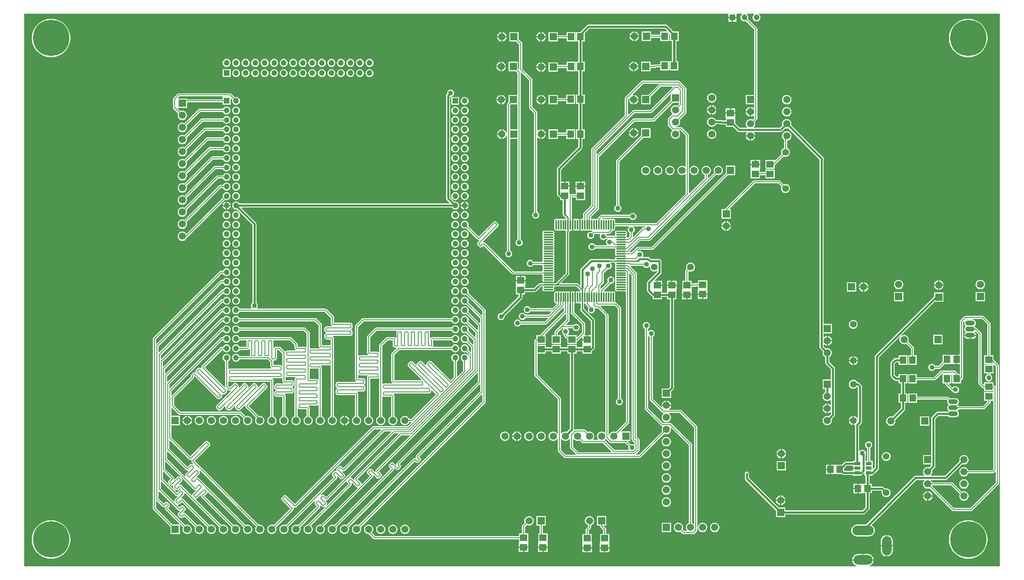
<source format=gtl>
G04*
G04 #@! TF.GenerationSoftware,Altium Limited,Altium Designer,18.1.6 (161)*
G04*
G04 Layer_Physical_Order=1*
G04 Layer_Color=255*
%FSLAX25Y25*%
%MOIN*%
G70*
G01*
G75*
%ADD16R,0.05906X0.05512*%
%ADD17R,0.05118X0.02756*%
%ADD18R,0.05512X0.05906*%
%ADD19O,0.01181X0.08071*%
%ADD20O,0.08071X0.01181*%
%ADD41C,0.00800*%
%ADD42C,0.01500*%
%ADD43C,0.00945*%
%ADD44C,0.05512*%
%ADD45C,0.05906*%
%ADD46R,0.05906X0.05906*%
%ADD47R,0.05906X0.05906*%
%ADD48C,0.04724*%
%ADD49R,0.04724X0.04724*%
%ADD50R,0.04724X0.04724*%
%ADD51C,0.05906*%
%ADD52O,0.07874X0.15748*%
%ADD53O,0.15748X0.07874*%
%ADD54O,0.17717X0.07874*%
%ADD55O,0.07874X0.03937*%
%ADD56O,0.07874X0.03937*%
%ADD57C,0.30000*%
%ADD58C,0.04000*%
G36*
X1053573Y101427D02*
X946180D01*
X946080Y101927D01*
X946927Y102278D01*
X947958Y103069D01*
X948750Y104101D01*
X949247Y105302D01*
X949351Y106091D01*
X940500D01*
X931649D01*
X931753Y105302D01*
X932250Y104101D01*
X933042Y103069D01*
X934073Y102278D01*
X934920Y101927D01*
X934820Y101427D01*
X247427D01*
X247427Y558573D01*
X829138D01*
Y556000D01*
X835862D01*
Y558573D01*
X840324D01*
X840494Y558073D01*
X840173Y557827D01*
X839651Y557145D01*
X839322Y556352D01*
X839210Y555500D01*
X839322Y554648D01*
X839651Y553855D01*
X840173Y553173D01*
X840855Y552650D01*
X841648Y552322D01*
X842500Y552210D01*
X843352Y552322D01*
X843671Y552454D01*
X850474Y545651D01*
Y491353D01*
X843647D01*
Y483647D01*
X850474D01*
Y480830D01*
X849975Y480584D01*
X849493Y480953D01*
X848532Y481351D01*
X848000Y481421D01*
Y477500D01*
Y473579D01*
X848532Y473649D01*
X849493Y474047D01*
X849975Y474416D01*
X850474Y474170D01*
Y472349D01*
X849123Y470998D01*
X848506Y471254D01*
X847500Y471386D01*
X846494Y471254D01*
X845557Y470865D01*
X844752Y470248D01*
X844135Y469443D01*
X843746Y468506D01*
X843614Y467500D01*
X843746Y466494D01*
X844135Y465557D01*
X844752Y464752D01*
X844878Y464656D01*
X844717Y464182D01*
X838597D01*
X834853Y467926D01*
Y472181D01*
X834853Y472219D01*
X834944Y472681D01*
X834953D01*
Y475937D01*
X831000D01*
X827047D01*
Y472681D01*
X827056D01*
X827147Y472219D01*
X827147Y472181D01*
Y470245D01*
X824106D01*
X823644Y470554D01*
X823000Y470682D01*
X818973D01*
X818865Y470943D01*
X818248Y471748D01*
X817443Y472365D01*
X816506Y472754D01*
X815500Y472886D01*
X814494Y472754D01*
X813557Y472365D01*
X812752Y471748D01*
X812135Y470943D01*
X811746Y470006D01*
X811614Y469000D01*
X811746Y467994D01*
X812135Y467057D01*
X812752Y466252D01*
X813557Y465635D01*
X814494Y465246D01*
X815500Y465114D01*
X816506Y465246D01*
X817443Y465635D01*
X818248Y466252D01*
X818865Y467057D01*
X818973Y467318D01*
X822331D01*
X822793Y467009D01*
X823437Y466881D01*
X827147D01*
Y464907D01*
X833114D01*
X836710Y461310D01*
X836710Y461310D01*
X837256Y460946D01*
X837900Y460818D01*
X837900Y460818D01*
X844553D01*
X844713Y460344D01*
X844681Y460319D01*
X844047Y459493D01*
X843649Y458532D01*
X843579Y458000D01*
X851421D01*
X851351Y458532D01*
X850953Y459493D01*
X850319Y460319D01*
X850286Y460344D01*
X850447Y460818D01*
X872500D01*
X873144Y460946D01*
X873690Y461310D01*
X876234Y463854D01*
X876494Y463746D01*
X877500Y463614D01*
X878506Y463746D01*
X878766Y463854D01*
X904618Y438003D01*
Y282700D01*
X904746Y282056D01*
X905110Y281510D01*
X907354Y279266D01*
X907246Y279006D01*
X907114Y278000D01*
X907246Y276994D01*
X907635Y276057D01*
X908252Y275252D01*
X909057Y274635D01*
X909318Y274527D01*
Y269700D01*
X909446Y269056D01*
X909810Y268510D01*
X914018Y264303D01*
Y255853D01*
X907147D01*
Y248147D01*
X909318D01*
Y245473D01*
X909057Y245365D01*
X908252Y244748D01*
X907635Y243943D01*
X907246Y243006D01*
X907114Y242000D01*
X907246Y240994D01*
X907635Y240057D01*
X908252Y239252D01*
X909057Y238635D01*
X909994Y238246D01*
X911000Y238114D01*
X912006Y238246D01*
X912943Y238635D01*
X913518Y239076D01*
X914018Y238829D01*
Y235297D01*
X913518Y235051D01*
X912993Y235453D01*
X912032Y235851D01*
X911500Y235921D01*
Y232000D01*
Y228079D01*
X912032Y228149D01*
X912993Y228547D01*
X913518Y228949D01*
X914018Y228703D01*
Y227397D01*
X912266Y225646D01*
X912006Y225754D01*
X911000Y225886D01*
X909994Y225754D01*
X909057Y225365D01*
X908252Y224748D01*
X907635Y223943D01*
X907246Y223006D01*
X907114Y222000D01*
X907246Y220994D01*
X907635Y220057D01*
X908252Y219252D01*
X909057Y218635D01*
X909994Y218246D01*
X911000Y218114D01*
X912006Y218246D01*
X912943Y218635D01*
X913748Y219252D01*
X914365Y220057D01*
X914754Y220994D01*
X914886Y222000D01*
X914754Y223006D01*
X914646Y223266D01*
X916890Y225510D01*
X916890Y225510D01*
X917254Y226056D01*
X917382Y226700D01*
Y265000D01*
X917254Y265644D01*
X916890Y266190D01*
X916890Y266190D01*
X912682Y270397D01*
Y274527D01*
X912943Y274635D01*
X913748Y275252D01*
X914365Y276057D01*
X914754Y276994D01*
X914886Y278000D01*
X914754Y279006D01*
X914365Y279943D01*
X913748Y280748D01*
X912943Y281365D01*
X912006Y281754D01*
X911000Y281886D01*
X909994Y281754D01*
X909734Y281646D01*
X907982Y283397D01*
Y284703D01*
X908482Y284949D01*
X909007Y284547D01*
X909968Y284149D01*
X910500Y284079D01*
Y288000D01*
Y291921D01*
X909968Y291851D01*
X909007Y291453D01*
X908482Y291051D01*
X907982Y291297D01*
Y294147D01*
X914853D01*
Y301853D01*
X907982D01*
Y438700D01*
X907854Y439344D01*
X907490Y439890D01*
X881146Y466234D01*
X881254Y466494D01*
X881386Y467500D01*
X881254Y468506D01*
X880865Y469443D01*
X880248Y470248D01*
X879443Y470865D01*
X878506Y471254D01*
X877500Y471386D01*
X876494Y471254D01*
X875557Y470865D01*
X874752Y470248D01*
X874135Y469443D01*
X873746Y468506D01*
X873614Y467500D01*
X873746Y466494D01*
X873854Y466234D01*
X871803Y464182D01*
X850283D01*
X850122Y464656D01*
X850248Y464752D01*
X850865Y465557D01*
X851254Y466494D01*
X851386Y467500D01*
X851254Y468506D01*
X850998Y469123D01*
X852737Y470863D01*
X853025Y471293D01*
X853125Y471800D01*
Y546200D01*
X853025Y546707D01*
X852737Y547137D01*
X845546Y554329D01*
X845678Y554648D01*
X845790Y555500D01*
X845678Y556352D01*
X845350Y557145D01*
X844827Y557827D01*
X844506Y558073D01*
X844676Y558573D01*
X850324D01*
X850494Y558073D01*
X850173Y557827D01*
X849650Y557145D01*
X849322Y556352D01*
X849210Y555500D01*
X849322Y554648D01*
X849650Y553855D01*
X850173Y553173D01*
X850855Y552650D01*
X851648Y552322D01*
X852500Y552210D01*
X853352Y552322D01*
X854145Y552650D01*
X854827Y553173D01*
X855350Y553855D01*
X855678Y554648D01*
X855790Y555500D01*
X855678Y556352D01*
X855350Y557145D01*
X854827Y557827D01*
X854506Y558073D01*
X854676Y558573D01*
X1053573D01*
Y101427D01*
D02*
G37*
%LPC*%
G36*
X835862Y555000D02*
X833000D01*
Y552138D01*
X835862D01*
Y555000D01*
D02*
G37*
G36*
X832000D02*
X829138D01*
Y552138D01*
X832000D01*
Y555000D01*
D02*
G37*
G36*
X777500Y549682D02*
X713700D01*
X713056Y549554D01*
X712510Y549190D01*
X706674Y543353D01*
X703344D01*
Y535647D01*
X705318D01*
Y518853D01*
X703344D01*
Y511147D01*
X705318D01*
Y495117D01*
X705255Y494800D01*
Y491735D01*
X703281D01*
Y484029D01*
X705255D01*
Y477617D01*
X705192Y477300D01*
Y462853D01*
X703218D01*
Y455147D01*
X705192D01*
Y448671D01*
X688110Y431590D01*
X687746Y431044D01*
X687618Y430400D01*
Y409242D01*
X687746Y408598D01*
X688110Y408052D01*
X689210Y406952D01*
X689210Y406952D01*
X689756Y406588D01*
X690147Y406510D01*
Y404486D01*
X692318D01*
Y392600D01*
X692446Y391956D01*
X692810Y391410D01*
X693356Y391046D01*
X693630Y390991D01*
X695092Y389529D01*
X695070Y389413D01*
X694752Y388984D01*
X694170Y388869D01*
X693768Y388599D01*
X693365Y388869D01*
X692783Y388984D01*
X692202Y388869D01*
X691799Y388599D01*
X691396Y388869D01*
X690815Y388984D01*
X690233Y388869D01*
X689831Y388599D01*
X689428Y388869D01*
X688846Y388984D01*
X688265Y388869D01*
X687862Y388599D01*
X687459Y388869D01*
X686878Y388984D01*
X686296Y388869D01*
X685803Y388539D01*
X685474Y388046D01*
X685358Y387464D01*
Y380575D01*
X685474Y379993D01*
X685803Y379500D01*
X686296Y379171D01*
X686878Y379055D01*
X687459Y379171D01*
X687862Y379440D01*
X688265Y379171D01*
X688846Y379055D01*
X689428Y379171D01*
X689831Y379440D01*
X690233Y379171D01*
X690815Y379055D01*
X691396Y379171D01*
X691799Y379440D01*
X692202Y379171D01*
X692783Y379055D01*
X693365Y379171D01*
X693768Y379440D01*
X694170Y379171D01*
X694618Y379082D01*
X694867Y378680D01*
X694899Y378574D01*
X694801Y378080D01*
X694801Y378080D01*
Y343880D01*
X686635Y335714D01*
X685828D01*
X685771Y335783D01*
X684183D01*
X683925Y335835D01*
X680480D01*
X677035D01*
X676777Y335783D01*
X675190D01*
X675133Y335714D01*
X673615D01*
X673615Y335714D01*
X673079Y335608D01*
X672625Y335304D01*
X671830Y334509D01*
X671556Y334454D01*
X671010Y334090D01*
X668666Y331745D01*
X661353D01*
Y333681D01*
X661353Y333719D01*
X661444Y334181D01*
X661453D01*
Y337437D01*
X653547D01*
Y334181D01*
X653556D01*
X653647Y333719D01*
X653647Y333681D01*
Y326407D01*
X655818D01*
Y324697D01*
X641982Y310861D01*
X641500Y310925D01*
X640743Y310825D01*
X640037Y310533D01*
X639432Y310068D01*
X638967Y309462D01*
X638675Y308757D01*
X638575Y308000D01*
X638675Y307243D01*
X638967Y306538D01*
X639432Y305932D01*
X640037Y305467D01*
X640743Y305175D01*
X641500Y305075D01*
X642257Y305175D01*
X642963Y305467D01*
X643568Y305932D01*
X644033Y306538D01*
X644325Y307243D01*
X644425Y308000D01*
X644361Y308482D01*
X658690Y322810D01*
X658690Y322810D01*
X659054Y323356D01*
X659182Y324000D01*
X659182Y324000D01*
Y326407D01*
X661353D01*
Y328381D01*
X669363D01*
X670007Y328509D01*
X670553Y328873D01*
X673390Y331710D01*
X673754Y332256D01*
X673809Y332530D01*
X674194Y332915D01*
X675235D01*
X675552Y332529D01*
X675516Y332346D01*
X675631Y331765D01*
X675900Y331362D01*
X675631Y330959D01*
X675516Y330378D01*
X675631Y329796D01*
X675961Y329303D01*
X676454Y328974D01*
X677035Y328858D01*
X683925D01*
X684507Y328974D01*
X685000Y329303D01*
X685329Y329796D01*
X685445Y330378D01*
X685329Y330959D01*
X685060Y331362D01*
X685329Y331765D01*
X685445Y332346D01*
X685408Y332529D01*
X685726Y332915D01*
X687215D01*
X687215Y332915D01*
X687215Y332915D01*
X703506D01*
X706862Y329559D01*
X706848Y329396D01*
X706563Y328945D01*
X705981Y328829D01*
X705579Y328560D01*
X705176Y328829D01*
X704594Y328945D01*
X704013Y328829D01*
X703700Y328620D01*
X703246Y328923D01*
X703126Y328947D01*
Y327683D01*
X703074Y327425D01*
Y323980D01*
Y320535D01*
X703126Y320277D01*
Y319013D01*
X703246Y319037D01*
X703700Y319340D01*
X704013Y319131D01*
X704594Y319016D01*
X705176Y319131D01*
X705579Y319400D01*
X705981Y319131D01*
X706563Y319016D01*
X706746Y319052D01*
X707132Y318735D01*
Y314484D01*
X706977Y314252D01*
X706849Y313608D01*
X706977Y312964D01*
X707342Y312419D01*
X715518Y304243D01*
Y292693D01*
X713000D01*
Y288937D01*
X712500D01*
Y288437D01*
X708547D01*
Y285181D01*
X708556D01*
X708647Y284719D01*
X708647D01*
Y282745D01*
X703853D01*
Y284719D01*
X696147D01*
Y282682D01*
X690853D01*
Y284719D01*
X683147D01*
Y282745D01*
X678353D01*
Y284719D01*
X671525D01*
Y285281D01*
X678353D01*
Y292593D01*
X677721D01*
X677529Y293055D01*
X694933Y310458D01*
X695395Y310267D01*
Y305549D01*
X690563Y300717D01*
X686063Y296217D01*
X685775Y295787D01*
X685674Y295280D01*
Y292593D01*
X683147D01*
Y285281D01*
X690853D01*
Y292593D01*
X688326D01*
Y294731D01*
X692049Y298454D01*
X693057D01*
X693088Y298398D01*
X693186Y297954D01*
X692684Y297568D01*
X692219Y296962D01*
X691926Y296257D01*
X691827Y295500D01*
X691926Y294743D01*
X692219Y294038D01*
X692684Y293432D01*
X693289Y292967D01*
X693426Y292910D01*
Y292248D01*
X693527Y291741D01*
X693815Y291311D01*
X696147Y288978D01*
Y285281D01*
X703853D01*
Y287612D01*
X704137D01*
X704644Y287712D01*
X705074Y288000D01*
X708085Y291011D01*
X708547Y290820D01*
Y289437D01*
X712000D01*
Y292693D01*
X710421D01*
X710229Y293155D01*
X710537Y293463D01*
X710825Y293893D01*
X710925Y294400D01*
Y302057D01*
X710825Y302565D01*
X710537Y302995D01*
X701983Y311549D01*
Y318532D01*
X702126Y318649D01*
Y320276D01*
X702177Y320535D01*
Y323980D01*
Y327425D01*
X702126Y327684D01*
Y328947D01*
X702005Y328923D01*
X701552Y328620D01*
X701239Y328829D01*
X700657Y328945D01*
X700076Y328829D01*
X699763Y328620D01*
X699309Y328923D01*
X699189Y328947D01*
Y327683D01*
X699137Y327425D01*
Y323980D01*
Y320535D01*
X699189Y320277D01*
Y318649D01*
X699332Y318532D01*
Y311000D01*
X699433Y310493D01*
X699720Y310063D01*
X708275Y301508D01*
Y294949D01*
X704315Y290989D01*
X703853Y291180D01*
Y292593D01*
X696658D01*
X696410Y293036D01*
X696441Y293141D01*
X696820Y293432D01*
X697285Y294038D01*
X697577Y294743D01*
X697677Y295500D01*
X697577Y296257D01*
X697285Y296962D01*
X696820Y297568D01*
X696317Y297954D01*
X696416Y298398D01*
X696447Y298454D01*
X700462D01*
X700494Y298293D01*
X700781Y297863D01*
X700851Y297816D01*
X700967Y297537D01*
X701432Y296932D01*
X702037Y296467D01*
X702743Y296175D01*
X703500Y296075D01*
X704257Y296175D01*
X704962Y296467D01*
X705568Y296932D01*
X706033Y297537D01*
X706325Y298243D01*
X706425Y299000D01*
X706325Y299757D01*
X706033Y300463D01*
X705568Y301068D01*
X704962Y301533D01*
X704257Y301825D01*
X703500Y301925D01*
X702743Y301825D01*
X702037Y301533D01*
X701480Y301105D01*
X695353D01*
X695162Y301567D01*
X697658Y304063D01*
X697945Y304493D01*
X698046Y305000D01*
Y318532D01*
X698189Y318649D01*
Y320276D01*
X698240Y320535D01*
Y323980D01*
Y327425D01*
X698189Y327684D01*
Y328947D01*
X698068Y328923D01*
X697615Y328620D01*
X697302Y328829D01*
X696720Y328945D01*
X696139Y328829D01*
X695736Y328560D01*
X695333Y328829D01*
X694752Y328945D01*
X694170Y328829D01*
X693768Y328560D01*
X693365Y328829D01*
X692783Y328945D01*
X692202Y328829D01*
X691799Y328560D01*
X691396Y328829D01*
X690815Y328945D01*
X690233Y328829D01*
X689831Y328560D01*
X689428Y328829D01*
X688846Y328945D01*
X688265Y328829D01*
X687862Y328560D01*
X687459Y328829D01*
X686878Y328945D01*
X686296Y328829D01*
X685803Y328500D01*
X685474Y328007D01*
X685358Y327425D01*
Y320535D01*
X685474Y319954D01*
X685803Y319461D01*
X686296Y319131D01*
X686878Y319016D01*
X687021Y319044D01*
X687107Y318993D01*
X687239Y318467D01*
X683785Y315013D01*
X665590D01*
X665533Y315150D01*
X665068Y315756D01*
X664463Y316221D01*
X663757Y316513D01*
X663000Y316613D01*
X662243Y316513D01*
X661538Y316221D01*
X660932Y315756D01*
X660467Y315150D01*
X660175Y314445D01*
X660075Y313688D01*
X660175Y312931D01*
X660467Y312225D01*
X660932Y311619D01*
X661538Y311155D01*
X662243Y310862D01*
X663000Y310763D01*
X663757Y310862D01*
X664463Y311155D01*
X665068Y311619D01*
X665533Y312225D01*
X665590Y312362D01*
X682885D01*
X683076Y311900D01*
X680689Y309513D01*
X661590D01*
X661533Y309650D01*
X661068Y310256D01*
X660463Y310721D01*
X659757Y311013D01*
X659000Y311113D01*
X658243Y311013D01*
X657538Y310721D01*
X656932Y310256D01*
X656467Y309650D01*
X656175Y308945D01*
X656075Y308188D01*
X656175Y307431D01*
X656467Y306725D01*
X656932Y306119D01*
X657538Y305655D01*
X658243Y305362D01*
X659000Y305263D01*
X659757Y305362D01*
X660463Y305655D01*
X661068Y306119D01*
X661533Y306725D01*
X661590Y306862D01*
X679789D01*
X679981Y306400D01*
X677594Y304013D01*
X657590D01*
X657533Y304150D01*
X657068Y304756D01*
X656462Y305221D01*
X655757Y305513D01*
X655000Y305613D01*
X654243Y305513D01*
X653538Y305221D01*
X652932Y304756D01*
X652467Y304150D01*
X652175Y303445D01*
X652075Y302688D01*
X652175Y301931D01*
X652467Y301225D01*
X652932Y300620D01*
X653538Y300155D01*
X654243Y299862D01*
X655000Y299763D01*
X655757Y299862D01*
X656462Y300155D01*
X657068Y300620D01*
X657533Y301225D01*
X657590Y301362D01*
X678142D01*
X678650Y301463D01*
X679080Y301751D01*
X692964Y315635D01*
X693426Y315444D01*
Y312701D01*
X673563Y292837D01*
X673399Y292593D01*
X670647D01*
Y289973D01*
X670500Y289874D01*
X669263Y288637D01*
X668975Y288207D01*
X668875Y287700D01*
Y259600D01*
X668975Y259093D01*
X669263Y258663D01*
X688375Y239551D01*
Y211020D01*
X687875Y210921D01*
X687865Y210943D01*
X687248Y211748D01*
X686443Y212365D01*
X685506Y212754D01*
X684500Y212886D01*
X683494Y212754D01*
X682557Y212365D01*
X681752Y211748D01*
X681135Y210943D01*
X680746Y210006D01*
X680614Y209000D01*
X680746Y207994D01*
X681135Y207057D01*
X681752Y206252D01*
X682557Y205635D01*
X683494Y205246D01*
X684500Y205114D01*
X685506Y205246D01*
X686443Y205635D01*
X687248Y206252D01*
X687865Y207057D01*
X687875Y207079D01*
X688375Y206980D01*
Y197000D01*
X688475Y196493D01*
X688763Y196063D01*
X693463Y191363D01*
X693893Y191075D01*
X694400Y190974D01*
X755800D01*
X756307Y191075D01*
X756737Y191363D01*
X776377Y211002D01*
X776994Y210746D01*
X778000Y210614D01*
X779006Y210746D01*
X779943Y211135D01*
X780748Y211752D01*
X781365Y212557D01*
X781754Y213494D01*
X781886Y214500D01*
X781754Y215506D01*
X781712Y215606D01*
X782136Y215890D01*
X796674Y201351D01*
Y137121D01*
X796057Y136865D01*
X795252Y136248D01*
X794635Y135443D01*
X794246Y134506D01*
X794114Y133500D01*
X794246Y132494D01*
X794635Y131557D01*
X795043Y131026D01*
X794796Y130526D01*
X792849D01*
X791498Y131877D01*
X791754Y132494D01*
X791886Y133500D01*
X791754Y134506D01*
X791365Y135443D01*
X790748Y136248D01*
X789943Y136865D01*
X789006Y137254D01*
X788000Y137386D01*
X786994Y137254D01*
X786057Y136865D01*
X785252Y136248D01*
X784635Y135443D01*
X784246Y134506D01*
X784114Y133500D01*
X784246Y132494D01*
X784635Y131557D01*
X785252Y130752D01*
X786057Y130135D01*
X786994Y129746D01*
X788000Y129614D01*
X789006Y129746D01*
X789623Y130002D01*
X791363Y128263D01*
X791793Y127975D01*
X792300Y127875D01*
X800300D01*
X800807Y127975D01*
X801237Y128263D01*
X803237Y130263D01*
X803525Y130693D01*
X803625Y131200D01*
Y133380D01*
X804125Y133413D01*
X804165Y133113D01*
X804246Y132494D01*
X804635Y131557D01*
X805252Y130752D01*
X806057Y130135D01*
X806994Y129746D01*
X808000Y129614D01*
X809006Y129746D01*
X809943Y130135D01*
X810748Y130752D01*
X811365Y131557D01*
X811754Y132494D01*
X811886Y133500D01*
X811754Y134506D01*
X811365Y135443D01*
X810748Y136248D01*
X809943Y136865D01*
X809006Y137254D01*
X808000Y137386D01*
X806994Y137254D01*
X806057Y136865D01*
X805252Y136248D01*
X804635Y135443D01*
X804246Y134506D01*
X804165Y133887D01*
X804125Y133587D01*
X803625Y133620D01*
Y216800D01*
X803525Y217307D01*
X803237Y217737D01*
X790537Y230437D01*
X790107Y230725D01*
X789600Y230825D01*
X780526D01*
X780356Y231326D01*
X780819Y231681D01*
X781453Y232507D01*
X781851Y233468D01*
X781921Y234000D01*
X778000D01*
X774079D01*
X774149Y233468D01*
X774174Y233407D01*
X773750Y233124D01*
X766825Y240049D01*
Y291410D01*
X766962Y291467D01*
X767568Y291932D01*
X768033Y292537D01*
X768325Y293243D01*
X768425Y294000D01*
X768325Y294757D01*
X768033Y295462D01*
X767568Y296068D01*
X766962Y296533D01*
X766257Y296825D01*
X765500Y296925D01*
X764743Y296825D01*
X764038Y296533D01*
X763432Y296068D01*
X763294Y295889D01*
X762794Y296058D01*
Y297910D01*
X762931Y297967D01*
X763537Y298432D01*
X764002Y299038D01*
X764294Y299743D01*
X764393Y300500D01*
X764294Y301257D01*
X764002Y301962D01*
X763537Y302568D01*
X762931Y303033D01*
X762225Y303325D01*
X761468Y303425D01*
X760711Y303325D01*
X760006Y303033D01*
X759400Y302568D01*
X758935Y301962D01*
X758643Y301257D01*
X758543Y300500D01*
X758643Y299743D01*
X758935Y299038D01*
X759400Y298432D01*
X760006Y297967D01*
X760143Y297910D01*
Y231732D01*
X760244Y231224D01*
X760531Y230794D01*
X773463Y217863D01*
X773893Y217575D01*
X774400Y217475D01*
X774796D01*
X775042Y216974D01*
X774635Y216443D01*
X774246Y215506D01*
X774114Y214500D01*
X774246Y213494D01*
X774502Y212877D01*
X755251Y193625D01*
X753224D01*
X753033Y194087D01*
X755437Y196492D01*
X755725Y196922D01*
X755826Y197429D01*
Y206047D01*
X755725Y206555D01*
X755437Y206985D01*
X753725Y208696D01*
Y343600D01*
X753625Y344107D01*
X753337Y344537D01*
X748458Y349417D01*
X748670Y349911D01*
X758879D01*
X758935Y349775D01*
X759400Y349169D01*
X760006Y348704D01*
X760711Y348412D01*
X761468Y348312D01*
X762225Y348412D01*
X762931Y348704D01*
X763537Y349169D01*
X763891Y349631D01*
X764369Y349433D01*
X764313Y349000D01*
X764438Y348046D01*
X764807Y347156D01*
X765393Y346393D01*
X766156Y345807D01*
X767046Y345438D01*
X768000Y345313D01*
X768954Y345438D01*
X769844Y345807D01*
X770224Y346098D01*
X770724Y345851D01*
Y345291D01*
X762510Y337078D01*
X762146Y336532D01*
X762018Y335888D01*
Y329600D01*
X762146Y328956D01*
X762510Y328410D01*
X766047Y324873D01*
X766047Y324873D01*
X766593Y324509D01*
X766647Y324498D01*
Y322407D01*
X774353D01*
Y324381D01*
X778647D01*
Y322407D01*
X780818D01*
Y249697D01*
X779474Y248353D01*
X774147D01*
Y240647D01*
X781853D01*
Y245974D01*
X783690Y247810D01*
X784054Y248356D01*
X784182Y249000D01*
Y322407D01*
X786353D01*
Y329681D01*
X786353Y329719D01*
X786444Y330181D01*
X786453D01*
Y333437D01*
X778547D01*
Y330181D01*
X778556D01*
X778647Y329719D01*
X778647Y329681D01*
Y327745D01*
X774353D01*
Y329719D01*
X774353D01*
X774444Y330181D01*
X774453D01*
Y333437D01*
X770500D01*
Y333937D01*
X770000D01*
Y337693D01*
X768537D01*
X768346Y338155D01*
X773596Y343404D01*
X773596Y343404D01*
X773960Y343950D01*
X774088Y344594D01*
Y353406D01*
X773960Y354050D01*
X773596Y354596D01*
X773596Y354596D01*
X773002Y355190D01*
X772456Y355554D01*
X771812Y355682D01*
X765160D01*
X763937Y356906D01*
X763391Y357270D01*
X762747Y357398D01*
X758685D01*
X758463Y357847D01*
X758533Y357938D01*
X758825Y358643D01*
X758925Y359400D01*
X758825Y360157D01*
X758533Y360862D01*
X758068Y361468D01*
X757463Y361933D01*
X756757Y362225D01*
X756000Y362325D01*
X755243Y362225D01*
X754537Y361933D01*
X754448Y361864D01*
X754117Y362241D01*
X755051Y363175D01*
X766500D01*
X767007Y363275D01*
X767437Y363563D01*
X829022Y425147D01*
X834853D01*
Y432853D01*
X827147D01*
Y427022D01*
X765951Y365826D01*
X754502D01*
X753995Y365725D01*
X753565Y365437D01*
X749358Y361231D01*
X747785D01*
X747593Y361693D01*
X756397Y370496D01*
X763822D01*
X764329Y370597D01*
X764759Y370884D01*
X819377Y425502D01*
X819994Y425246D01*
X821000Y425114D01*
X822006Y425246D01*
X822943Y425635D01*
X823748Y426252D01*
X824365Y427057D01*
X824754Y427994D01*
X824886Y429000D01*
X824754Y430006D01*
X824365Y430943D01*
X823748Y431748D01*
X822943Y432365D01*
X822006Y432754D01*
X821000Y432886D01*
X819994Y432754D01*
X819057Y432365D01*
X818252Y431748D01*
X817635Y430943D01*
X817246Y430006D01*
X817114Y429000D01*
X817246Y427994D01*
X817502Y427377D01*
X812787Y422662D01*
X812325Y422853D01*
Y425379D01*
X812943Y425635D01*
X813748Y426252D01*
X814365Y427057D01*
X814754Y427994D01*
X814886Y429000D01*
X814754Y430006D01*
X814365Y430943D01*
X813748Y431748D01*
X812943Y432365D01*
X812006Y432754D01*
X811000Y432886D01*
X809994Y432754D01*
X809057Y432365D01*
X808252Y431748D01*
X807635Y430943D01*
X807246Y430006D01*
X807114Y429000D01*
X807246Y427994D01*
X807635Y427057D01*
X808252Y426252D01*
X809057Y425635D01*
X809674Y425379D01*
Y422449D01*
X797087Y409862D01*
X796626Y410053D01*
Y428880D01*
X797125Y428913D01*
X797165Y428613D01*
X797246Y427994D01*
X797635Y427057D01*
X798252Y426252D01*
X799057Y425635D01*
X799994Y425246D01*
X801000Y425114D01*
X802006Y425246D01*
X802943Y425635D01*
X803748Y426252D01*
X804365Y427057D01*
X804754Y427994D01*
X804886Y429000D01*
X804754Y430006D01*
X804365Y430943D01*
X803748Y431748D01*
X802943Y432365D01*
X802006Y432754D01*
X801000Y432886D01*
X799994Y432754D01*
X799057Y432365D01*
X798252Y431748D01*
X797635Y430943D01*
X797246Y430006D01*
X797165Y429387D01*
X797125Y429087D01*
X796626Y429120D01*
Y458400D01*
X796525Y458907D01*
X796237Y459337D01*
X791337Y464237D01*
X790907Y464525D01*
X790400Y464626D01*
X785881D01*
X785847Y464655D01*
X785866Y464899D01*
X786005Y465180D01*
X786506Y465246D01*
X787443Y465635D01*
X788248Y466252D01*
X788865Y467057D01*
X789254Y467994D01*
X789386Y469000D01*
X789254Y470006D01*
X788998Y470623D01*
X794090Y475715D01*
X794377Y476146D01*
X794478Y476653D01*
Y496890D01*
X794377Y497398D01*
X794090Y497828D01*
X788980Y502937D01*
X788550Y503225D01*
X788043Y503326D01*
X758400D01*
X757893Y503225D01*
X757463Y502937D01*
X744063Y489537D01*
X743775Y489107D01*
X743675Y488600D01*
Y474653D01*
X716363Y447341D01*
X716075Y446911D01*
X715975Y446404D01*
Y400249D01*
X709563Y393837D01*
X709275Y393407D01*
X709174Y392900D01*
Y389366D01*
X708674Y388956D01*
X708531Y388984D01*
X707950Y388869D01*
X707637Y388660D01*
X707184Y388963D01*
X707063Y388987D01*
Y387724D01*
X707012Y387464D01*
Y384020D01*
Y380575D01*
X707063Y380315D01*
Y379052D01*
X707184Y379077D01*
X707637Y379380D01*
X707950Y379171D01*
X708531Y379055D01*
X709113Y379171D01*
X709516Y379440D01*
X709918Y379171D01*
X710500Y379055D01*
X711082Y379171D01*
X711484Y379440D01*
X711887Y379171D01*
X712468Y379055D01*
X713050Y379171D01*
X713453Y379440D01*
X713855Y379171D01*
X714437Y379055D01*
X715019Y379171D01*
X715421Y379440D01*
X715824Y379171D01*
X716405Y379055D01*
X716987Y379171D01*
X716998Y379162D01*
X716982Y378550D01*
X716963Y378537D01*
X716394Y377969D01*
X716257Y378025D01*
X715500Y378125D01*
X714743Y378025D01*
X714038Y377733D01*
X713432Y377268D01*
X712967Y376662D01*
X712675Y375957D01*
X712575Y375200D01*
X712675Y374443D01*
X712967Y373738D01*
X713432Y373132D01*
X714038Y372667D01*
X714743Y372375D01*
X715500Y372275D01*
X716257Y372375D01*
X716962Y372667D01*
X717568Y373132D01*
X718033Y373738D01*
X718325Y374443D01*
X718425Y375200D01*
X718344Y375818D01*
X718599Y376169D01*
X718735Y376274D01*
X723195D01*
X723416Y375826D01*
X723367Y375763D01*
X723075Y375057D01*
X722975Y374300D01*
X723075Y373543D01*
X723367Y372837D01*
X723832Y372232D01*
X724438Y371767D01*
X725143Y371475D01*
X725900Y371375D01*
X726657Y371475D01*
X727362Y371767D01*
X727968Y372232D01*
X728066Y372359D01*
X729142D01*
X729311Y371860D01*
X728932Y371568D01*
X728467Y370963D01*
X728175Y370257D01*
X728075Y369500D01*
X728175Y368743D01*
X728467Y368038D01*
X728775Y367636D01*
X728528Y367137D01*
X719179D01*
X719122Y367273D01*
X718657Y367879D01*
X718051Y368344D01*
X717346Y368636D01*
X716589Y368736D01*
X715832Y368636D01*
X715127Y368344D01*
X714521Y367879D01*
X714056Y367273D01*
X713764Y366568D01*
X713664Y365811D01*
X713764Y365054D01*
X714056Y364349D01*
X714521Y363743D01*
X715127Y363278D01*
X715832Y362986D01*
X716589Y362886D01*
X717346Y362986D01*
X718051Y363278D01*
X718657Y363743D01*
X719122Y364349D01*
X719179Y364486D01*
X735173D01*
X735583Y363985D01*
X735555Y363842D01*
X735671Y363261D01*
X735940Y362858D01*
X735671Y362456D01*
X735555Y361874D01*
X735671Y361292D01*
X735940Y360890D01*
X735671Y360487D01*
X735555Y359905D01*
X735671Y359324D01*
X735880Y359011D01*
X735576Y358558D01*
X735553Y358437D01*
X736816D01*
X737075Y358385D01*
X740520D01*
Y357488D01*
X737075D01*
X736817Y357437D01*
X735553D01*
X735576Y357316D01*
X735880Y356863D01*
X735671Y356550D01*
X735555Y355968D01*
X735591Y355786D01*
X735274Y355399D01*
X731276D01*
X731044Y355554D01*
X730400Y355682D01*
X715969D01*
X715968Y355682D01*
X715325Y355554D01*
X714779Y355190D01*
X714779Y355190D01*
X707342Y347753D01*
X706977Y347207D01*
X706849Y346563D01*
Y334183D01*
X706387Y333992D01*
X705075Y335304D01*
X704621Y335608D01*
X704085Y335714D01*
X704085Y335714D01*
X691246D01*
X691055Y336176D01*
X697190Y342311D01*
X697190Y342311D01*
X697493Y342764D01*
X697599Y343300D01*
Y377500D01*
X697710Y377610D01*
X697710Y377610D01*
X698013Y378064D01*
X698120Y378600D01*
X698120Y378600D01*
Y378774D01*
X698506Y379091D01*
X698689Y379055D01*
X699270Y379171D01*
X699583Y379380D01*
X700037Y379077D01*
X700157Y379052D01*
Y380316D01*
X700209Y380575D01*
Y384020D01*
Y387464D01*
X700157Y387723D01*
Y389351D01*
X700014Y389468D01*
Y406753D01*
X703147D01*
Y404423D01*
X710853D01*
Y411697D01*
X710853Y411735D01*
X710944Y412197D01*
X710953D01*
Y415453D01*
X707000D01*
X703047D01*
Y412197D01*
X703056D01*
X703147Y411735D01*
X703147Y411697D01*
Y409404D01*
X698700D01*
X698353Y409335D01*
X697853Y409632D01*
Y411798D01*
X697853D01*
X697944Y412260D01*
X697953D01*
Y415516D01*
X694000D01*
Y416016D01*
X693500D01*
Y419772D01*
X690982D01*
Y429703D01*
X708064Y446784D01*
X708428Y447330D01*
X708556Y447974D01*
Y455147D01*
X710530D01*
Y462853D01*
X708556D01*
Y477046D01*
X708619Y477363D01*
X708619Y477363D01*
Y484029D01*
X710593D01*
Y491735D01*
X708619D01*
Y494546D01*
X708682Y494863D01*
X708682Y494863D01*
Y511147D01*
X710656D01*
Y518853D01*
X708682D01*
Y535647D01*
X710656D01*
Y542577D01*
X714397Y546318D01*
X776803D01*
X778806Y544315D01*
X778615Y543853D01*
X772970D01*
Y541326D01*
X765353D01*
Y543853D01*
X757647D01*
Y536147D01*
X765353D01*
Y538674D01*
X772970D01*
Y536147D01*
X780282D01*
Y541652D01*
X780782Y541919D01*
X780844Y541877D01*
Y536147D01*
X782692D01*
Y519353D01*
X780718D01*
Y511647D01*
X788030D01*
Y519353D01*
X786182D01*
Y536147D01*
X788156D01*
Y543853D01*
X784026D01*
X778690Y549190D01*
X778144Y549554D01*
X777500Y549682D01*
D02*
G37*
G36*
X702782Y543353D02*
X695470D01*
Y540826D01*
X688353D01*
Y543353D01*
X680647D01*
Y535647D01*
X688353D01*
Y538174D01*
X695470D01*
Y535647D01*
X702782D01*
Y543353D01*
D02*
G37*
G36*
X752000Y543921D02*
Y540500D01*
X755421D01*
X755351Y541032D01*
X754953Y541993D01*
X754319Y542819D01*
X753493Y543453D01*
X752532Y543851D01*
X752000Y543921D01*
D02*
G37*
G36*
X751000D02*
X750468Y543851D01*
X749507Y543453D01*
X748681Y542819D01*
X748047Y541993D01*
X747649Y541032D01*
X747579Y540500D01*
X751000D01*
Y543921D01*
D02*
G37*
G36*
X675000Y543421D02*
Y540000D01*
X678421D01*
X678351Y540532D01*
X677953Y541493D01*
X677319Y542319D01*
X676493Y542953D01*
X675532Y543351D01*
X675000Y543421D01*
D02*
G37*
G36*
X642500D02*
Y540000D01*
X645921D01*
X645851Y540532D01*
X645453Y541493D01*
X644819Y542319D01*
X643993Y542953D01*
X643032Y543351D01*
X642500Y543421D01*
D02*
G37*
G36*
X674000D02*
X673468Y543351D01*
X672507Y542953D01*
X671681Y542319D01*
X671047Y541493D01*
X670649Y540532D01*
X670579Y540000D01*
X674000D01*
Y543421D01*
D02*
G37*
G36*
X641500D02*
X640968Y543351D01*
X640007Y542953D01*
X639181Y542319D01*
X638547Y541493D01*
X638149Y540532D01*
X638079Y540000D01*
X641500D01*
Y543421D01*
D02*
G37*
G36*
X755421Y539500D02*
X752000D01*
Y536079D01*
X752532Y536149D01*
X753493Y536547D01*
X754319Y537181D01*
X754953Y538007D01*
X755351Y538968D01*
X755421Y539500D01*
D02*
G37*
G36*
X751000D02*
X747579D01*
X747649Y538968D01*
X748047Y538007D01*
X748681Y537181D01*
X749507Y536547D01*
X750468Y536149D01*
X751000Y536079D01*
Y539500D01*
D02*
G37*
G36*
X678421Y539000D02*
X675000D01*
Y535579D01*
X675532Y535649D01*
X676493Y536047D01*
X677319Y536681D01*
X677953Y537507D01*
X678351Y538468D01*
X678421Y539000D01*
D02*
G37*
G36*
X645921D02*
X642500D01*
Y535579D01*
X643032Y535649D01*
X643993Y536047D01*
X644819Y536681D01*
X645453Y537507D01*
X645851Y538468D01*
X645921Y539000D01*
D02*
G37*
G36*
X674000D02*
X670579D01*
X670649Y538468D01*
X671047Y537507D01*
X671681Y536681D01*
X672507Y536047D01*
X673468Y535649D01*
X674000Y535579D01*
Y539000D01*
D02*
G37*
G36*
X641500D02*
X638079D01*
X638149Y538468D01*
X638547Y537507D01*
X639181Y536681D01*
X640007Y536047D01*
X640968Y535649D01*
X641500Y535579D01*
Y539000D01*
D02*
G37*
G36*
X1027500Y554449D02*
X1025005Y554253D01*
X1022571Y553669D01*
X1020259Y552711D01*
X1018125Y551403D01*
X1016222Y549778D01*
X1014597Y547875D01*
X1013289Y545741D01*
X1012331Y543429D01*
X1011747Y540995D01*
X1011551Y538500D01*
X1011747Y536005D01*
X1012331Y533571D01*
X1013289Y531259D01*
X1014597Y529125D01*
X1016222Y527222D01*
X1018125Y525597D01*
X1020259Y524289D01*
X1022571Y523331D01*
X1025005Y522747D01*
X1027500Y522551D01*
X1029995Y522747D01*
X1032429Y523331D01*
X1034741Y524289D01*
X1036875Y525597D01*
X1038778Y527222D01*
X1040403Y529125D01*
X1041711Y531259D01*
X1042669Y533571D01*
X1043253Y536005D01*
X1043449Y538500D01*
X1043253Y540995D01*
X1042669Y543429D01*
X1041711Y545741D01*
X1040403Y547875D01*
X1038778Y549778D01*
X1036875Y551403D01*
X1034741Y552711D01*
X1032429Y553669D01*
X1029995Y554253D01*
X1027500Y554449D01*
D02*
G37*
G36*
X269500D02*
X267005Y554253D01*
X264571Y553669D01*
X262259Y552711D01*
X260125Y551403D01*
X258222Y549778D01*
X256597Y547875D01*
X255289Y545741D01*
X254331Y543429D01*
X253747Y540995D01*
X253551Y538500D01*
X253747Y536005D01*
X254331Y533571D01*
X255289Y531259D01*
X256597Y529125D01*
X258222Y527222D01*
X260125Y525597D01*
X262259Y524289D01*
X264571Y523331D01*
X267005Y522747D01*
X269500Y522551D01*
X271995Y522747D01*
X274429Y523331D01*
X276741Y524289D01*
X278875Y525597D01*
X280778Y527222D01*
X282403Y529125D01*
X283711Y531259D01*
X284669Y533571D01*
X285253Y536005D01*
X285449Y538500D01*
X285253Y540995D01*
X284669Y543429D01*
X283711Y545741D01*
X282403Y547875D01*
X280778Y549778D01*
X278875Y551403D01*
X276741Y552711D01*
X274429Y553669D01*
X271995Y554253D01*
X269500Y554449D01*
D02*
G37*
G36*
X780156Y519353D02*
X772844D01*
Y516825D01*
X768800D01*
X768293Y516725D01*
X767863Y516437D01*
X767751Y516326D01*
X764853D01*
Y518853D01*
X757147D01*
Y511147D01*
X764853D01*
Y513674D01*
X768300D01*
X768807Y513775D01*
X769237Y514063D01*
X769349Y514175D01*
X772844D01*
Y511647D01*
X780156D01*
Y519353D01*
D02*
G37*
G36*
X702782Y518853D02*
X695470D01*
Y516326D01*
X688353D01*
Y518353D01*
X680647D01*
Y510647D01*
X688353D01*
Y513674D01*
X695470D01*
Y511147D01*
X702782D01*
Y518853D01*
D02*
G37*
G36*
X751500Y518921D02*
Y515500D01*
X754921D01*
X754851Y516032D01*
X754453Y516993D01*
X753819Y517819D01*
X752993Y518453D01*
X752032Y518851D01*
X751500Y518921D01*
D02*
G37*
G36*
X642000D02*
Y515500D01*
X645421D01*
X645351Y516032D01*
X644953Y516993D01*
X644319Y517819D01*
X643493Y518453D01*
X642532Y518851D01*
X642000Y518921D01*
D02*
G37*
G36*
X641000D02*
X640468Y518851D01*
X639507Y518453D01*
X638681Y517819D01*
X638047Y516993D01*
X637649Y516032D01*
X637579Y515500D01*
X641000D01*
Y518921D01*
D02*
G37*
G36*
X750500D02*
X749968Y518851D01*
X749007Y518453D01*
X748181Y517819D01*
X747547Y516993D01*
X747149Y516032D01*
X747079Y515500D01*
X750500D01*
Y518921D01*
D02*
G37*
G36*
X675000Y518421D02*
Y515000D01*
X678421D01*
X678351Y515532D01*
X677953Y516493D01*
X677319Y517319D01*
X676493Y517953D01*
X675532Y518351D01*
X675000Y518421D01*
D02*
G37*
G36*
X674000D02*
X673468Y518351D01*
X672507Y517953D01*
X671681Y517319D01*
X671047Y516493D01*
X670649Y515532D01*
X670579Y515000D01*
X674000D01*
Y518421D01*
D02*
G37*
G36*
X532634Y521282D02*
X531782Y521170D01*
X530989Y520842D01*
X530307Y520319D01*
X529784Y519637D01*
X529456Y518844D01*
X529344Y517992D01*
X529456Y517141D01*
X529784Y516347D01*
X530307Y515666D01*
X530989Y515143D01*
X531782Y514814D01*
X532634Y514702D01*
X533485Y514814D01*
X534279Y515143D01*
X534960Y515666D01*
X535483Y516347D01*
X535812Y517141D01*
X535924Y517992D01*
X535812Y518844D01*
X535483Y519637D01*
X534960Y520319D01*
X534279Y520842D01*
X533485Y521170D01*
X532634Y521282D01*
D02*
G37*
G36*
X524760D02*
X523908Y521170D01*
X523115Y520842D01*
X522433Y520319D01*
X521910Y519637D01*
X521582Y518844D01*
X521469Y517992D01*
X521582Y517141D01*
X521910Y516347D01*
X522433Y515666D01*
X523115Y515143D01*
X523908Y514814D01*
X524760Y514702D01*
X525611Y514814D01*
X526405Y515143D01*
X527086Y515666D01*
X527609Y516347D01*
X527938Y517141D01*
X528050Y517992D01*
X527938Y518844D01*
X527609Y519637D01*
X527086Y520319D01*
X526405Y520842D01*
X525611Y521170D01*
X524760Y521282D01*
D02*
G37*
G36*
X516886D02*
X516034Y521170D01*
X515241Y520842D01*
X514559Y520319D01*
X514036Y519637D01*
X513708Y518844D01*
X513595Y517992D01*
X513708Y517141D01*
X514036Y516347D01*
X514559Y515666D01*
X515241Y515143D01*
X516034Y514814D01*
X516886Y514702D01*
X517737Y514814D01*
X518531Y515143D01*
X519212Y515666D01*
X519735Y516347D01*
X520064Y517141D01*
X520176Y517992D01*
X520064Y518844D01*
X519735Y519637D01*
X519212Y520319D01*
X518531Y520842D01*
X517737Y521170D01*
X516886Y521282D01*
D02*
G37*
G36*
X509012D02*
X508160Y521170D01*
X507367Y520842D01*
X506685Y520319D01*
X506162Y519637D01*
X505834Y518844D01*
X505722Y517992D01*
X505834Y517141D01*
X506162Y516347D01*
X506685Y515666D01*
X507367Y515143D01*
X508160Y514814D01*
X509012Y514702D01*
X509863Y514814D01*
X510657Y515143D01*
X511338Y515666D01*
X511861Y516347D01*
X512190Y517141D01*
X512302Y517992D01*
X512190Y518844D01*
X511861Y519637D01*
X511338Y520319D01*
X510657Y520842D01*
X509863Y521170D01*
X509012Y521282D01*
D02*
G37*
G36*
X501138D02*
X500286Y521170D01*
X499493Y520842D01*
X498811Y520319D01*
X498288Y519637D01*
X497960Y518844D01*
X497848Y517992D01*
X497960Y517141D01*
X498288Y516347D01*
X498811Y515666D01*
X499493Y515143D01*
X500286Y514814D01*
X501138Y514702D01*
X501989Y514814D01*
X502783Y515143D01*
X503464Y515666D01*
X503987Y516347D01*
X504316Y517141D01*
X504428Y517992D01*
X504316Y518844D01*
X503987Y519637D01*
X503464Y520319D01*
X502783Y520842D01*
X501989Y521170D01*
X501138Y521282D01*
D02*
G37*
G36*
X493264D02*
X492412Y521170D01*
X491618Y520842D01*
X490937Y520319D01*
X490414Y519637D01*
X490085Y518844D01*
X489973Y517992D01*
X490085Y517141D01*
X490414Y516347D01*
X490937Y515666D01*
X491618Y515143D01*
X492412Y514814D01*
X493264Y514702D01*
X494115Y514814D01*
X494909Y515143D01*
X495590Y515666D01*
X496113Y516347D01*
X496442Y517141D01*
X496554Y517992D01*
X496442Y518844D01*
X496113Y519637D01*
X495590Y520319D01*
X494909Y520842D01*
X494115Y521170D01*
X493264Y521282D01*
D02*
G37*
G36*
X485390D02*
X484538Y521170D01*
X483744Y520842D01*
X483063Y520319D01*
X482540Y519637D01*
X482211Y518844D01*
X482099Y517992D01*
X482211Y517141D01*
X482540Y516347D01*
X483063Y515666D01*
X483744Y515143D01*
X484538Y514814D01*
X485390Y514702D01*
X486241Y514814D01*
X487035Y515143D01*
X487716Y515666D01*
X488239Y516347D01*
X488568Y517141D01*
X488680Y517992D01*
X488568Y518844D01*
X488239Y519637D01*
X487716Y520319D01*
X487035Y520842D01*
X486241Y521170D01*
X485390Y521282D01*
D02*
G37*
G36*
X477516D02*
X476664Y521170D01*
X475870Y520842D01*
X475189Y520319D01*
X474666Y519637D01*
X474337Y518844D01*
X474225Y517992D01*
X474337Y517141D01*
X474666Y516347D01*
X475189Y515666D01*
X475870Y515143D01*
X476664Y514814D01*
X477516Y514702D01*
X478367Y514814D01*
X479161Y515143D01*
X479842Y515666D01*
X480365Y516347D01*
X480694Y517141D01*
X480806Y517992D01*
X480694Y518844D01*
X480365Y519637D01*
X479842Y520319D01*
X479161Y520842D01*
X478367Y521170D01*
X477516Y521282D01*
D02*
G37*
G36*
X469642D02*
X468790Y521170D01*
X467996Y520842D01*
X467315Y520319D01*
X466792Y519637D01*
X466463Y518844D01*
X466351Y517992D01*
X466463Y517141D01*
X466792Y516347D01*
X467315Y515666D01*
X467996Y515143D01*
X468790Y514814D01*
X469642Y514702D01*
X470493Y514814D01*
X471287Y515143D01*
X471968Y515666D01*
X472491Y516347D01*
X472820Y517141D01*
X472932Y517992D01*
X472820Y518844D01*
X472491Y519637D01*
X471968Y520319D01*
X471287Y520842D01*
X470493Y521170D01*
X469642Y521282D01*
D02*
G37*
G36*
X461768D02*
X460916Y521170D01*
X460122Y520842D01*
X459441Y520319D01*
X458918Y519637D01*
X458589Y518844D01*
X458477Y517992D01*
X458589Y517141D01*
X458918Y516347D01*
X459441Y515666D01*
X460122Y515143D01*
X460916Y514814D01*
X461768Y514702D01*
X462619Y514814D01*
X463413Y515143D01*
X464094Y515666D01*
X464617Y516347D01*
X464946Y517141D01*
X465058Y517992D01*
X464946Y518844D01*
X464617Y519637D01*
X464094Y520319D01*
X463413Y520842D01*
X462619Y521170D01*
X461768Y521282D01*
D02*
G37*
G36*
X453894D02*
X453042Y521170D01*
X452248Y520842D01*
X451567Y520319D01*
X451044Y519637D01*
X450715Y518844D01*
X450603Y517992D01*
X450715Y517141D01*
X451044Y516347D01*
X451567Y515666D01*
X452248Y515143D01*
X453042Y514814D01*
X453894Y514702D01*
X454745Y514814D01*
X455539Y515143D01*
X456220Y515666D01*
X456743Y516347D01*
X457072Y517141D01*
X457184Y517992D01*
X457072Y518844D01*
X456743Y519637D01*
X456220Y520319D01*
X455539Y520842D01*
X454745Y521170D01*
X453894Y521282D01*
D02*
G37*
G36*
X446020D02*
X445168Y521170D01*
X444374Y520842D01*
X443693Y520319D01*
X443170Y519637D01*
X442841Y518844D01*
X442729Y517992D01*
X442841Y517141D01*
X443170Y516347D01*
X443693Y515666D01*
X444374Y515143D01*
X445168Y514814D01*
X446020Y514702D01*
X446871Y514814D01*
X447665Y515143D01*
X448346Y515666D01*
X448869Y516347D01*
X449198Y517141D01*
X449310Y517992D01*
X449198Y518844D01*
X448869Y519637D01*
X448346Y520319D01*
X447665Y520842D01*
X446871Y521170D01*
X446020Y521282D01*
D02*
G37*
G36*
X438146D02*
X437294Y521170D01*
X436500Y520842D01*
X435819Y520319D01*
X435296Y519637D01*
X434967Y518844D01*
X434855Y517992D01*
X434967Y517141D01*
X435296Y516347D01*
X435819Y515666D01*
X436500Y515143D01*
X437294Y514814D01*
X438146Y514702D01*
X438997Y514814D01*
X439791Y515143D01*
X440472Y515666D01*
X440995Y516347D01*
X441324Y517141D01*
X441436Y517992D01*
X441324Y518844D01*
X440995Y519637D01*
X440472Y520319D01*
X439791Y520842D01*
X438997Y521170D01*
X438146Y521282D01*
D02*
G37*
G36*
X430272D02*
X429420Y521170D01*
X428626Y520842D01*
X427945Y520319D01*
X427422Y519637D01*
X427093Y518844D01*
X426981Y517992D01*
X427093Y517141D01*
X427422Y516347D01*
X427945Y515666D01*
X428626Y515143D01*
X429420Y514814D01*
X430272Y514702D01*
X431123Y514814D01*
X431917Y515143D01*
X432598Y515666D01*
X433121Y516347D01*
X433450Y517141D01*
X433562Y517992D01*
X433450Y518844D01*
X433121Y519637D01*
X432598Y520319D01*
X431917Y520842D01*
X431123Y521170D01*
X430272Y521282D01*
D02*
G37*
G36*
X422398D02*
X421546Y521170D01*
X420752Y520842D01*
X420071Y520319D01*
X419548Y519637D01*
X419219Y518844D01*
X419107Y517992D01*
X419219Y517141D01*
X419548Y516347D01*
X420071Y515666D01*
X420752Y515143D01*
X421546Y514814D01*
X422398Y514702D01*
X423249Y514814D01*
X424043Y515143D01*
X424724Y515666D01*
X425247Y516347D01*
X425576Y517141D01*
X425688Y517992D01*
X425576Y518844D01*
X425247Y519637D01*
X424724Y520319D01*
X424043Y520842D01*
X423249Y521170D01*
X422398Y521282D01*
D02*
G37*
G36*
X414524D02*
X413672Y521170D01*
X412878Y520842D01*
X412197Y520319D01*
X411674Y519637D01*
X411345Y518844D01*
X411233Y517992D01*
X411345Y517141D01*
X411674Y516347D01*
X412197Y515666D01*
X412878Y515143D01*
X413672Y514814D01*
X414524Y514702D01*
X415375Y514814D01*
X416169Y515143D01*
X416850Y515666D01*
X417373Y516347D01*
X417702Y517141D01*
X417814Y517992D01*
X417702Y518844D01*
X417373Y519637D01*
X416850Y520319D01*
X416169Y520842D01*
X415375Y521170D01*
X414524Y521282D01*
D02*
G37*
G36*
X655853Y543353D02*
X648147D01*
Y535647D01*
X653978D01*
X656275Y533351D01*
Y512807D01*
X655774Y512600D01*
X655353Y513022D01*
Y518853D01*
X647647D01*
Y511147D01*
X653478D01*
X654975Y509651D01*
Y491353D01*
X647647D01*
Y485522D01*
X646763Y484637D01*
X646475Y484207D01*
X646375Y483700D01*
Y459886D01*
X645875Y459853D01*
X645851Y460032D01*
X645453Y460993D01*
X644819Y461819D01*
X643993Y462453D01*
X643032Y462851D01*
X642500Y462921D01*
Y459000D01*
Y455079D01*
X643032Y455149D01*
X643993Y455547D01*
X644819Y456181D01*
X645453Y457007D01*
X645851Y457968D01*
X645875Y458147D01*
X646375Y458114D01*
Y362590D01*
X646238Y362533D01*
X645632Y362068D01*
X645167Y361462D01*
X644875Y360757D01*
X644775Y360000D01*
X644875Y359243D01*
X645167Y358538D01*
X645632Y357932D01*
X646238Y357467D01*
X646943Y357175D01*
X647700Y357075D01*
X648457Y357175D01*
X649162Y357467D01*
X649768Y357932D01*
X650233Y358538D01*
X650525Y359243D01*
X650625Y360000D01*
X650525Y360757D01*
X650233Y361462D01*
X649768Y362068D01*
X649162Y362533D01*
X649025Y362590D01*
Y455147D01*
X654975D01*
Y371790D01*
X654838Y371733D01*
X654232Y371268D01*
X653767Y370662D01*
X653475Y369957D01*
X653375Y369200D01*
X653475Y368443D01*
X653767Y367738D01*
X654232Y367132D01*
X654838Y366667D01*
X655543Y366375D01*
X656300Y366275D01*
X657057Y366375D01*
X657762Y366667D01*
X658368Y367132D01*
X658833Y367738D01*
X659125Y368443D01*
X659225Y369200D01*
X659125Y369957D01*
X658833Y370662D01*
X658368Y371268D01*
X657762Y371733D01*
X657625Y371790D01*
Y509893D01*
X658125Y510100D01*
X664675Y503551D01*
Y480986D01*
X664775Y480478D01*
X665063Y480048D01*
X668675Y476437D01*
Y394598D01*
X668538Y394541D01*
X667932Y394076D01*
X667467Y393471D01*
X667175Y392765D01*
X667075Y392008D01*
X667175Y391251D01*
X667467Y390546D01*
X667932Y389940D01*
X668538Y389475D01*
X669243Y389183D01*
X670000Y389083D01*
X670757Y389183D01*
X671462Y389475D01*
X672068Y389940D01*
X672533Y390546D01*
X672825Y391251D01*
X672925Y392008D01*
X672825Y392765D01*
X672533Y393471D01*
X672068Y394076D01*
X671462Y394541D01*
X671325Y394598D01*
Y455872D01*
X671826Y456070D01*
X672507Y455547D01*
X673468Y455149D01*
X674000Y455079D01*
Y459000D01*
Y462921D01*
X673468Y462851D01*
X672507Y462453D01*
X671826Y461930D01*
X671325Y462127D01*
Y476986D01*
X671225Y477493D01*
X670937Y477923D01*
X667325Y481535D01*
Y504100D01*
X667225Y504607D01*
X666937Y505037D01*
X658925Y513049D01*
Y533900D01*
X658825Y534407D01*
X658537Y534837D01*
X655853Y537522D01*
Y543353D01*
D02*
G37*
G36*
X754921Y514500D02*
X751500D01*
Y511079D01*
X752032Y511149D01*
X752993Y511547D01*
X753819Y512181D01*
X754453Y513007D01*
X754851Y513968D01*
X754921Y514500D01*
D02*
G37*
G36*
X645421D02*
X642000D01*
Y511079D01*
X642532Y511149D01*
X643493Y511547D01*
X644319Y512181D01*
X644953Y513007D01*
X645351Y513968D01*
X645421Y514500D01*
D02*
G37*
G36*
X750500D02*
X747079D01*
X747149Y513968D01*
X747547Y513007D01*
X748181Y512181D01*
X749007Y511547D01*
X749968Y511149D01*
X750500Y511079D01*
Y514500D01*
D02*
G37*
G36*
X641000D02*
X637579D01*
X637649Y513968D01*
X638047Y513007D01*
X638681Y512181D01*
X639507Y511547D01*
X640468Y511149D01*
X641000Y511079D01*
Y514500D01*
D02*
G37*
G36*
X678421Y514000D02*
X675000D01*
Y510579D01*
X675532Y510649D01*
X676493Y511047D01*
X677319Y511681D01*
X677953Y512507D01*
X678351Y513468D01*
X678421Y514000D01*
D02*
G37*
G36*
X674000D02*
X670579D01*
X670649Y513468D01*
X671047Y512507D01*
X671681Y511681D01*
X672507Y511047D01*
X673468Y510649D01*
X674000Y510579D01*
Y514000D01*
D02*
G37*
G36*
X417786Y512758D02*
X411261D01*
Y506234D01*
X417786D01*
Y512758D01*
D02*
G37*
G36*
X532634Y512786D02*
X531782Y512674D01*
X530989Y512346D01*
X530307Y511823D01*
X529784Y511141D01*
X529456Y510348D01*
X529344Y509496D01*
X529456Y508645D01*
X529784Y507851D01*
X530307Y507170D01*
X530989Y506647D01*
X531782Y506318D01*
X532634Y506206D01*
X533485Y506318D01*
X534279Y506647D01*
X534960Y507170D01*
X535483Y507851D01*
X535812Y508645D01*
X535924Y509496D01*
X535812Y510348D01*
X535483Y511141D01*
X534960Y511823D01*
X534279Y512346D01*
X533485Y512674D01*
X532634Y512786D01*
D02*
G37*
G36*
X524760D02*
X523908Y512674D01*
X523115Y512346D01*
X522433Y511823D01*
X521910Y511141D01*
X521582Y510348D01*
X521469Y509496D01*
X521582Y508645D01*
X521910Y507851D01*
X522433Y507170D01*
X523115Y506647D01*
X523908Y506318D01*
X524760Y506206D01*
X525611Y506318D01*
X526405Y506647D01*
X527086Y507170D01*
X527609Y507851D01*
X527938Y508645D01*
X528050Y509496D01*
X527938Y510348D01*
X527609Y511141D01*
X527086Y511823D01*
X526405Y512346D01*
X525611Y512674D01*
X524760Y512786D01*
D02*
G37*
G36*
X516886D02*
X516034Y512674D01*
X515241Y512346D01*
X514559Y511823D01*
X514036Y511141D01*
X513708Y510348D01*
X513595Y509496D01*
X513708Y508645D01*
X514036Y507851D01*
X514559Y507170D01*
X515241Y506647D01*
X516034Y506318D01*
X516886Y506206D01*
X517737Y506318D01*
X518531Y506647D01*
X519212Y507170D01*
X519735Y507851D01*
X520064Y508645D01*
X520176Y509496D01*
X520064Y510348D01*
X519735Y511141D01*
X519212Y511823D01*
X518531Y512346D01*
X517737Y512674D01*
X516886Y512786D01*
D02*
G37*
G36*
X509012D02*
X508160Y512674D01*
X507367Y512346D01*
X506685Y511823D01*
X506162Y511141D01*
X505834Y510348D01*
X505722Y509496D01*
X505834Y508645D01*
X506162Y507851D01*
X506685Y507170D01*
X507367Y506647D01*
X508160Y506318D01*
X509012Y506206D01*
X509863Y506318D01*
X510657Y506647D01*
X511338Y507170D01*
X511861Y507851D01*
X512190Y508645D01*
X512302Y509496D01*
X512190Y510348D01*
X511861Y511141D01*
X511338Y511823D01*
X510657Y512346D01*
X509863Y512674D01*
X509012Y512786D01*
D02*
G37*
G36*
X501138D02*
X500286Y512674D01*
X499493Y512346D01*
X498811Y511823D01*
X498288Y511141D01*
X497960Y510348D01*
X497848Y509496D01*
X497960Y508645D01*
X498288Y507851D01*
X498811Y507170D01*
X499493Y506647D01*
X500286Y506318D01*
X501138Y506206D01*
X501989Y506318D01*
X502783Y506647D01*
X503464Y507170D01*
X503987Y507851D01*
X504316Y508645D01*
X504428Y509496D01*
X504316Y510348D01*
X503987Y511141D01*
X503464Y511823D01*
X502783Y512346D01*
X501989Y512674D01*
X501138Y512786D01*
D02*
G37*
G36*
X493264D02*
X492412Y512674D01*
X491618Y512346D01*
X490937Y511823D01*
X490414Y511141D01*
X490085Y510348D01*
X489973Y509496D01*
X490085Y508645D01*
X490414Y507851D01*
X490937Y507170D01*
X491618Y506647D01*
X492412Y506318D01*
X493264Y506206D01*
X494115Y506318D01*
X494909Y506647D01*
X495590Y507170D01*
X496113Y507851D01*
X496442Y508645D01*
X496554Y509496D01*
X496442Y510348D01*
X496113Y511141D01*
X495590Y511823D01*
X494909Y512346D01*
X494115Y512674D01*
X493264Y512786D01*
D02*
G37*
G36*
X485390D02*
X484538Y512674D01*
X483744Y512346D01*
X483063Y511823D01*
X482540Y511141D01*
X482211Y510348D01*
X482099Y509496D01*
X482211Y508645D01*
X482540Y507851D01*
X483063Y507170D01*
X483744Y506647D01*
X484538Y506318D01*
X485390Y506206D01*
X486241Y506318D01*
X487035Y506647D01*
X487716Y507170D01*
X488239Y507851D01*
X488568Y508645D01*
X488680Y509496D01*
X488568Y510348D01*
X488239Y511141D01*
X487716Y511823D01*
X487035Y512346D01*
X486241Y512674D01*
X485390Y512786D01*
D02*
G37*
G36*
X477516D02*
X476664Y512674D01*
X475870Y512346D01*
X475189Y511823D01*
X474666Y511141D01*
X474337Y510348D01*
X474225Y509496D01*
X474337Y508645D01*
X474666Y507851D01*
X475189Y507170D01*
X475870Y506647D01*
X476664Y506318D01*
X477516Y506206D01*
X478367Y506318D01*
X479161Y506647D01*
X479842Y507170D01*
X480365Y507851D01*
X480694Y508645D01*
X480806Y509496D01*
X480694Y510348D01*
X480365Y511141D01*
X479842Y511823D01*
X479161Y512346D01*
X478367Y512674D01*
X477516Y512786D01*
D02*
G37*
G36*
X469642D02*
X468790Y512674D01*
X467996Y512346D01*
X467315Y511823D01*
X466792Y511141D01*
X466463Y510348D01*
X466351Y509496D01*
X466463Y508645D01*
X466792Y507851D01*
X467315Y507170D01*
X467996Y506647D01*
X468790Y506318D01*
X469642Y506206D01*
X470493Y506318D01*
X471287Y506647D01*
X471968Y507170D01*
X472491Y507851D01*
X472820Y508645D01*
X472932Y509496D01*
X472820Y510348D01*
X472491Y511141D01*
X471968Y511823D01*
X471287Y512346D01*
X470493Y512674D01*
X469642Y512786D01*
D02*
G37*
G36*
X461768D02*
X460916Y512674D01*
X460122Y512346D01*
X459441Y511823D01*
X458918Y511141D01*
X458589Y510348D01*
X458477Y509496D01*
X458589Y508645D01*
X458918Y507851D01*
X459441Y507170D01*
X460122Y506647D01*
X460916Y506318D01*
X461768Y506206D01*
X462619Y506318D01*
X463413Y506647D01*
X464094Y507170D01*
X464617Y507851D01*
X464946Y508645D01*
X465058Y509496D01*
X464946Y510348D01*
X464617Y511141D01*
X464094Y511823D01*
X463413Y512346D01*
X462619Y512674D01*
X461768Y512786D01*
D02*
G37*
G36*
X453894D02*
X453042Y512674D01*
X452248Y512346D01*
X451567Y511823D01*
X451044Y511141D01*
X450715Y510348D01*
X450603Y509496D01*
X450715Y508645D01*
X451044Y507851D01*
X451567Y507170D01*
X452248Y506647D01*
X453042Y506318D01*
X453894Y506206D01*
X454745Y506318D01*
X455539Y506647D01*
X456220Y507170D01*
X456743Y507851D01*
X457072Y508645D01*
X457184Y509496D01*
X457072Y510348D01*
X456743Y511141D01*
X456220Y511823D01*
X455539Y512346D01*
X454745Y512674D01*
X453894Y512786D01*
D02*
G37*
G36*
X446020D02*
X445168Y512674D01*
X444374Y512346D01*
X443693Y511823D01*
X443170Y511141D01*
X442841Y510348D01*
X442729Y509496D01*
X442841Y508645D01*
X443170Y507851D01*
X443693Y507170D01*
X444374Y506647D01*
X445168Y506318D01*
X446020Y506206D01*
X446871Y506318D01*
X447665Y506647D01*
X448346Y507170D01*
X448869Y507851D01*
X449198Y508645D01*
X449310Y509496D01*
X449198Y510348D01*
X448869Y511141D01*
X448346Y511823D01*
X447665Y512346D01*
X446871Y512674D01*
X446020Y512786D01*
D02*
G37*
G36*
X438146D02*
X437294Y512674D01*
X436500Y512346D01*
X435819Y511823D01*
X435296Y511141D01*
X434967Y510348D01*
X434855Y509496D01*
X434967Y508645D01*
X435296Y507851D01*
X435819Y507170D01*
X436500Y506647D01*
X437294Y506318D01*
X438146Y506206D01*
X438997Y506318D01*
X439791Y506647D01*
X440472Y507170D01*
X440995Y507851D01*
X441324Y508645D01*
X441436Y509496D01*
X441324Y510348D01*
X440995Y511141D01*
X440472Y511823D01*
X439791Y512346D01*
X438997Y512674D01*
X438146Y512786D01*
D02*
G37*
G36*
X430272D02*
X429420Y512674D01*
X428626Y512346D01*
X427945Y511823D01*
X427422Y511141D01*
X427093Y510348D01*
X426981Y509496D01*
X427093Y508645D01*
X427422Y507851D01*
X427945Y507170D01*
X428626Y506647D01*
X429420Y506318D01*
X430272Y506206D01*
X431123Y506318D01*
X431917Y506647D01*
X432598Y507170D01*
X433121Y507851D01*
X433450Y508645D01*
X433562Y509496D01*
X433450Y510348D01*
X433121Y511141D01*
X432598Y511823D01*
X431917Y512346D01*
X431123Y512674D01*
X430272Y512786D01*
D02*
G37*
G36*
X422398D02*
X421546Y512674D01*
X420752Y512346D01*
X420071Y511823D01*
X419548Y511141D01*
X419219Y510348D01*
X419107Y509496D01*
X419219Y508645D01*
X419548Y507851D01*
X420071Y507170D01*
X420752Y506647D01*
X421546Y506318D01*
X422398Y506206D01*
X423249Y506318D01*
X424043Y506647D01*
X424724Y507170D01*
X425247Y507851D01*
X425576Y508645D01*
X425688Y509496D01*
X425576Y510348D01*
X425247Y511141D01*
X424724Y511823D01*
X424043Y512346D01*
X423249Y512674D01*
X422398Y512786D01*
D02*
G37*
G36*
X702719Y491735D02*
X695407D01*
Y488826D01*
X688353D01*
Y491353D01*
X680647D01*
Y483647D01*
X688353D01*
Y486174D01*
X695407D01*
Y484029D01*
X702719D01*
Y491735D01*
D02*
G37*
G36*
X675000Y491421D02*
Y488000D01*
X678421D01*
X678351Y488532D01*
X677953Y489493D01*
X677319Y490319D01*
X676493Y490953D01*
X675532Y491351D01*
X675000Y491421D01*
D02*
G37*
G36*
X642000D02*
Y488000D01*
X645421D01*
X645351Y488532D01*
X644953Y489493D01*
X644319Y490319D01*
X643493Y490953D01*
X642532Y491351D01*
X642000Y491421D01*
D02*
G37*
G36*
X674000D02*
X673468Y491351D01*
X672507Y490953D01*
X671681Y490319D01*
X671047Y489493D01*
X670649Y488532D01*
X670579Y488000D01*
X674000D01*
Y491421D01*
D02*
G37*
G36*
X641000D02*
X640468Y491351D01*
X639507Y490953D01*
X638681Y490319D01*
X638047Y489493D01*
X637649Y488532D01*
X637579Y488000D01*
X641000D01*
Y491421D01*
D02*
G37*
G36*
X815500Y492886D02*
X814494Y492754D01*
X813557Y492365D01*
X812752Y491748D01*
X812135Y490943D01*
X811746Y490006D01*
X811614Y489000D01*
X811746Y487994D01*
X812135Y487057D01*
X812752Y486252D01*
X813557Y485635D01*
X814494Y485246D01*
X815500Y485114D01*
X816506Y485246D01*
X817443Y485635D01*
X818248Y486252D01*
X818865Y487057D01*
X819254Y487994D01*
X819386Y489000D01*
X819254Y490006D01*
X818865Y490943D01*
X818248Y491748D01*
X817443Y492365D01*
X816506Y492754D01*
X815500Y492886D01*
D02*
G37*
G36*
X877500Y491386D02*
X876494Y491254D01*
X875557Y490865D01*
X874752Y490248D01*
X874135Y489443D01*
X873746Y488506D01*
X873614Y487500D01*
X873746Y486494D01*
X874135Y485557D01*
X874752Y484752D01*
X875557Y484135D01*
X876494Y483746D01*
X877500Y483614D01*
X878506Y483746D01*
X879443Y484135D01*
X880248Y484752D01*
X880865Y485557D01*
X881254Y486494D01*
X881386Y487500D01*
X881254Y488506D01*
X880865Y489443D01*
X880248Y490248D01*
X879443Y490865D01*
X878506Y491254D01*
X877500Y491386D01*
D02*
G37*
G36*
X678421Y487000D02*
X675000D01*
Y483579D01*
X675532Y483649D01*
X676493Y484047D01*
X677319Y484681D01*
X677953Y485507D01*
X678351Y486468D01*
X678421Y487000D01*
D02*
G37*
G36*
X645421D02*
X642000D01*
Y483579D01*
X642532Y483649D01*
X643493Y484047D01*
X644319Y484681D01*
X644953Y485507D01*
X645351Y486468D01*
X645421Y487000D01*
D02*
G37*
G36*
X674000D02*
X670579D01*
X670649Y486468D01*
X671047Y485507D01*
X671681Y484681D01*
X672507Y484047D01*
X673468Y483649D01*
X674000Y483579D01*
Y487000D01*
D02*
G37*
G36*
X641000D02*
X637579D01*
X637649Y486468D01*
X638047Y485507D01*
X638681Y484681D01*
X639507Y484047D01*
X640468Y483649D01*
X641000Y483579D01*
Y487000D01*
D02*
G37*
G36*
X599700Y495925D02*
X598943Y495825D01*
X598238Y495533D01*
X597632Y495068D01*
X597167Y494462D01*
X596875Y493757D01*
X596775Y493000D01*
X596839Y492518D01*
X596310Y491990D01*
X595946Y491444D01*
X595818Y490800D01*
Y405882D01*
X595946Y405238D01*
X596310Y404692D01*
X598977Y402026D01*
X598785Y401564D01*
X425219D01*
X424724Y402209D01*
X424043Y402732D01*
X423249Y403060D01*
X422398Y403172D01*
X421546Y403060D01*
X420752Y402732D01*
X420071Y402209D01*
X419548Y401527D01*
X419219Y400734D01*
X419107Y399882D01*
X419219Y399030D01*
X419548Y398237D01*
X420071Y397555D01*
X420752Y397032D01*
X421546Y396704D01*
X422398Y396592D01*
X423203Y396698D01*
X435818Y384083D01*
Y319365D01*
X435432Y319068D01*
X434967Y318462D01*
X434675Y317757D01*
X434575Y317000D01*
X434675Y316243D01*
X434967Y315538D01*
X435308Y315093D01*
X435094Y314593D01*
X425380D01*
X425247Y314913D01*
X424724Y315594D01*
X424043Y316117D01*
X423249Y316446D01*
X422398Y316558D01*
X421546Y316446D01*
X420752Y316117D01*
X420071Y315594D01*
X419548Y314913D01*
X419219Y314119D01*
X419107Y313268D01*
X419219Y312416D01*
X419548Y311623D01*
X420071Y310941D01*
X420752Y310418D01*
X421546Y310090D01*
X422398Y309977D01*
X423249Y310090D01*
X424043Y310418D01*
X424724Y310941D01*
X425247Y311623D01*
X425380Y311942D01*
X495683D01*
X500674Y306951D01*
Y302020D01*
X500775Y301513D01*
X501063Y301083D01*
X501483Y300663D01*
X501539Y300625D01*
X501387Y300126D01*
X497156D01*
X496648Y300025D01*
X496218Y299737D01*
X495798Y299317D01*
X495511Y298887D01*
X495410Y298380D01*
Y296420D01*
X495511Y295913D01*
X495798Y295483D01*
X496218Y295063D01*
X496495Y294878D01*
X496510Y294834D01*
X496510Y294366D01*
X496495Y294322D01*
X496218Y294137D01*
X495798Y293717D01*
X495511Y293287D01*
X495410Y292780D01*
Y290820D01*
X495511Y290313D01*
X495798Y289883D01*
X496218Y289463D01*
X496648Y289175D01*
X497156Y289074D01*
X500674D01*
Y284688D01*
X500175Y284367D01*
X499880Y284425D01*
X493326D01*
Y301264D01*
X493225Y301771D01*
X492937Y302201D01*
X488807Y306331D01*
X488377Y306618D01*
X487870Y306719D01*
X425380D01*
X425247Y307039D01*
X424724Y307720D01*
X424043Y308243D01*
X423249Y308572D01*
X422398Y308684D01*
X421546Y308572D01*
X420752Y308243D01*
X420071Y307720D01*
X419548Y307039D01*
X419219Y306245D01*
X419107Y305394D01*
X419219Y304542D01*
X419548Y303749D01*
X420071Y303067D01*
X420752Y302544D01*
X421546Y302216D01*
X422398Y302103D01*
X423249Y302216D01*
X424043Y302544D01*
X424724Y303067D01*
X425247Y303749D01*
X425380Y304068D01*
X487321D01*
X490674Y300715D01*
Y284500D01*
Y283520D01*
X490775Y283013D01*
X491063Y282583D01*
X491483Y282163D01*
X491538Y282125D01*
X491387Y281626D01*
X484120D01*
X483825Y281567D01*
X483325Y281888D01*
Y294500D01*
X483225Y295007D01*
X482937Y295437D01*
X479917Y298457D01*
X479487Y298744D01*
X478980Y298845D01*
X425380D01*
X425247Y299165D01*
X424724Y299846D01*
X424043Y300369D01*
X423249Y300698D01*
X422398Y300810D01*
X421546Y300698D01*
X420752Y300369D01*
X420071Y299846D01*
X419548Y299165D01*
X419219Y298371D01*
X419107Y297520D01*
X419219Y296668D01*
X419548Y295875D01*
X420071Y295193D01*
X420752Y294670D01*
X421546Y294342D01*
X422398Y294229D01*
X423249Y294342D01*
X424043Y294670D01*
X424724Y295193D01*
X425247Y295875D01*
X425380Y296194D01*
X478431D01*
X480675Y293951D01*
Y282728D01*
X480174Y282521D01*
X480158Y282537D01*
X479728Y282825D01*
X479221Y282926D01*
X473325D01*
Y285000D01*
X473225Y285507D01*
X472937Y285937D01*
X468291Y290583D01*
X467861Y290870D01*
X467354Y290971D01*
X425380D01*
X425247Y291291D01*
X424724Y291972D01*
X424043Y292495D01*
X423249Y292824D01*
X422398Y292936D01*
X421546Y292824D01*
X420752Y292495D01*
X420071Y291972D01*
X419548Y291291D01*
X419219Y290497D01*
X419107Y289646D01*
X419219Y288794D01*
X419548Y288001D01*
X420071Y287319D01*
X420752Y286796D01*
X421546Y286468D01*
X422398Y286355D01*
X423249Y286468D01*
X424043Y286796D01*
X424724Y287319D01*
X425247Y288001D01*
X425380Y288320D01*
X430812D01*
X431133Y287820D01*
X431074Y287526D01*
Y283097D01*
X425380D01*
X425247Y283417D01*
X424724Y284098D01*
X424043Y284621D01*
X423249Y284950D01*
X422398Y285062D01*
X421546Y284950D01*
X420752Y284621D01*
X420071Y284098D01*
X419548Y283417D01*
X419219Y282623D01*
X419107Y281772D01*
X419219Y280920D01*
X419548Y280127D01*
X420071Y279445D01*
X420752Y278922D01*
X421546Y278594D01*
X422398Y278481D01*
X423249Y278594D01*
X424043Y278922D01*
X424724Y279445D01*
X425247Y280127D01*
X425380Y280446D01*
X431980D01*
X432487Y280547D01*
X432917Y280835D01*
X433337Y281255D01*
X433375Y281310D01*
X433875Y281159D01*
Y276018D01*
X433933Y275723D01*
X433612Y275223D01*
X425380D01*
X425247Y275543D01*
X424724Y276224D01*
X424043Y276747D01*
X423249Y277076D01*
X422398Y277188D01*
X421546Y277076D01*
X420752Y276747D01*
X420071Y276224D01*
X419548Y275543D01*
X419219Y274749D01*
X419107Y273898D01*
X419219Y273046D01*
X419548Y272253D01*
X420071Y271571D01*
X420752Y271048D01*
X421546Y270720D01*
X422398Y270607D01*
X423249Y270720D01*
X424043Y271048D01*
X424724Y271571D01*
X425247Y272253D01*
X425380Y272572D01*
X448553D01*
X450674Y270451D01*
Y267020D01*
X450775Y266513D01*
X451063Y266083D01*
X451483Y265663D01*
X451539Y265626D01*
X451387Y265125D01*
X417456D01*
X416949Y265025D01*
X416519Y264737D01*
X416349Y264567D01*
X415849Y264774D01*
Y270916D01*
X416169Y271048D01*
X416850Y271571D01*
X417373Y272253D01*
X417702Y273046D01*
X417814Y273898D01*
X417702Y274749D01*
X417373Y275543D01*
X416850Y276224D01*
X416169Y276747D01*
X415375Y277076D01*
X414524Y277188D01*
X413672Y277076D01*
X412878Y276747D01*
X412197Y276224D01*
X411674Y275543D01*
X411345Y274749D01*
X411233Y273898D01*
X411345Y273046D01*
X411674Y272253D01*
X412197Y271571D01*
X412878Y271048D01*
X413198Y270916D01*
Y250476D01*
X413299Y249969D01*
X413507Y249657D01*
X413119Y249339D01*
X396448Y266010D01*
X410884Y280446D01*
X411542D01*
X411674Y280127D01*
X412197Y279445D01*
X412878Y278922D01*
X413672Y278594D01*
X414524Y278481D01*
X415375Y278594D01*
X416169Y278922D01*
X416850Y279445D01*
X417373Y280127D01*
X417702Y280920D01*
X417814Y281772D01*
X417702Y282623D01*
X417373Y283417D01*
X416850Y284098D01*
X416169Y284621D01*
X415375Y284950D01*
X414524Y285062D01*
X413672Y284950D01*
X412878Y284621D01*
X412197Y284098D01*
X411674Y283417D01*
X411542Y283097D01*
X410335D01*
X409828Y282996D01*
X409398Y282709D01*
X394626Y267937D01*
X393933Y267244D01*
X393646Y266814D01*
X393545Y266307D01*
Y265713D01*
X393558Y265647D01*
X393097Y265401D01*
X393078Y265420D01*
X392648Y265707D01*
X392141Y265808D01*
X391547D01*
X391040Y265707D01*
X390610Y265420D01*
X389224Y264034D01*
X388936Y263604D01*
X388835Y263097D01*
Y262503D01*
X388900Y262176D01*
X388880Y262135D01*
X388548Y261804D01*
X388508Y261783D01*
X388181Y261848D01*
X387587D01*
X387080Y261747D01*
X386650Y261460D01*
X385264Y260074D01*
X384977Y259644D01*
X384876Y259137D01*
Y258543D01*
X384935Y258246D01*
X369325Y242637D01*
X368826Y242844D01*
Y245951D01*
X411080Y288205D01*
X411618Y288135D01*
X411674Y288001D01*
X412197Y287319D01*
X412878Y286796D01*
X413672Y286468D01*
X414524Y286355D01*
X415375Y286468D01*
X416169Y286796D01*
X416850Y287319D01*
X417373Y288001D01*
X417702Y288794D01*
X417814Y289646D01*
X417702Y290497D01*
X417373Y291291D01*
X416850Y291972D01*
X416169Y292495D01*
X415375Y292824D01*
X414524Y292936D01*
X413672Y292824D01*
X412878Y292495D01*
X412197Y291972D01*
X411674Y291291D01*
X411542Y290971D01*
X410646D01*
X410139Y290870D01*
X409709Y290583D01*
X367587Y248462D01*
X367126Y248653D01*
Y251751D01*
X411207Y295833D01*
X411797Y295715D01*
X412197Y295193D01*
X412878Y294670D01*
X413672Y294342D01*
X414524Y294229D01*
X415375Y294342D01*
X416169Y294670D01*
X416850Y295193D01*
X417373Y295875D01*
X417702Y296668D01*
X417814Y297520D01*
X417702Y298371D01*
X417373Y299165D01*
X416850Y299846D01*
X416169Y300369D01*
X415375Y300698D01*
X414524Y300810D01*
X413672Y300698D01*
X412878Y300369D01*
X412197Y299846D01*
X411674Y299165D01*
X411542Y298845D01*
X411020D01*
X410513Y298744D01*
X410082Y298457D01*
X365887Y254262D01*
X365425Y254453D01*
Y258445D01*
X411049Y304068D01*
X411542D01*
X411674Y303749D01*
X412197Y303067D01*
X412878Y302544D01*
X413672Y302216D01*
X414524Y302103D01*
X415375Y302216D01*
X416169Y302544D01*
X416850Y303067D01*
X417373Y303749D01*
X417702Y304542D01*
X417814Y305394D01*
X417702Y306245D01*
X417373Y307039D01*
X416850Y307720D01*
X416169Y308243D01*
X415375Y308572D01*
X414524Y308684D01*
X413672Y308572D01*
X412878Y308243D01*
X412197Y307720D01*
X411674Y307039D01*
X411542Y306719D01*
X410500D01*
X409993Y306618D01*
X409563Y306331D01*
X364187Y260956D01*
X363725Y261147D01*
Y264351D01*
X411093Y311719D01*
X411674Y311623D01*
X412197Y310941D01*
X412878Y310418D01*
X413672Y310090D01*
X414524Y309977D01*
X415375Y310090D01*
X416169Y310418D01*
X416850Y310941D01*
X417373Y311623D01*
X417702Y312416D01*
X417814Y313268D01*
X417702Y314119D01*
X417373Y314913D01*
X416850Y315594D01*
X416169Y316117D01*
X415375Y316446D01*
X414524Y316558D01*
X413672Y316446D01*
X412878Y316117D01*
X412197Y315594D01*
X411674Y314913D01*
X411542Y314593D01*
X410768D01*
X410261Y314492D01*
X409831Y314205D01*
X362287Y266662D01*
X361825Y266853D01*
Y270593D01*
X411049Y319816D01*
X411542D01*
X411674Y319497D01*
X412197Y318815D01*
X412878Y318292D01*
X413672Y317964D01*
X414524Y317851D01*
X415375Y317964D01*
X416169Y318292D01*
X416850Y318815D01*
X417373Y319497D01*
X417702Y320290D01*
X417814Y321142D01*
X417702Y321993D01*
X417373Y322787D01*
X416850Y323468D01*
X416169Y323991D01*
X415375Y324320D01*
X414524Y324432D01*
X413672Y324320D01*
X412878Y323991D01*
X412197Y323468D01*
X411674Y322787D01*
X411542Y322467D01*
X410500D01*
X409993Y322366D01*
X409563Y322079D01*
X360587Y273104D01*
X360125Y273295D01*
Y276015D01*
X411256Y327146D01*
X411897Y327080D01*
X412197Y326689D01*
X412878Y326166D01*
X413672Y325838D01*
X414524Y325726D01*
X415375Y325838D01*
X416169Y326166D01*
X416850Y326689D01*
X417373Y327371D01*
X417702Y328164D01*
X417814Y329016D01*
X417702Y329867D01*
X417373Y330661D01*
X416850Y331342D01*
X416169Y331865D01*
X415375Y332194D01*
X414524Y332306D01*
X413672Y332194D01*
X412878Y331865D01*
X412197Y331342D01*
X411674Y330661D01*
X411542Y330341D01*
X411252D01*
X410745Y330240D01*
X410315Y329953D01*
X358787Y278426D01*
X358326Y278617D01*
Y283341D01*
X410549Y335564D01*
X411542D01*
X411674Y335245D01*
X412197Y334563D01*
X412878Y334040D01*
X413672Y333712D01*
X414524Y333599D01*
X415375Y333712D01*
X416169Y334040D01*
X416850Y334563D01*
X417373Y335245D01*
X417702Y336038D01*
X417814Y336890D01*
X417702Y337741D01*
X417373Y338535D01*
X416850Y339216D01*
X416169Y339739D01*
X415375Y340068D01*
X414524Y340180D01*
X413672Y340068D01*
X412878Y339739D01*
X412197Y339216D01*
X411674Y338535D01*
X411542Y338215D01*
X410000D01*
X409493Y338114D01*
X409063Y337827D01*
X356787Y285552D01*
X356326Y285743D01*
Y289215D01*
X410549Y343438D01*
X411542D01*
X411674Y343119D01*
X412197Y342437D01*
X412878Y341914D01*
X413672Y341586D01*
X414524Y341474D01*
X415375Y341586D01*
X416169Y341914D01*
X416850Y342437D01*
X417373Y343119D01*
X417702Y343912D01*
X417814Y344764D01*
X417702Y345615D01*
X417373Y346409D01*
X416850Y347090D01*
X416169Y347613D01*
X415375Y347942D01*
X414524Y348054D01*
X413672Y347942D01*
X412878Y347613D01*
X412197Y347090D01*
X411674Y346409D01*
X411542Y346089D01*
X410000D01*
X409493Y345988D01*
X409063Y345701D01*
X354063Y290701D01*
X353775Y290271D01*
X353675Y289764D01*
Y149000D01*
X353775Y148493D01*
X354063Y148063D01*
X368147Y133978D01*
Y128147D01*
X375853D01*
X375853Y135472D01*
Y135487D01*
D01*
X375853Y135566D01*
X375988Y135622D01*
X376353Y135773D01*
X378502Y133623D01*
X378246Y133006D01*
X378114Y132000D01*
X378246Y130994D01*
X378635Y130057D01*
X379252Y129252D01*
X380057Y128635D01*
X380994Y128246D01*
X382000Y128114D01*
X383006Y128246D01*
X383943Y128635D01*
X384748Y129252D01*
X385365Y130057D01*
X385754Y130994D01*
X385886Y132000D01*
X385754Y133006D01*
X385365Y133943D01*
X384748Y134748D01*
X383943Y135365D01*
X383006Y135754D01*
X382000Y135886D01*
X380994Y135754D01*
X380377Y135498D01*
X368937Y146937D01*
X366344Y149530D01*
X367376Y150562D01*
X367663Y150992D01*
X367764Y151499D01*
Y152093D01*
X367663Y152600D01*
X367376Y153030D01*
X367376Y153030D01*
X365990Y154416D01*
X365560Y154703D01*
X365053Y154804D01*
X364459D01*
X363951Y154703D01*
X363522Y154416D01*
X362490Y153384D01*
X358326Y157549D01*
Y163147D01*
X358787Y163338D01*
X373563Y148563D01*
X374256Y147870D01*
X374686Y147582D01*
X375193Y147482D01*
X375787D01*
X375853Y147495D01*
X376099Y147034D01*
X374557Y145492D01*
X374269Y145062D01*
X374168Y144554D01*
Y143960D01*
X374269Y143453D01*
X374557Y143023D01*
X375943Y141637D01*
X376373Y141350D01*
X376880Y141249D01*
X377474D01*
X377981Y141350D01*
X378411Y141637D01*
X379450Y142676D01*
X385313Y136813D01*
X388502Y133623D01*
X388246Y133006D01*
X388114Y132000D01*
X388246Y130994D01*
X388635Y130057D01*
X389252Y129252D01*
X390057Y128635D01*
X390994Y128246D01*
X392000Y128114D01*
X393006Y128246D01*
X393943Y128635D01*
X394748Y129252D01*
X395365Y130057D01*
X395754Y130994D01*
X395886Y132000D01*
X395754Y133006D01*
X395365Y133943D01*
X394748Y134748D01*
X393943Y135365D01*
X393006Y135754D01*
X392000Y135886D01*
X390994Y135754D01*
X390377Y135498D01*
X387187Y138687D01*
X380684Y145191D01*
X380254Y145478D01*
X379747Y145579D01*
X379153Y145579D01*
X379087Y145566D01*
X378912Y145786D01*
X378841Y146026D01*
X380383Y147569D01*
X380670Y147999D01*
X380771Y148506D01*
Y149100D01*
X380670Y149607D01*
X380383Y150037D01*
X380383Y150037D01*
X378997Y151423D01*
X378567Y151710D01*
X378060Y151811D01*
X377466D01*
X376958Y151710D01*
X376529Y151423D01*
X375490Y150384D01*
X373945Y151929D01*
X373991Y152143D01*
X374164Y152418D01*
X374643D01*
X375150Y152519D01*
X375580Y152806D01*
X377450Y154676D01*
X383313Y148813D01*
X398502Y133623D01*
X398246Y133006D01*
X398114Y132000D01*
X398246Y130994D01*
X398635Y130057D01*
X399252Y129252D01*
X400057Y128635D01*
X400994Y128246D01*
X402000Y128114D01*
X403006Y128246D01*
X403943Y128635D01*
X404748Y129252D01*
X405365Y130057D01*
X405754Y130994D01*
X405886Y132000D01*
X405754Y133006D01*
X405365Y133943D01*
X404748Y134748D01*
X403943Y135365D01*
X403006Y135754D01*
X402000Y135886D01*
X400994Y135754D01*
X400377Y135498D01*
X385187Y150687D01*
X378684Y157191D01*
X378254Y157478D01*
X377747Y157579D01*
X377153Y157579D01*
X377087Y157566D01*
X377035Y157607D01*
X376916Y158102D01*
X379214Y160399D01*
X379501Y160830D01*
X379602Y161337D01*
Y161817D01*
X379877Y161989D01*
X380091Y162034D01*
X408502Y133623D01*
X408246Y133006D01*
X408114Y132000D01*
X408246Y130994D01*
X408635Y130057D01*
X409252Y129252D01*
X410057Y128635D01*
X410994Y128246D01*
X412000Y128114D01*
X413006Y128246D01*
X413943Y128635D01*
X414748Y129252D01*
X415365Y130057D01*
X415754Y130994D01*
X415886Y132000D01*
X415754Y133006D01*
X415365Y133943D01*
X414748Y134748D01*
X413943Y135365D01*
X413006Y135754D01*
X412000Y135886D01*
X410994Y135754D01*
X410377Y135498D01*
X389211Y156664D01*
X389364Y157095D01*
X389413Y157168D01*
X389896Y157264D01*
X390326Y157552D01*
X392953Y160179D01*
X393414Y159933D01*
X393401Y159867D01*
Y159273D01*
X393502Y158766D01*
X393789Y158336D01*
X404063Y148063D01*
X418502Y133623D01*
X418246Y133006D01*
X418114Y132000D01*
X418246Y130994D01*
X418635Y130057D01*
X419252Y129252D01*
X420057Y128635D01*
X420994Y128246D01*
X422000Y128114D01*
X423006Y128246D01*
X423943Y128635D01*
X424748Y129252D01*
X425365Y130057D01*
X425754Y130994D01*
X425886Y132000D01*
X425754Y133006D01*
X425365Y133943D01*
X424748Y134748D01*
X423943Y135365D01*
X423006Y135754D01*
X422000Y135886D01*
X420994Y135754D01*
X420377Y135498D01*
X405937Y149937D01*
X396304Y159570D01*
X398428Y161694D01*
X398715Y162124D01*
X398811Y162607D01*
X398885Y162656D01*
X399316Y162809D01*
X402063Y160063D01*
X428502Y133623D01*
X428246Y133006D01*
X428114Y132000D01*
X428246Y130994D01*
X428635Y130057D01*
X429252Y129252D01*
X430057Y128635D01*
X430994Y128246D01*
X432000Y128114D01*
X433006Y128246D01*
X433943Y128635D01*
X434748Y129252D01*
X435365Y130057D01*
X435754Y130994D01*
X435886Y132000D01*
X435754Y133006D01*
X435365Y133943D01*
X434748Y134748D01*
X433943Y135365D01*
X433006Y135754D01*
X432000Y135886D01*
X430994Y135754D01*
X430377Y135498D01*
X403937Y161937D01*
X391394Y174481D01*
X390964Y174768D01*
X390457Y174869D01*
X389863Y174869D01*
X389691Y175341D01*
X389677Y175444D01*
X392113Y177880D01*
X392401Y178310D01*
X392501Y178817D01*
Y179411D01*
X392401Y179918D01*
X392199Y180219D01*
X392588Y180538D01*
X397563Y175563D01*
X438872Y134253D01*
X438635Y133943D01*
X438246Y133006D01*
X438114Y132000D01*
X438246Y130994D01*
X438635Y130057D01*
X439252Y129252D01*
X440057Y128635D01*
X440994Y128246D01*
X442000Y128114D01*
X443006Y128246D01*
X443943Y128635D01*
X444748Y129252D01*
X445365Y130057D01*
X445754Y130994D01*
X445886Y132000D01*
X445754Y133006D01*
X445365Y133943D01*
X444748Y134748D01*
X443943Y135365D01*
X443006Y135754D01*
X442000Y135886D01*
X441106Y135768D01*
X399437Y177437D01*
X388344Y188530D01*
X400575Y200761D01*
X400862Y201191D01*
X400963Y201698D01*
Y202292D01*
X400862Y202799D01*
X400575Y203229D01*
X399189Y204615D01*
X398759Y204902D01*
X398252Y205003D01*
X397658D01*
X397150Y204902D01*
X396720Y204615D01*
X384490Y192385D01*
X368826Y208049D01*
Y218147D01*
X375853D01*
Y225853D01*
X368826D01*
Y232593D01*
X369325Y232800D01*
X375063Y227063D01*
X375493Y226775D01*
X376000Y226675D01*
X425451D01*
X428502Y223623D01*
X428246Y223006D01*
X428114Y222000D01*
X428246Y220994D01*
X428635Y220057D01*
X429252Y219252D01*
X430057Y218635D01*
X430994Y218246D01*
X432000Y218114D01*
X433006Y218246D01*
X433943Y218635D01*
X434748Y219252D01*
X435365Y220057D01*
X435754Y220994D01*
X435886Y222000D01*
X435754Y223006D01*
X435365Y223943D01*
X434748Y224748D01*
X433943Y225365D01*
X433006Y225754D01*
X432000Y225886D01*
X430994Y225754D01*
X430377Y225498D01*
X426937Y228937D01*
X426507Y229225D01*
X426000Y229326D01*
X376549D01*
X371325Y234549D01*
Y240888D01*
X387294Y256856D01*
X387581Y257286D01*
X387682Y257793D01*
X387682Y258387D01*
X387669Y258453D01*
X387891Y258628D01*
X388130Y258699D01*
X406805Y240024D01*
X407235Y239737D01*
X407743Y239636D01*
X408336D01*
X408844Y239737D01*
X409274Y240024D01*
X410660Y241410D01*
X410947Y241840D01*
X411048Y242347D01*
Y242941D01*
X410983Y243268D01*
X411003Y243309D01*
X411335Y243640D01*
X411376Y243660D01*
X411702Y243596D01*
X412296D01*
X412804Y243696D01*
X413234Y243984D01*
X414619Y245370D01*
X414907Y245800D01*
X415008Y246307D01*
Y246901D01*
X414907Y247408D01*
X414698Y247720D01*
X415087Y248039D01*
X416006Y247120D01*
X416436Y246832D01*
X416943Y246732D01*
X417537Y246732D01*
X417603Y246745D01*
X417778Y246523D01*
X417849Y246284D01*
X406118Y234552D01*
X405830Y234122D01*
X405729Y233615D01*
Y233021D01*
X405830Y232514D01*
X406118Y232084D01*
X407504Y230698D01*
X407934Y230411D01*
X408441Y230310D01*
X409035D01*
X409542Y230411D01*
X409972Y230698D01*
X413201Y233927D01*
X413662Y233681D01*
X413649Y233615D01*
Y233021D01*
X413750Y232514D01*
X414037Y232084D01*
X415423Y230698D01*
X415853Y230411D01*
X416360Y230310D01*
X416954D01*
X417462Y230411D01*
X417892Y230698D01*
X421121Y233927D01*
X421582Y233681D01*
X421568Y233615D01*
Y233021D01*
X421669Y232514D01*
X421957Y232084D01*
X423343Y230698D01*
X423773Y230411D01*
X424280Y230310D01*
X424874D01*
X425381Y230411D01*
X425811Y230698D01*
X429623Y234510D01*
X429862Y234438D01*
X430084Y234263D01*
X430071Y234198D01*
X430071Y233604D01*
X430172Y233097D01*
X430459Y232666D01*
X436063Y227063D01*
X438872Y224253D01*
X438635Y223943D01*
X438246Y223006D01*
X438114Y222000D01*
X438246Y220994D01*
X438635Y220057D01*
X439252Y219252D01*
X440057Y218635D01*
X440994Y218246D01*
X442000Y218114D01*
X443006Y218246D01*
X443943Y218635D01*
X444748Y219252D01*
X445365Y220057D01*
X445754Y220994D01*
X445886Y222000D01*
X445754Y223006D01*
X445365Y223943D01*
X444748Y224748D01*
X443943Y225365D01*
X443006Y225754D01*
X442000Y225886D01*
X441106Y225768D01*
X437937Y228937D01*
X432974Y233901D01*
X447921Y248848D01*
X448208Y249278D01*
X448309Y249785D01*
Y250379D01*
X448208Y250886D01*
X447921Y251316D01*
X446535Y252702D01*
X446105Y252989D01*
X445597Y253090D01*
X445003D01*
X444496Y252989D01*
X444066Y252702D01*
X440837Y249473D01*
X440376Y249719D01*
X440389Y249785D01*
Y250379D01*
X440288Y250886D01*
X440001Y251316D01*
X438615Y252702D01*
X438185Y252989D01*
X437678Y253090D01*
X437084D01*
X436577Y252989D01*
X436147Y252702D01*
X432917Y249473D01*
X432456Y249719D01*
X432470Y249785D01*
Y250379D01*
X432369Y250886D01*
X432081Y251316D01*
X430695Y252702D01*
X430266Y252989D01*
X429758Y253090D01*
X429164D01*
X428657Y252989D01*
X428227Y252702D01*
X424998Y249473D01*
X424537Y249719D01*
X424550Y249785D01*
Y250379D01*
X424449Y250886D01*
X424162Y251316D01*
X422776Y252702D01*
X422346Y252989D01*
X421839Y253090D01*
X421245D01*
X420737Y252989D01*
X420307Y252702D01*
X417240Y249635D01*
X415849Y251025D01*
Y254426D01*
X416349Y254633D01*
X416519Y254463D01*
X416949Y254175D01*
X417456Y254075D01*
X450674D01*
Y247000D01*
Y225621D01*
X450057Y225365D01*
X449252Y224748D01*
X448635Y223943D01*
X448246Y223006D01*
X448114Y222000D01*
X448246Y220994D01*
X448635Y220057D01*
X449252Y219252D01*
X450057Y218635D01*
X450994Y218246D01*
X452000Y218114D01*
X453006Y218246D01*
X453943Y218635D01*
X454748Y219252D01*
X455365Y220057D01*
X455754Y220994D01*
X455886Y222000D01*
X455754Y223006D01*
X455365Y223943D01*
X454748Y224748D01*
X453943Y225365D01*
X453326Y225621D01*
Y247000D01*
Y254980D01*
X453225Y255487D01*
X452937Y255917D01*
X452517Y256337D01*
X452461Y256375D01*
X452613Y256874D01*
X459067D01*
X459575Y256975D01*
X460005Y257263D01*
X460175Y257433D01*
X460674Y257226D01*
Y254520D01*
X460775Y254013D01*
X461063Y253583D01*
X461483Y253163D01*
X461539Y253126D01*
X461387Y252625D01*
X455813D01*
X455306Y252525D01*
X454876Y252237D01*
X454456Y251817D01*
X454168Y251387D01*
X454068Y250880D01*
Y248920D01*
X454168Y248413D01*
X454456Y247983D01*
X454876Y247563D01*
X455153Y247378D01*
X455167Y247335D01*
Y246866D01*
X455153Y246822D01*
X454876Y246637D01*
X454456Y246217D01*
X454168Y245787D01*
X454068Y245280D01*
Y243320D01*
X454168Y242813D01*
X454456Y242383D01*
X454876Y241963D01*
X455306Y241675D01*
X455813Y241575D01*
X460674D01*
Y236500D01*
Y225621D01*
X460057Y225365D01*
X459252Y224748D01*
X458635Y223943D01*
X458246Y223006D01*
X458114Y222000D01*
X458246Y220994D01*
X458635Y220057D01*
X459252Y219252D01*
X460057Y218635D01*
X460994Y218246D01*
X462000Y218114D01*
X463006Y218246D01*
X463943Y218635D01*
X464748Y219252D01*
X465365Y220057D01*
X465754Y220994D01*
X465886Y222000D01*
X465754Y223006D01*
X465365Y223943D01*
X464748Y224748D01*
X463943Y225365D01*
X463326Y225621D01*
Y236500D01*
Y242480D01*
X463225Y242987D01*
X462937Y243417D01*
X462517Y243837D01*
X462462Y243875D01*
X462613Y244374D01*
X468187D01*
X468694Y244475D01*
X469124Y244763D01*
X469544Y245183D01*
X469832Y245613D01*
X469933Y246120D01*
Y248080D01*
X469832Y248587D01*
X469544Y249017D01*
X469124Y249437D01*
X468848Y249622D01*
X468833Y249665D01*
X468833Y250134D01*
X468848Y250178D01*
X469124Y250363D01*
X469544Y250783D01*
X469832Y251213D01*
X469933Y251720D01*
Y253680D01*
X469832Y254187D01*
X469544Y254617D01*
X469124Y255037D01*
X468694Y255325D01*
X468187Y255426D01*
X463326D01*
Y258072D01*
X463826Y258279D01*
X463842Y258263D01*
X464272Y257975D01*
X464779Y257874D01*
X471387D01*
X471538Y257375D01*
X471483Y257337D01*
X471063Y256917D01*
X470775Y256487D01*
X470675Y255980D01*
Y246500D01*
Y225621D01*
X470057Y225365D01*
X469252Y224748D01*
X468635Y223943D01*
X468246Y223006D01*
X468114Y222000D01*
X468246Y220994D01*
X468635Y220057D01*
X469252Y219252D01*
X470057Y218635D01*
X470994Y218246D01*
X472000Y218114D01*
X473006Y218246D01*
X473943Y218635D01*
X474748Y219252D01*
X475365Y220057D01*
X475754Y220994D01*
X475886Y222000D01*
X475754Y223006D01*
X475365Y223943D01*
X474748Y224748D01*
X473943Y225365D01*
X473325Y225621D01*
Y231824D01*
X473826Y232031D01*
X474094Y231763D01*
X474524Y231475D01*
X475031Y231375D01*
X480675D01*
Y225621D01*
X480057Y225365D01*
X479252Y224748D01*
X478635Y223943D01*
X478246Y223006D01*
X478114Y222000D01*
X478246Y220994D01*
X478635Y220057D01*
X479252Y219252D01*
X480057Y218635D01*
X480994Y218246D01*
X482000Y218114D01*
X483006Y218246D01*
X483943Y218635D01*
X484748Y219252D01*
X485365Y220057D01*
X485754Y220994D01*
X485886Y222000D01*
X485754Y223006D01*
X485365Y223943D01*
X484748Y224748D01*
X483943Y225365D01*
X483325Y225621D01*
Y227000D01*
Y232280D01*
X483225Y232787D01*
X482937Y233217D01*
X482517Y233637D01*
X482462Y233675D01*
X482613Y234174D01*
X488969D01*
X489476Y234275D01*
X489906Y234563D01*
X490174Y234831D01*
X490674Y234624D01*
Y225621D01*
X490057Y225365D01*
X489252Y224748D01*
X488635Y223943D01*
X488246Y223006D01*
X488114Y222000D01*
X488246Y220994D01*
X488635Y220057D01*
X489252Y219252D01*
X490057Y218635D01*
X490994Y218246D01*
X492000Y218114D01*
X493006Y218246D01*
X493943Y218635D01*
X494748Y219252D01*
X495365Y220057D01*
X495754Y220994D01*
X495886Y222000D01*
X495754Y223006D01*
X495365Y223943D01*
X494748Y224748D01*
X493943Y225365D01*
X493326Y225621D01*
Y246000D01*
Y265880D01*
X493225Y266387D01*
X492937Y266817D01*
X492517Y267237D01*
X492461Y267274D01*
X492613Y267775D01*
X499880D01*
X500175Y267833D01*
X500674Y267512D01*
Y225621D01*
X500057Y225365D01*
X499252Y224748D01*
X498635Y223943D01*
X498246Y223006D01*
X498114Y222000D01*
X498246Y220994D01*
X498635Y220057D01*
X499252Y219252D01*
X500057Y218635D01*
X500994Y218246D01*
X502000Y218114D01*
X503006Y218246D01*
X503943Y218635D01*
X504748Y219252D01*
X505365Y220057D01*
X505754Y220994D01*
X505886Y222000D01*
X505754Y223006D01*
X505365Y223943D01*
X504748Y224748D01*
X503943Y225365D01*
X503326Y225621D01*
Y273500D01*
Y289980D01*
X503225Y290487D01*
X502937Y290917D01*
X502517Y291337D01*
X502461Y291374D01*
X502613Y291875D01*
X516844D01*
X517352Y291975D01*
X517782Y292263D01*
X518202Y292683D01*
X518489Y293113D01*
X518590Y293620D01*
Y295580D01*
X518489Y296087D01*
X518202Y296517D01*
X517782Y296937D01*
X517505Y297122D01*
X517490Y297165D01*
X517490Y297635D01*
X517505Y297678D01*
X517782Y297863D01*
X518202Y298283D01*
X518489Y298713D01*
X518590Y299220D01*
Y301180D01*
X518489Y301687D01*
X518202Y302117D01*
X517782Y302537D01*
X517352Y302825D01*
X516844Y302925D01*
X503326D01*
Y307500D01*
X503225Y308007D01*
X502937Y308437D01*
X497169Y314205D01*
X496739Y314492D01*
X496232Y314593D01*
X439906D01*
X439692Y315093D01*
X440033Y315538D01*
X440325Y316243D01*
X440425Y317000D01*
X440325Y317757D01*
X440033Y318462D01*
X439568Y319068D01*
X439182Y319365D01*
Y384780D01*
X439182Y384780D01*
X439054Y385423D01*
X438690Y385969D01*
X426921Y397738D01*
X427112Y398200D01*
X600679D01*
X601173Y397555D01*
X601855Y397032D01*
X602648Y396704D01*
X603500Y396592D01*
X604352Y396704D01*
X605145Y397032D01*
X605827Y397555D01*
X606350Y398237D01*
X606678Y399030D01*
X606790Y399882D01*
X606678Y400734D01*
X606350Y401527D01*
X605827Y402209D01*
X605145Y402732D01*
X604352Y403060D01*
X603500Y403172D01*
X602695Y403066D01*
X599182Y406579D01*
Y489504D01*
X599585Y489874D01*
X600081Y489841D01*
X600238Y489642D01*
Y483234D01*
X606762D01*
Y489758D01*
X600758D01*
X600659Y490258D01*
X601162Y490467D01*
X601768Y490932D01*
X602233Y491538D01*
X602525Y492243D01*
X602625Y493000D01*
X602525Y493757D01*
X602233Y494462D01*
X601768Y495068D01*
X601162Y495533D01*
X600457Y495825D01*
X599700Y495925D01*
D02*
G37*
G36*
X611374Y489786D02*
X610522Y489674D01*
X609729Y489346D01*
X609047Y488823D01*
X608525Y488141D01*
X608196Y487348D01*
X608084Y486496D01*
X608196Y485644D01*
X608525Y484851D01*
X609047Y484169D01*
X609729Y483646D01*
X610522Y483318D01*
X611374Y483206D01*
X612226Y483318D01*
X613019Y483646D01*
X613701Y484169D01*
X614223Y484851D01*
X614552Y485644D01*
X614664Y486496D01*
X614552Y487348D01*
X614223Y488141D01*
X613701Y488823D01*
X613019Y489346D01*
X612226Y489674D01*
X611374Y489786D01*
D02*
G37*
G36*
X417394Y492826D02*
X375000D01*
X374493Y492725D01*
X374063Y492437D01*
X370563Y488937D01*
X370275Y488507D01*
X370175Y488000D01*
Y481000D01*
X370275Y480493D01*
X370563Y480063D01*
X374502Y476123D01*
X374246Y475506D01*
X374114Y474500D01*
X374246Y473494D01*
X374635Y472557D01*
X375252Y471752D01*
X376057Y471135D01*
X376994Y470746D01*
X378000Y470614D01*
X379006Y470746D01*
X379943Y471135D01*
X380748Y471752D01*
X381365Y472557D01*
X381754Y473494D01*
X381886Y474500D01*
X381754Y475506D01*
X381365Y476443D01*
X380748Y477248D01*
X379943Y477865D01*
X379006Y478254D01*
X378000Y478386D01*
X376994Y478254D01*
X376377Y477998D01*
X374227Y480147D01*
X374434Y480647D01*
X374513Y480647D01*
X374513Y480647D01*
X374528Y480647D01*
X381853D01*
Y485171D01*
X411261D01*
Y483234D01*
X417786D01*
Y488580D01*
X418248Y488771D01*
X419352Y487667D01*
X419219Y487348D01*
X419107Y486496D01*
X419219Y485644D01*
X419548Y484851D01*
X420071Y484169D01*
X420752Y483646D01*
X421546Y483318D01*
X422398Y483206D01*
X423249Y483318D01*
X424043Y483646D01*
X424724Y484169D01*
X425247Y484851D01*
X425576Y485644D01*
X425688Y486496D01*
X425576Y487348D01*
X425247Y488141D01*
X424724Y488823D01*
X424043Y489346D01*
X423249Y489674D01*
X422398Y489786D01*
X421546Y489674D01*
X421226Y489542D01*
X418331Y492437D01*
X417901Y492725D01*
X417394Y492826D01*
D02*
G37*
G36*
X816000Y482921D02*
Y479500D01*
X819421D01*
X819351Y480032D01*
X818953Y480993D01*
X818319Y481819D01*
X817493Y482453D01*
X816532Y482851D01*
X816000Y482921D01*
D02*
G37*
G36*
X815000D02*
X814468Y482851D01*
X813507Y482453D01*
X812681Y481819D01*
X812047Y480993D01*
X811649Y480032D01*
X811579Y479500D01*
X815000D01*
Y482921D01*
D02*
G37*
G36*
X847000Y481421D02*
X846468Y481351D01*
X845507Y480953D01*
X844681Y480319D01*
X844047Y479493D01*
X843649Y478532D01*
X843579Y478000D01*
X847000D01*
Y481421D01*
D02*
G37*
G36*
X834953Y480193D02*
X831500D01*
Y476937D01*
X834953D01*
Y480193D01*
D02*
G37*
G36*
X830500D02*
X827047D01*
Y476937D01*
X830500D01*
Y480193D01*
D02*
G37*
G36*
X611374Y481912D02*
X610522Y481800D01*
X609729Y481471D01*
X609047Y480949D01*
X608525Y480267D01*
X608196Y479474D01*
X608084Y478622D01*
X608196Y477770D01*
X608525Y476977D01*
X609047Y476295D01*
X609729Y475772D01*
X610522Y475444D01*
X611374Y475332D01*
X612226Y475444D01*
X613019Y475772D01*
X613701Y476295D01*
X614223Y476977D01*
X614552Y477770D01*
X614664Y478622D01*
X614552Y479474D01*
X614223Y480267D01*
X613701Y480949D01*
X613019Y481471D01*
X612226Y481800D01*
X611374Y481912D01*
D02*
G37*
G36*
X603500D02*
X602648Y481800D01*
X601855Y481471D01*
X601173Y480949D01*
X600651Y480267D01*
X600322Y479474D01*
X600210Y478622D01*
X600322Y477770D01*
X600651Y476977D01*
X601173Y476295D01*
X601855Y475772D01*
X602648Y475444D01*
X603500Y475332D01*
X604352Y475444D01*
X605145Y475772D01*
X605827Y476295D01*
X606350Y476977D01*
X606678Y477770D01*
X606790Y478622D01*
X606678Y479474D01*
X606350Y480267D01*
X605827Y480949D01*
X605145Y481471D01*
X604352Y481800D01*
X603500Y481912D01*
D02*
G37*
G36*
X422398D02*
X421546Y481800D01*
X420752Y481471D01*
X420071Y480949D01*
X419548Y480267D01*
X419219Y479474D01*
X419107Y478622D01*
X419219Y477770D01*
X419548Y476977D01*
X420071Y476295D01*
X420752Y475772D01*
X421546Y475444D01*
X422398Y475332D01*
X423249Y475444D01*
X424043Y475772D01*
X424724Y476295D01*
X425247Y476977D01*
X425576Y477770D01*
X425688Y478622D01*
X425576Y479474D01*
X425247Y480267D01*
X424724Y480949D01*
X424043Y481471D01*
X423249Y481800D01*
X422398Y481912D01*
D02*
G37*
G36*
X414524D02*
X413672Y481800D01*
X412878Y481471D01*
X412197Y480949D01*
X411674Y480267D01*
X411542Y479948D01*
X392122D01*
X391615Y479847D01*
X391185Y479559D01*
X379623Y467998D01*
X379006Y468254D01*
X378000Y468386D01*
X376994Y468254D01*
X376057Y467865D01*
X375252Y467248D01*
X374635Y466443D01*
X374246Y465506D01*
X374114Y464500D01*
X374246Y463494D01*
X374635Y462557D01*
X375252Y461752D01*
X376057Y461135D01*
X376994Y460746D01*
X378000Y460614D01*
X379006Y460746D01*
X379943Y461135D01*
X380748Y461752D01*
X381365Y462557D01*
X381754Y463494D01*
X381886Y464500D01*
X381754Y465506D01*
X381498Y466123D01*
X392671Y477296D01*
X411542D01*
X411674Y476977D01*
X412197Y476295D01*
X412878Y475772D01*
X413672Y475444D01*
X414524Y475332D01*
X415375Y475444D01*
X416169Y475772D01*
X416850Y476295D01*
X417373Y476977D01*
X417702Y477770D01*
X417814Y478622D01*
X417702Y479474D01*
X417373Y480267D01*
X416850Y480949D01*
X416169Y481471D01*
X415375Y481800D01*
X414524Y481912D01*
D02*
G37*
G36*
X819421Y478500D02*
X816000D01*
Y475079D01*
X816532Y475149D01*
X817493Y475547D01*
X818319Y476181D01*
X818953Y477007D01*
X819351Y477968D01*
X819421Y478500D01*
D02*
G37*
G36*
X815000D02*
X811579D01*
X811649Y477968D01*
X812047Y477007D01*
X812681Y476181D01*
X813507Y475547D01*
X814468Y475149D01*
X815000Y475079D01*
Y478500D01*
D02*
G37*
G36*
X877500Y481386D02*
X876494Y481254D01*
X875557Y480865D01*
X874752Y480248D01*
X874135Y479443D01*
X873746Y478506D01*
X873614Y477500D01*
X873746Y476494D01*
X874135Y475557D01*
X874752Y474752D01*
X875557Y474135D01*
X876494Y473746D01*
X877500Y473614D01*
X878506Y473746D01*
X879443Y474135D01*
X880248Y474752D01*
X880865Y475557D01*
X881254Y476494D01*
X881386Y477500D01*
X881254Y478506D01*
X880865Y479443D01*
X880248Y480248D01*
X879443Y480865D01*
X878506Y481254D01*
X877500Y481386D01*
D02*
G37*
G36*
X847000Y477000D02*
X843579D01*
X843649Y476468D01*
X844047Y475507D01*
X844681Y474681D01*
X845507Y474047D01*
X846468Y473649D01*
X847000Y473579D01*
Y477000D01*
D02*
G37*
G36*
X611374Y474038D02*
X610522Y473926D01*
X609729Y473597D01*
X609047Y473075D01*
X608525Y472393D01*
X608196Y471600D01*
X608084Y470748D01*
X608196Y469896D01*
X608525Y469103D01*
X609047Y468421D01*
X609729Y467899D01*
X610522Y467570D01*
X611374Y467458D01*
X612226Y467570D01*
X613019Y467899D01*
X613701Y468421D01*
X614223Y469103D01*
X614552Y469896D01*
X614664Y470748D01*
X614552Y471600D01*
X614223Y472393D01*
X613701Y473075D01*
X613019Y473597D01*
X612226Y473926D01*
X611374Y474038D01*
D02*
G37*
G36*
X603500D02*
X602648Y473926D01*
X601855Y473597D01*
X601173Y473075D01*
X600651Y472393D01*
X600322Y471600D01*
X600210Y470748D01*
X600322Y469896D01*
X600651Y469103D01*
X601173Y468421D01*
X601855Y467899D01*
X602648Y467570D01*
X603500Y467458D01*
X604352Y467570D01*
X605145Y467899D01*
X605827Y468421D01*
X606350Y469103D01*
X606678Y469896D01*
X606790Y470748D01*
X606678Y471600D01*
X606350Y472393D01*
X605827Y473075D01*
X605145Y473597D01*
X604352Y473926D01*
X603500Y474038D01*
D02*
G37*
G36*
X422398D02*
X421546Y473926D01*
X420752Y473597D01*
X420071Y473075D01*
X419548Y472393D01*
X419219Y471600D01*
X419107Y470748D01*
X419219Y469896D01*
X419548Y469103D01*
X420071Y468421D01*
X420752Y467899D01*
X421546Y467570D01*
X422398Y467458D01*
X423249Y467570D01*
X424043Y467899D01*
X424724Y468421D01*
X425247Y469103D01*
X425576Y469896D01*
X425688Y470748D01*
X425576Y471600D01*
X425247Y472393D01*
X424724Y473075D01*
X424043Y473597D01*
X423249Y473926D01*
X422398Y474038D01*
D02*
G37*
G36*
X414524D02*
X413672Y473926D01*
X412878Y473597D01*
X412197Y473075D01*
X411674Y472393D01*
X411542Y472074D01*
X394248D01*
X393741Y471973D01*
X393311Y471685D01*
X379623Y457998D01*
X379006Y458254D01*
X378000Y458386D01*
X376994Y458254D01*
X376057Y457865D01*
X375252Y457248D01*
X374635Y456443D01*
X374246Y455506D01*
X374114Y454500D01*
X374246Y453494D01*
X374635Y452557D01*
X375252Y451752D01*
X376057Y451135D01*
X376994Y450746D01*
X378000Y450614D01*
X379006Y450746D01*
X379943Y451135D01*
X380748Y451752D01*
X381365Y452557D01*
X381754Y453494D01*
X381886Y454500D01*
X381754Y455506D01*
X381498Y456123D01*
X394797Y469422D01*
X411542D01*
X411674Y469103D01*
X412197Y468421D01*
X412878Y467899D01*
X413672Y467570D01*
X414524Y467458D01*
X415375Y467570D01*
X416169Y467899D01*
X416850Y468421D01*
X417373Y469103D01*
X417702Y469896D01*
X417814Y470748D01*
X417702Y471600D01*
X417373Y472393D01*
X416850Y473075D01*
X416169Y473597D01*
X415375Y473926D01*
X414524Y474038D01*
D02*
G37*
G36*
X702656Y462853D02*
X695344D01*
Y460325D01*
X688353D01*
Y462853D01*
X680647D01*
Y455147D01*
X688353D01*
Y457675D01*
X695344D01*
Y455147D01*
X702656D01*
Y462853D01*
D02*
G37*
G36*
X611374Y466164D02*
X610522Y466052D01*
X609729Y465724D01*
X609047Y465201D01*
X608525Y464519D01*
X608196Y463726D01*
X608084Y462874D01*
X608196Y462022D01*
X608525Y461229D01*
X609047Y460547D01*
X609729Y460024D01*
X610522Y459696D01*
X611374Y459584D01*
X612226Y459696D01*
X613019Y460024D01*
X613701Y460547D01*
X614223Y461229D01*
X614552Y462022D01*
X614664Y462874D01*
X614552Y463726D01*
X614223Y464519D01*
X613701Y465201D01*
X613019Y465724D01*
X612226Y466052D01*
X611374Y466164D01*
D02*
G37*
G36*
X603500D02*
X602648Y466052D01*
X601855Y465724D01*
X601173Y465201D01*
X600651Y464519D01*
X600322Y463726D01*
X600210Y462874D01*
X600322Y462022D01*
X600651Y461229D01*
X601173Y460547D01*
X601855Y460024D01*
X602648Y459696D01*
X603500Y459584D01*
X604352Y459696D01*
X605145Y460024D01*
X605827Y460547D01*
X606350Y461229D01*
X606678Y462022D01*
X606790Y462874D01*
X606678Y463726D01*
X606350Y464519D01*
X605827Y465201D01*
X605145Y465724D01*
X604352Y466052D01*
X603500Y466164D01*
D02*
G37*
G36*
X422398D02*
X421546Y466052D01*
X420752Y465724D01*
X420071Y465201D01*
X419548Y464519D01*
X419219Y463726D01*
X419107Y462874D01*
X419219Y462022D01*
X419548Y461229D01*
X420071Y460547D01*
X420752Y460024D01*
X421546Y459696D01*
X422398Y459584D01*
X423249Y459696D01*
X424043Y460024D01*
X424724Y460547D01*
X425247Y461229D01*
X425576Y462022D01*
X425688Y462874D01*
X425576Y463726D01*
X425247Y464519D01*
X424724Y465201D01*
X424043Y465724D01*
X423249Y466052D01*
X422398Y466164D01*
D02*
G37*
G36*
X414524D02*
X413672Y466052D01*
X412878Y465724D01*
X412197Y465201D01*
X411674Y464519D01*
X411542Y464199D01*
X396374D01*
X395867Y464099D01*
X395437Y463811D01*
X379623Y447998D01*
X379006Y448254D01*
X378000Y448386D01*
X376994Y448254D01*
X376057Y447865D01*
X375252Y447248D01*
X374635Y446443D01*
X374246Y445506D01*
X374114Y444500D01*
X374246Y443494D01*
X374635Y442557D01*
X375252Y441752D01*
X376057Y441135D01*
X376994Y440746D01*
X378000Y440614D01*
X379006Y440746D01*
X379943Y441135D01*
X380748Y441752D01*
X381365Y442557D01*
X381754Y443494D01*
X381886Y444500D01*
X381754Y445506D01*
X381498Y446123D01*
X396923Y461549D01*
X411542D01*
X411674Y461229D01*
X412197Y460547D01*
X412878Y460024D01*
X413672Y459696D01*
X414524Y459584D01*
X415375Y459696D01*
X416169Y460024D01*
X416850Y460547D01*
X417373Y461229D01*
X417702Y462022D01*
X417814Y462874D01*
X417702Y463726D01*
X417373Y464519D01*
X416850Y465201D01*
X416169Y465724D01*
X415375Y466052D01*
X414524Y466164D01*
D02*
G37*
G36*
X675000Y462921D02*
Y459500D01*
X678421D01*
X678351Y460032D01*
X677953Y460993D01*
X677319Y461819D01*
X676493Y462453D01*
X675532Y462851D01*
X675000Y462921D01*
D02*
G37*
G36*
X641500D02*
X640968Y462851D01*
X640007Y462453D01*
X639181Y461819D01*
X638547Y460993D01*
X638149Y460032D01*
X638079Y459500D01*
X641500D01*
Y462921D01*
D02*
G37*
G36*
X815500Y462886D02*
X814494Y462754D01*
X813557Y462365D01*
X812752Y461748D01*
X812135Y460943D01*
X811746Y460006D01*
X811614Y459000D01*
X811746Y457994D01*
X812135Y457057D01*
X812752Y456252D01*
X813557Y455635D01*
X814494Y455246D01*
X815500Y455114D01*
X816506Y455246D01*
X817443Y455635D01*
X818248Y456252D01*
X818865Y457057D01*
X819254Y457994D01*
X819386Y459000D01*
X819254Y460006D01*
X818865Y460943D01*
X818248Y461748D01*
X817443Y462365D01*
X816506Y462754D01*
X815500Y462886D01*
D02*
G37*
G36*
X678421Y458500D02*
X675000D01*
Y455079D01*
X675532Y455149D01*
X676493Y455547D01*
X677319Y456181D01*
X677953Y457007D01*
X678351Y457968D01*
X678421Y458500D01*
D02*
G37*
G36*
X641500D02*
X638079D01*
X638149Y457968D01*
X638547Y457007D01*
X639181Y456181D01*
X640007Y455547D01*
X640968Y455149D01*
X641500Y455079D01*
Y458500D01*
D02*
G37*
G36*
X851421Y457000D02*
X848000D01*
Y453579D01*
X848532Y453649D01*
X849493Y454047D01*
X850319Y454681D01*
X850953Y455507D01*
X851351Y456468D01*
X851421Y457000D01*
D02*
G37*
G36*
X847000D02*
X843579D01*
X843649Y456468D01*
X844047Y455507D01*
X844681Y454681D01*
X845507Y454047D01*
X846468Y453649D01*
X847000Y453579D01*
Y457000D01*
D02*
G37*
G36*
X611374Y458290D02*
X610522Y458178D01*
X609729Y457850D01*
X609047Y457327D01*
X608525Y456645D01*
X608196Y455852D01*
X608084Y455000D01*
X608196Y454148D01*
X608525Y453355D01*
X609047Y452673D01*
X609729Y452150D01*
X610522Y451822D01*
X611374Y451710D01*
X612226Y451822D01*
X613019Y452150D01*
X613701Y452673D01*
X614223Y453355D01*
X614552Y454148D01*
X614664Y455000D01*
X614552Y455852D01*
X614223Y456645D01*
X613701Y457327D01*
X613019Y457850D01*
X612226Y458178D01*
X611374Y458290D01*
D02*
G37*
G36*
X603500D02*
X602648Y458178D01*
X601855Y457850D01*
X601173Y457327D01*
X600651Y456645D01*
X600322Y455852D01*
X600210Y455000D01*
X600322Y454148D01*
X600651Y453355D01*
X601173Y452673D01*
X601855Y452150D01*
X602648Y451822D01*
X603500Y451710D01*
X604352Y451822D01*
X605145Y452150D01*
X605827Y452673D01*
X606350Y453355D01*
X606678Y454148D01*
X606790Y455000D01*
X606678Y455852D01*
X606350Y456645D01*
X605827Y457327D01*
X605145Y457850D01*
X604352Y458178D01*
X603500Y458290D01*
D02*
G37*
G36*
X422398D02*
X421546Y458178D01*
X420752Y457850D01*
X420071Y457327D01*
X419548Y456645D01*
X419219Y455852D01*
X419107Y455000D01*
X419219Y454148D01*
X419548Y453355D01*
X420071Y452673D01*
X420752Y452150D01*
X421546Y451822D01*
X422398Y451710D01*
X423249Y451822D01*
X424043Y452150D01*
X424724Y452673D01*
X425247Y453355D01*
X425576Y454148D01*
X425688Y455000D01*
X425576Y455852D01*
X425247Y456645D01*
X424724Y457327D01*
X424043Y457850D01*
X423249Y458178D01*
X422398Y458290D01*
D02*
G37*
G36*
X414524D02*
X413672Y458178D01*
X412878Y457850D01*
X412197Y457327D01*
X411674Y456645D01*
X411542Y456325D01*
X398500D01*
X397993Y456225D01*
X397563Y455937D01*
X379623Y437998D01*
X379006Y438254D01*
X378000Y438386D01*
X376994Y438254D01*
X376057Y437865D01*
X375252Y437248D01*
X374635Y436443D01*
X374246Y435506D01*
X374114Y434500D01*
X374246Y433494D01*
X374635Y432557D01*
X375252Y431752D01*
X376057Y431135D01*
X376994Y430746D01*
X378000Y430614D01*
X379006Y430746D01*
X379943Y431135D01*
X380748Y431752D01*
X381365Y432557D01*
X381754Y433494D01*
X381886Y434500D01*
X381754Y435506D01*
X381498Y436123D01*
X399049Y453675D01*
X411542D01*
X411674Y453355D01*
X412197Y452673D01*
X412878Y452150D01*
X413672Y451822D01*
X414524Y451710D01*
X415375Y451822D01*
X416169Y452150D01*
X416850Y452673D01*
X417373Y453355D01*
X417702Y454148D01*
X417814Y455000D01*
X417702Y455852D01*
X417373Y456645D01*
X416850Y457327D01*
X416169Y457850D01*
X415375Y458178D01*
X414524Y458290D01*
D02*
G37*
G36*
X611374Y450416D02*
X610522Y450304D01*
X609729Y449975D01*
X609047Y449453D01*
X608525Y448771D01*
X608196Y447978D01*
X608084Y447126D01*
X608196Y446274D01*
X608525Y445481D01*
X609047Y444799D01*
X609729Y444277D01*
X610522Y443948D01*
X611374Y443836D01*
X612226Y443948D01*
X613019Y444277D01*
X613701Y444799D01*
X614223Y445481D01*
X614552Y446274D01*
X614664Y447126D01*
X614552Y447978D01*
X614223Y448771D01*
X613701Y449453D01*
X613019Y449975D01*
X612226Y450304D01*
X611374Y450416D01*
D02*
G37*
G36*
X603500D02*
X602648Y450304D01*
X601855Y449975D01*
X601173Y449453D01*
X600651Y448771D01*
X600322Y447978D01*
X600210Y447126D01*
X600322Y446274D01*
X600651Y445481D01*
X601173Y444799D01*
X601855Y444277D01*
X602648Y443948D01*
X603500Y443836D01*
X604352Y443948D01*
X605145Y444277D01*
X605827Y444799D01*
X606350Y445481D01*
X606678Y446274D01*
X606790Y447126D01*
X606678Y447978D01*
X606350Y448771D01*
X605827Y449453D01*
X605145Y449975D01*
X604352Y450304D01*
X603500Y450416D01*
D02*
G37*
G36*
X422398D02*
X421546Y450304D01*
X420752Y449975D01*
X420071Y449453D01*
X419548Y448771D01*
X419219Y447978D01*
X419107Y447126D01*
X419219Y446274D01*
X419548Y445481D01*
X420071Y444799D01*
X420752Y444277D01*
X421546Y443948D01*
X422398Y443836D01*
X423249Y443948D01*
X424043Y444277D01*
X424724Y444799D01*
X425247Y445481D01*
X425576Y446274D01*
X425688Y447126D01*
X425576Y447978D01*
X425247Y448771D01*
X424724Y449453D01*
X424043Y449975D01*
X423249Y450304D01*
X422398Y450416D01*
D02*
G37*
G36*
X414524D02*
X413672Y450304D01*
X412878Y449975D01*
X412197Y449453D01*
X411674Y448771D01*
X411542Y448452D01*
X400626D01*
X400119Y448351D01*
X399689Y448063D01*
X379623Y427998D01*
X379006Y428254D01*
X378000Y428386D01*
X376994Y428254D01*
X376057Y427865D01*
X375252Y427248D01*
X374635Y426443D01*
X374246Y425506D01*
X374114Y424500D01*
X374246Y423494D01*
X374635Y422557D01*
X375252Y421752D01*
X376057Y421135D01*
X376994Y420746D01*
X378000Y420614D01*
X379006Y420746D01*
X379943Y421135D01*
X380748Y421752D01*
X381365Y422557D01*
X381754Y423494D01*
X381886Y424500D01*
X381754Y425506D01*
X381498Y426123D01*
X401175Y445800D01*
X411542D01*
X411674Y445481D01*
X412197Y444799D01*
X412878Y444277D01*
X413672Y443948D01*
X414524Y443836D01*
X415375Y443948D01*
X416169Y444277D01*
X416850Y444799D01*
X417373Y445481D01*
X417702Y446274D01*
X417814Y447126D01*
X417702Y447978D01*
X417373Y448771D01*
X416850Y449453D01*
X416169Y449975D01*
X415375Y450304D01*
X414524Y450416D01*
D02*
G37*
G36*
X877500Y461386D02*
X876494Y461254D01*
X875557Y460865D01*
X874752Y460248D01*
X874135Y459443D01*
X873746Y458506D01*
X873614Y457500D01*
X873746Y456494D01*
X874135Y455557D01*
X874752Y454752D01*
X875175Y454428D01*
Y447408D01*
X874656Y447193D01*
X873893Y446607D01*
X873307Y445844D01*
X872938Y444954D01*
X872813Y444000D01*
X872938Y443046D01*
X873153Y442527D01*
X868059Y437433D01*
X867597Y437625D01*
Y437656D01*
X859892D01*
Y430344D01*
X867597D01*
Y433222D01*
X875027Y440653D01*
X875546Y440438D01*
X876500Y440313D01*
X877454Y440438D01*
X878344Y440807D01*
X879107Y441393D01*
X879693Y442156D01*
X880062Y443046D01*
X880187Y444000D01*
X880062Y444954D01*
X879693Y445844D01*
X879107Y446607D01*
X878344Y447193D01*
X877826Y447408D01*
Y453657D01*
X878506Y453746D01*
X879443Y454135D01*
X880248Y454752D01*
X880865Y455557D01*
X881254Y456494D01*
X881386Y457500D01*
X881254Y458506D01*
X880865Y459443D01*
X880248Y460248D01*
X879443Y460865D01*
X878506Y461254D01*
X877500Y461386D01*
D02*
G37*
G36*
X611374Y442542D02*
X610522Y442430D01*
X609729Y442101D01*
X609047Y441579D01*
X608525Y440897D01*
X608196Y440104D01*
X608084Y439252D01*
X608196Y438400D01*
X608525Y437607D01*
X609047Y436925D01*
X609729Y436403D01*
X610522Y436074D01*
X611374Y435962D01*
X612226Y436074D01*
X613019Y436403D01*
X613701Y436925D01*
X614223Y437607D01*
X614552Y438400D01*
X614664Y439252D01*
X614552Y440104D01*
X614223Y440897D01*
X613701Y441579D01*
X613019Y442101D01*
X612226Y442430D01*
X611374Y442542D01*
D02*
G37*
G36*
X603500D02*
X602648Y442430D01*
X601855Y442101D01*
X601173Y441579D01*
X600651Y440897D01*
X600322Y440104D01*
X600210Y439252D01*
X600322Y438400D01*
X600651Y437607D01*
X601173Y436925D01*
X601855Y436403D01*
X602648Y436074D01*
X603500Y435962D01*
X604352Y436074D01*
X605145Y436403D01*
X605827Y436925D01*
X606350Y437607D01*
X606678Y438400D01*
X606790Y439252D01*
X606678Y440104D01*
X606350Y440897D01*
X605827Y441579D01*
X605145Y442101D01*
X604352Y442430D01*
X603500Y442542D01*
D02*
G37*
G36*
X422398D02*
X421546Y442430D01*
X420752Y442101D01*
X420071Y441579D01*
X419548Y440897D01*
X419219Y440104D01*
X419107Y439252D01*
X419219Y438400D01*
X419548Y437607D01*
X420071Y436925D01*
X420752Y436403D01*
X421546Y436074D01*
X422398Y435962D01*
X423249Y436074D01*
X424043Y436403D01*
X424724Y436925D01*
X425247Y437607D01*
X425576Y438400D01*
X425688Y439252D01*
X425576Y440104D01*
X425247Y440897D01*
X424724Y441579D01*
X424043Y442101D01*
X423249Y442430D01*
X422398Y442542D01*
D02*
G37*
G36*
X414524D02*
X413672Y442430D01*
X412878Y442101D01*
X412197Y441579D01*
X411674Y440897D01*
X411542Y440578D01*
X402752D01*
X402245Y440477D01*
X401815Y440189D01*
X379623Y417998D01*
X379006Y418254D01*
X378000Y418386D01*
X376994Y418254D01*
X376057Y417865D01*
X375252Y417248D01*
X374635Y416443D01*
X374246Y415506D01*
X374114Y414500D01*
X374246Y413494D01*
X374635Y412557D01*
X375252Y411752D01*
X376057Y411135D01*
X376994Y410746D01*
X378000Y410614D01*
X379006Y410746D01*
X379943Y411135D01*
X380748Y411752D01*
X381365Y412557D01*
X381754Y413494D01*
X381886Y414500D01*
X381754Y415506D01*
X381498Y416123D01*
X403301Y437926D01*
X411542D01*
X411674Y437607D01*
X412197Y436925D01*
X412878Y436403D01*
X413672Y436074D01*
X414524Y435962D01*
X415375Y436074D01*
X416169Y436403D01*
X416850Y436925D01*
X417373Y437607D01*
X417702Y438400D01*
X417814Y439252D01*
X417702Y440104D01*
X417373Y440897D01*
X416850Y441579D01*
X416169Y442101D01*
X415375Y442430D01*
X414524Y442542D01*
D02*
G37*
G36*
X855453Y437693D02*
X852000D01*
Y434437D01*
X855453D01*
Y437693D01*
D02*
G37*
G36*
X851000D02*
X847547D01*
Y434437D01*
X851000D01*
Y437693D01*
D02*
G37*
G36*
X611374Y434668D02*
X610522Y434556D01*
X609729Y434228D01*
X609047Y433705D01*
X608525Y433023D01*
X608196Y432230D01*
X608084Y431378D01*
X608196Y430526D01*
X608525Y429733D01*
X609047Y429051D01*
X609729Y428528D01*
X610522Y428200D01*
X611374Y428088D01*
X612226Y428200D01*
X613019Y428528D01*
X613701Y429051D01*
X614223Y429733D01*
X614552Y430526D01*
X614664Y431378D01*
X614552Y432230D01*
X614223Y433023D01*
X613701Y433705D01*
X613019Y434228D01*
X612226Y434556D01*
X611374Y434668D01*
D02*
G37*
G36*
X603500D02*
X602648Y434556D01*
X601855Y434228D01*
X601173Y433705D01*
X600651Y433023D01*
X600322Y432230D01*
X600210Y431378D01*
X600322Y430526D01*
X600651Y429733D01*
X601173Y429051D01*
X601855Y428528D01*
X602648Y428200D01*
X603500Y428088D01*
X604352Y428200D01*
X605145Y428528D01*
X605827Y429051D01*
X606350Y429733D01*
X606678Y430526D01*
X606790Y431378D01*
X606678Y432230D01*
X606350Y433023D01*
X605827Y433705D01*
X605145Y434228D01*
X604352Y434556D01*
X603500Y434668D01*
D02*
G37*
G36*
X422398D02*
X421546Y434556D01*
X420752Y434228D01*
X420071Y433705D01*
X419548Y433023D01*
X419219Y432230D01*
X419107Y431378D01*
X419219Y430526D01*
X419548Y429733D01*
X420071Y429051D01*
X420752Y428528D01*
X421546Y428200D01*
X422398Y428088D01*
X423249Y428200D01*
X424043Y428528D01*
X424724Y429051D01*
X425247Y429733D01*
X425576Y430526D01*
X425688Y431378D01*
X425576Y432230D01*
X425247Y433023D01*
X424724Y433705D01*
X424043Y434228D01*
X423249Y434556D01*
X422398Y434668D01*
D02*
G37*
G36*
X414524D02*
X413672Y434556D01*
X412878Y434228D01*
X412197Y433705D01*
X411674Y433023D01*
X411542Y432703D01*
X404878D01*
X404371Y432603D01*
X403941Y432315D01*
X379623Y407998D01*
X379006Y408254D01*
X378000Y408386D01*
X376994Y408254D01*
X376057Y407865D01*
X375252Y407248D01*
X374635Y406443D01*
X374246Y405506D01*
X374114Y404500D01*
X374246Y403494D01*
X374635Y402557D01*
X375252Y401752D01*
X376057Y401135D01*
X376994Y400746D01*
X378000Y400614D01*
X379006Y400746D01*
X379943Y401135D01*
X380748Y401752D01*
X381365Y402557D01*
X381754Y403494D01*
X381886Y404500D01*
X381754Y405506D01*
X381498Y406123D01*
X405427Y430053D01*
X411542D01*
X411674Y429733D01*
X412197Y429051D01*
X412878Y428528D01*
X413672Y428200D01*
X414524Y428088D01*
X415375Y428200D01*
X416169Y428528D01*
X416850Y429051D01*
X417373Y429733D01*
X417702Y430526D01*
X417814Y431378D01*
X417702Y432230D01*
X417373Y433023D01*
X416850Y433705D01*
X416169Y434228D01*
X415375Y434556D01*
X414524Y434668D01*
D02*
G37*
G36*
X855453Y433437D02*
X847547D01*
Y430181D01*
X847556D01*
X847647Y429719D01*
X847647Y429681D01*
Y422407D01*
X855353D01*
Y424874D01*
X859892D01*
Y422470D01*
X867597D01*
Y429782D01*
X859892D01*
Y427526D01*
X855353D01*
Y429681D01*
X855353Y429719D01*
X855444Y430181D01*
X855453D01*
Y433437D01*
D02*
G37*
G36*
X611374Y426794D02*
X610522Y426682D01*
X609729Y426354D01*
X609047Y425831D01*
X608525Y425149D01*
X608196Y424356D01*
X608084Y423504D01*
X608196Y422652D01*
X608525Y421859D01*
X609047Y421177D01*
X609729Y420654D01*
X610522Y420326D01*
X611374Y420214D01*
X612226Y420326D01*
X613019Y420654D01*
X613701Y421177D01*
X614223Y421859D01*
X614552Y422652D01*
X614664Y423504D01*
X614552Y424356D01*
X614223Y425149D01*
X613701Y425831D01*
X613019Y426354D01*
X612226Y426682D01*
X611374Y426794D01*
D02*
G37*
G36*
X603500D02*
X602648Y426682D01*
X601855Y426354D01*
X601173Y425831D01*
X600651Y425149D01*
X600322Y424356D01*
X600210Y423504D01*
X600322Y422652D01*
X600651Y421859D01*
X601173Y421177D01*
X601855Y420654D01*
X602648Y420326D01*
X603500Y420214D01*
X604352Y420326D01*
X605145Y420654D01*
X605827Y421177D01*
X606350Y421859D01*
X606678Y422652D01*
X606790Y423504D01*
X606678Y424356D01*
X606350Y425149D01*
X605827Y425831D01*
X605145Y426354D01*
X604352Y426682D01*
X603500Y426794D01*
D02*
G37*
G36*
X422398D02*
X421546Y426682D01*
X420752Y426354D01*
X420071Y425831D01*
X419548Y425149D01*
X419219Y424356D01*
X419107Y423504D01*
X419219Y422652D01*
X419548Y421859D01*
X420071Y421177D01*
X420752Y420654D01*
X421546Y420326D01*
X422398Y420214D01*
X423249Y420326D01*
X424043Y420654D01*
X424724Y421177D01*
X425247Y421859D01*
X425576Y422652D01*
X425688Y423504D01*
X425576Y424356D01*
X425247Y425149D01*
X424724Y425831D01*
X424043Y426354D01*
X423249Y426682D01*
X422398Y426794D01*
D02*
G37*
G36*
X414524D02*
X413672Y426682D01*
X412878Y426354D01*
X412197Y425831D01*
X411674Y425149D01*
X411542Y424829D01*
X407004D01*
X406497Y424729D01*
X406067Y424441D01*
X379623Y397998D01*
X379006Y398254D01*
X378000Y398386D01*
X376994Y398254D01*
X376057Y397865D01*
X375252Y397248D01*
X374635Y396443D01*
X374246Y395506D01*
X374114Y394500D01*
X374246Y393494D01*
X374635Y392557D01*
X375252Y391752D01*
X376057Y391135D01*
X376994Y390746D01*
X378000Y390614D01*
X379006Y390746D01*
X379943Y391135D01*
X380748Y391752D01*
X381365Y392557D01*
X381754Y393494D01*
X381886Y394500D01*
X381754Y395506D01*
X381498Y396123D01*
X407553Y422179D01*
X411542D01*
X411674Y421859D01*
X412197Y421177D01*
X412878Y420654D01*
X413672Y420326D01*
X414524Y420214D01*
X415375Y420326D01*
X416169Y420654D01*
X416850Y421177D01*
X417373Y421859D01*
X417702Y422652D01*
X417814Y423504D01*
X417702Y424356D01*
X417373Y425149D01*
X416850Y425831D01*
X416169Y426354D01*
X415375Y426682D01*
X414524Y426794D01*
D02*
G37*
G36*
X697953Y419772D02*
X694500D01*
Y416516D01*
X697953D01*
Y419772D01*
D02*
G37*
G36*
X710953Y419709D02*
X707500D01*
Y416453D01*
X710953D01*
Y419709D01*
D02*
G37*
G36*
X706500D02*
X703047D01*
Y416453D01*
X706500D01*
Y419709D01*
D02*
G37*
G36*
X611374Y418920D02*
X610522Y418808D01*
X609729Y418479D01*
X609047Y417957D01*
X608525Y417275D01*
X608196Y416482D01*
X608084Y415630D01*
X608196Y414778D01*
X608525Y413985D01*
X609047Y413303D01*
X609729Y412781D01*
X610522Y412452D01*
X611374Y412340D01*
X612226Y412452D01*
X613019Y412781D01*
X613701Y413303D01*
X614223Y413985D01*
X614552Y414778D01*
X614664Y415630D01*
X614552Y416482D01*
X614223Y417275D01*
X613701Y417957D01*
X613019Y418479D01*
X612226Y418808D01*
X611374Y418920D01*
D02*
G37*
G36*
X603500D02*
X602648Y418808D01*
X601855Y418479D01*
X601173Y417957D01*
X600651Y417275D01*
X600322Y416482D01*
X600210Y415630D01*
X600322Y414778D01*
X600651Y413985D01*
X601173Y413303D01*
X601855Y412781D01*
X602648Y412452D01*
X603500Y412340D01*
X604352Y412452D01*
X605145Y412781D01*
X605827Y413303D01*
X606350Y413985D01*
X606678Y414778D01*
X606790Y415630D01*
X606678Y416482D01*
X606350Y417275D01*
X605827Y417957D01*
X605145Y418479D01*
X604352Y418808D01*
X603500Y418920D01*
D02*
G37*
G36*
X422398D02*
X421546Y418808D01*
X420752Y418479D01*
X420071Y417957D01*
X419548Y417275D01*
X419219Y416482D01*
X419107Y415630D01*
X419219Y414778D01*
X419548Y413985D01*
X420071Y413303D01*
X420752Y412781D01*
X421546Y412452D01*
X422398Y412340D01*
X423249Y412452D01*
X424043Y412781D01*
X424724Y413303D01*
X425247Y413985D01*
X425576Y414778D01*
X425688Y415630D01*
X425576Y416482D01*
X425247Y417275D01*
X424724Y417957D01*
X424043Y418479D01*
X423249Y418808D01*
X422398Y418920D01*
D02*
G37*
G36*
X414524D02*
X413672Y418808D01*
X412878Y418479D01*
X412197Y417957D01*
X411674Y417275D01*
X411542Y416956D01*
X409130D01*
X408623Y416855D01*
X408193Y416567D01*
X379623Y387998D01*
X379006Y388254D01*
X378000Y388386D01*
X376994Y388254D01*
X376057Y387865D01*
X375252Y387248D01*
X374635Y386443D01*
X374246Y385506D01*
X374114Y384500D01*
X374246Y383494D01*
X374635Y382557D01*
X375252Y381752D01*
X376057Y381135D01*
X376994Y380746D01*
X378000Y380614D01*
X379006Y380746D01*
X379943Y381135D01*
X380748Y381752D01*
X381365Y382557D01*
X381754Y383494D01*
X381886Y384500D01*
X381754Y385506D01*
X381498Y386123D01*
X409679Y414304D01*
X411542D01*
X411674Y413985D01*
X412197Y413303D01*
X412878Y412781D01*
X413672Y412452D01*
X414524Y412340D01*
X415375Y412452D01*
X416169Y412781D01*
X416850Y413303D01*
X417373Y413985D01*
X417702Y414778D01*
X417814Y415630D01*
X417702Y416482D01*
X417373Y417275D01*
X416850Y417957D01*
X416169Y418479D01*
X415375Y418808D01*
X414524Y418920D01*
D02*
G37*
G36*
X871000Y420825D02*
X850700D01*
X850193Y420725D01*
X849763Y420437D01*
X826563Y397237D01*
X826306Y396853D01*
X823647D01*
Y389147D01*
X831353D01*
Y396853D01*
X830581D01*
X830389Y397315D01*
X851249Y418175D01*
X870451D01*
X873153Y415473D01*
X872938Y414954D01*
X872813Y414000D01*
X872938Y413046D01*
X873307Y412156D01*
X873893Y411393D01*
X874656Y410807D01*
X875546Y410438D01*
X876500Y410313D01*
X877454Y410438D01*
X878344Y410807D01*
X879107Y411393D01*
X879693Y412156D01*
X880062Y413046D01*
X880187Y414000D01*
X880062Y414954D01*
X879693Y415844D01*
X879107Y416607D01*
X878344Y417193D01*
X877454Y417562D01*
X876500Y417687D01*
X875546Y417562D01*
X875027Y417347D01*
X871937Y420437D01*
X871507Y420725D01*
X871000Y420825D01*
D02*
G37*
G36*
X611374Y411046D02*
X610522Y410934D01*
X609729Y410605D01*
X609047Y410083D01*
X608525Y409401D01*
X608196Y408608D01*
X608084Y407756D01*
X608196Y406904D01*
X608525Y406111D01*
X609047Y405429D01*
X609729Y404907D01*
X610522Y404578D01*
X611374Y404466D01*
X612226Y404578D01*
X613019Y404907D01*
X613701Y405429D01*
X614223Y406111D01*
X614552Y406904D01*
X614664Y407756D01*
X614552Y408608D01*
X614223Y409401D01*
X613701Y410083D01*
X613019Y410605D01*
X612226Y410934D01*
X611374Y411046D01*
D02*
G37*
G36*
X603500D02*
X602648Y410934D01*
X601855Y410605D01*
X601173Y410083D01*
X600651Y409401D01*
X600322Y408608D01*
X600210Y407756D01*
X600322Y406904D01*
X600651Y406111D01*
X601173Y405429D01*
X601855Y404907D01*
X602648Y404578D01*
X603500Y404466D01*
X604352Y404578D01*
X605145Y404907D01*
X605827Y405429D01*
X606350Y406111D01*
X606678Y406904D01*
X606790Y407756D01*
X606678Y408608D01*
X606350Y409401D01*
X605827Y410083D01*
X605145Y410605D01*
X604352Y410934D01*
X603500Y411046D01*
D02*
G37*
G36*
X422398D02*
X421546Y410934D01*
X420752Y410605D01*
X420071Y410083D01*
X419548Y409401D01*
X419219Y408608D01*
X419107Y407756D01*
X419219Y406904D01*
X419548Y406111D01*
X420071Y405429D01*
X420752Y404907D01*
X421546Y404578D01*
X422398Y404466D01*
X423249Y404578D01*
X424043Y404907D01*
X424724Y405429D01*
X425247Y406111D01*
X425576Y406904D01*
X425688Y407756D01*
X425576Y408608D01*
X425247Y409401D01*
X424724Y410083D01*
X424043Y410605D01*
X423249Y410934D01*
X422398Y411046D01*
D02*
G37*
G36*
X414524D02*
X413672Y410934D01*
X412878Y410605D01*
X412197Y410083D01*
X411674Y409401D01*
X411345Y408608D01*
X411233Y407756D01*
X411345Y406904D01*
X411478Y406585D01*
X381621Y376728D01*
X381122Y376760D01*
X380748Y377248D01*
X379943Y377865D01*
X379006Y378254D01*
X378000Y378386D01*
X376994Y378254D01*
X376057Y377865D01*
X375252Y377248D01*
X374635Y376443D01*
X374246Y375506D01*
X374114Y374500D01*
X374246Y373494D01*
X374635Y372557D01*
X375252Y371752D01*
X376057Y371135D01*
X376994Y370746D01*
X378000Y370614D01*
X379006Y370746D01*
X379943Y371135D01*
X380748Y371752D01*
X381365Y372557D01*
X381653Y373251D01*
X381775Y373275D01*
X382205Y373563D01*
X413352Y404710D01*
X413672Y404578D01*
X414524Y404466D01*
X415375Y404578D01*
X416169Y404907D01*
X416850Y405429D01*
X417373Y406111D01*
X417702Y406904D01*
X417814Y407756D01*
X417702Y408608D01*
X417373Y409401D01*
X416850Y410083D01*
X416169Y410605D01*
X415375Y410934D01*
X414524Y411046D01*
D02*
G37*
G36*
X611874Y403207D02*
Y400382D01*
X614699D01*
X614650Y400760D01*
X614311Y401578D01*
X613772Y402280D01*
X613070Y402819D01*
X612252Y403158D01*
X611874Y403207D01*
D02*
G37*
G36*
X415024D02*
Y400382D01*
X417849D01*
X417799Y400760D01*
X417460Y401578D01*
X416922Y402280D01*
X416219Y402819D01*
X415401Y403158D01*
X415024Y403207D01*
D02*
G37*
G36*
X610874D02*
X610496Y403158D01*
X609678Y402819D01*
X608976Y402280D01*
X608437Y401578D01*
X608098Y400760D01*
X608049Y400382D01*
X610874D01*
Y403207D01*
D02*
G37*
G36*
X414024D02*
X413646Y403158D01*
X412828Y402819D01*
X412126Y402280D01*
X411587Y401578D01*
X411248Y400760D01*
X411198Y400382D01*
X414024D01*
Y403207D01*
D02*
G37*
G36*
X614699Y399382D02*
X611874D01*
Y396557D01*
X612252Y396606D01*
X613070Y396945D01*
X613772Y397484D01*
X614311Y398186D01*
X614650Y399004D01*
X614699Y399382D01*
D02*
G37*
G36*
X417849D02*
X415024D01*
Y396557D01*
X415401Y396606D01*
X416219Y396945D01*
X416922Y397484D01*
X417460Y398186D01*
X417799Y399004D01*
X417849Y399382D01*
D02*
G37*
G36*
X610874D02*
X608049D01*
X608098Y399004D01*
X608437Y398186D01*
X608976Y397484D01*
X609678Y396945D01*
X610496Y396606D01*
X610874Y396557D01*
Y399382D01*
D02*
G37*
G36*
X414024D02*
X411198D01*
X411248Y399004D01*
X411587Y398186D01*
X412126Y397484D01*
X412828Y396945D01*
X413646Y396606D01*
X414024Y396557D01*
Y399382D01*
D02*
G37*
G36*
X611374Y395298D02*
X610522Y395186D01*
X609729Y394858D01*
X609047Y394335D01*
X608525Y393653D01*
X608196Y392860D01*
X608084Y392008D01*
X608196Y391156D01*
X608525Y390363D01*
X609047Y389681D01*
X609729Y389159D01*
X610522Y388830D01*
X611374Y388718D01*
X612226Y388830D01*
X613019Y389159D01*
X613701Y389681D01*
X614223Y390363D01*
X614552Y391156D01*
X614664Y392008D01*
X614552Y392860D01*
X614223Y393653D01*
X613701Y394335D01*
X613019Y394858D01*
X612226Y395186D01*
X611374Y395298D01*
D02*
G37*
G36*
X603500D02*
X602648Y395186D01*
X601855Y394858D01*
X601173Y394335D01*
X600651Y393653D01*
X600322Y392860D01*
X600210Y392008D01*
X600322Y391156D01*
X600651Y390363D01*
X601173Y389681D01*
X601855Y389159D01*
X602648Y388830D01*
X603500Y388718D01*
X604352Y388830D01*
X605145Y389159D01*
X605827Y389681D01*
X606350Y390363D01*
X606678Y391156D01*
X606790Y392008D01*
X606678Y392860D01*
X606350Y393653D01*
X605827Y394335D01*
X605145Y394858D01*
X604352Y395186D01*
X603500Y395298D01*
D02*
G37*
G36*
X422398D02*
X421546Y395186D01*
X420752Y394858D01*
X420071Y394335D01*
X419548Y393653D01*
X419219Y392860D01*
X419107Y392008D01*
X419219Y391156D01*
X419548Y390363D01*
X420071Y389681D01*
X420752Y389159D01*
X421546Y388830D01*
X422398Y388718D01*
X423249Y388830D01*
X424043Y389159D01*
X424724Y389681D01*
X425247Y390363D01*
X425576Y391156D01*
X425688Y392008D01*
X425576Y392860D01*
X425247Y393653D01*
X424724Y394335D01*
X424043Y394858D01*
X423249Y395186D01*
X422398Y395298D01*
D02*
G37*
G36*
X414524D02*
X413672Y395186D01*
X412878Y394858D01*
X412197Y394335D01*
X411674Y393653D01*
X411345Y392860D01*
X411233Y392008D01*
X411345Y391156D01*
X411674Y390363D01*
X412197Y389681D01*
X412878Y389159D01*
X413672Y388830D01*
X414524Y388718D01*
X415375Y388830D01*
X416169Y389159D01*
X416850Y389681D01*
X417373Y390363D01*
X417702Y391156D01*
X417814Y392008D01*
X417702Y392860D01*
X417373Y393653D01*
X416850Y394335D01*
X416169Y394858D01*
X415375Y395186D01*
X414524Y395298D01*
D02*
G37*
G36*
X706063Y388987D02*
X705942Y388963D01*
X705489Y388660D01*
X705176Y388869D01*
X704594Y388984D01*
X704013Y388869D01*
X703610Y388599D01*
X703207Y388869D01*
X702626Y388984D01*
X702044Y388869D01*
X701732Y388660D01*
X701278Y388963D01*
X701158Y388987D01*
Y387724D01*
X701106Y387464D01*
Y384020D01*
Y380575D01*
X701158Y380315D01*
Y379052D01*
X701278Y379077D01*
X701732Y379380D01*
X702044Y379171D01*
X702626Y379055D01*
X703207Y379171D01*
X703610Y379440D01*
X704013Y379171D01*
X704594Y379055D01*
X705176Y379171D01*
X705489Y379380D01*
X705942Y379077D01*
X706063Y379052D01*
Y380316D01*
X706114Y380575D01*
Y384020D01*
Y387464D01*
X706063Y387723D01*
Y388987D01*
D02*
G37*
G36*
X828000Y386921D02*
Y383500D01*
X831421D01*
X831351Y384032D01*
X830953Y384993D01*
X830319Y385819D01*
X829493Y386453D01*
X828532Y386851D01*
X828000Y386921D01*
D02*
G37*
G36*
X827000D02*
X826468Y386851D01*
X825507Y386453D01*
X824681Y385819D01*
X824047Y384993D01*
X823649Y384032D01*
X823579Y383500D01*
X827000D01*
Y386921D01*
D02*
G37*
G36*
X603500Y387424D02*
X602648Y387312D01*
X601855Y386983D01*
X601173Y386461D01*
X600651Y385779D01*
X600322Y384986D01*
X600210Y384134D01*
X600322Y383282D01*
X600651Y382489D01*
X601173Y381807D01*
X601855Y381284D01*
X602648Y380956D01*
X603500Y380844D01*
X604352Y380956D01*
X605145Y381284D01*
X605827Y381807D01*
X606350Y382489D01*
X606678Y383282D01*
X606790Y384134D01*
X606678Y384986D01*
X606350Y385779D01*
X605827Y386461D01*
X605145Y386983D01*
X604352Y387312D01*
X603500Y387424D01*
D02*
G37*
G36*
X422398D02*
X421546Y387312D01*
X420752Y386983D01*
X420071Y386461D01*
X419548Y385779D01*
X419219Y384986D01*
X419107Y384134D01*
X419219Y383282D01*
X419548Y382489D01*
X420071Y381807D01*
X420752Y381284D01*
X421546Y380956D01*
X422398Y380844D01*
X423249Y380956D01*
X424043Y381284D01*
X424724Y381807D01*
X425247Y382489D01*
X425576Y383282D01*
X425688Y384134D01*
X425576Y384986D01*
X425247Y385779D01*
X424724Y386461D01*
X424043Y386983D01*
X423249Y387312D01*
X422398Y387424D01*
D02*
G37*
G36*
X414524D02*
X413672Y387312D01*
X412878Y386983D01*
X412197Y386461D01*
X411674Y385779D01*
X411345Y384986D01*
X411233Y384134D01*
X411345Y383282D01*
X411674Y382489D01*
X412197Y381807D01*
X412878Y381284D01*
X413672Y380956D01*
X414524Y380844D01*
X415375Y380956D01*
X416169Y381284D01*
X416850Y381807D01*
X417373Y382489D01*
X417702Y383282D01*
X417814Y384134D01*
X417702Y384986D01*
X417373Y385779D01*
X416850Y386461D01*
X416169Y386983D01*
X415375Y387312D01*
X414524Y387424D01*
D02*
G37*
G36*
X831421Y382500D02*
X828000D01*
Y379079D01*
X828532Y379149D01*
X829493Y379547D01*
X830319Y380181D01*
X830953Y381007D01*
X831351Y381968D01*
X831421Y382500D01*
D02*
G37*
G36*
X827000D02*
X823579D01*
X823649Y381968D01*
X824047Y381007D01*
X824681Y380181D01*
X825507Y379547D01*
X826468Y379149D01*
X827000Y379079D01*
Y382500D01*
D02*
G37*
G36*
X611374Y379550D02*
X610522Y379438D01*
X609729Y379110D01*
X609047Y378587D01*
X608525Y377905D01*
X608196Y377112D01*
X608084Y376260D01*
X608196Y375408D01*
X608525Y374615D01*
X609047Y373933D01*
X609729Y373411D01*
X610522Y373082D01*
X611374Y372970D01*
X612226Y373082D01*
X613019Y373411D01*
X613701Y373933D01*
X614223Y374615D01*
X614552Y375408D01*
X614664Y376260D01*
X614552Y377112D01*
X614223Y377905D01*
X613701Y378587D01*
X613019Y379110D01*
X612226Y379438D01*
X611374Y379550D01*
D02*
G37*
G36*
X603500D02*
X602648Y379438D01*
X601855Y379110D01*
X601173Y378587D01*
X600651Y377905D01*
X600322Y377112D01*
X600210Y376260D01*
X600322Y375408D01*
X600651Y374615D01*
X601173Y373933D01*
X601855Y373411D01*
X602648Y373082D01*
X603500Y372970D01*
X604352Y373082D01*
X605145Y373411D01*
X605827Y373933D01*
X606350Y374615D01*
X606678Y375408D01*
X606790Y376260D01*
X606678Y377112D01*
X606350Y377905D01*
X605827Y378587D01*
X605145Y379110D01*
X604352Y379438D01*
X603500Y379550D01*
D02*
G37*
G36*
X422398D02*
X421546Y379438D01*
X420752Y379110D01*
X420071Y378587D01*
X419548Y377905D01*
X419219Y377112D01*
X419107Y376260D01*
X419219Y375408D01*
X419548Y374615D01*
X420071Y373933D01*
X420752Y373411D01*
X421546Y373082D01*
X422398Y372970D01*
X423249Y373082D01*
X424043Y373411D01*
X424724Y373933D01*
X425247Y374615D01*
X425576Y375408D01*
X425688Y376260D01*
X425576Y377112D01*
X425247Y377905D01*
X424724Y378587D01*
X424043Y379110D01*
X423249Y379438D01*
X422398Y379550D01*
D02*
G37*
G36*
X414524D02*
X413672Y379438D01*
X412878Y379110D01*
X412197Y378587D01*
X411674Y377905D01*
X411345Y377112D01*
X411233Y376260D01*
X411345Y375408D01*
X411674Y374615D01*
X412197Y373933D01*
X412878Y373411D01*
X413672Y373082D01*
X414524Y372970D01*
X415375Y373082D01*
X416169Y373411D01*
X416850Y373933D01*
X417373Y374615D01*
X417702Y375408D01*
X417814Y376260D01*
X417702Y377112D01*
X417373Y377905D01*
X416850Y378587D01*
X416169Y379110D01*
X415375Y379438D01*
X414524Y379550D01*
D02*
G37*
G36*
X611374Y371676D02*
X610522Y371564D01*
X609729Y371235D01*
X609047Y370713D01*
X608525Y370031D01*
X608196Y369238D01*
X608084Y368386D01*
X608196Y367534D01*
X608525Y366741D01*
X609047Y366059D01*
X609729Y365536D01*
X610522Y365208D01*
X611374Y365096D01*
X612226Y365208D01*
X613019Y365536D01*
X613701Y366059D01*
X614223Y366741D01*
X614552Y367534D01*
X614664Y368386D01*
X614552Y369238D01*
X614223Y370031D01*
X613701Y370713D01*
X613019Y371235D01*
X612226Y371564D01*
X611374Y371676D01*
D02*
G37*
G36*
X603500D02*
X602648Y371564D01*
X601855Y371235D01*
X601173Y370713D01*
X600651Y370031D01*
X600322Y369238D01*
X600210Y368386D01*
X600322Y367534D01*
X600651Y366741D01*
X601173Y366059D01*
X601855Y365536D01*
X602648Y365208D01*
X603500Y365096D01*
X604352Y365208D01*
X605145Y365536D01*
X605827Y366059D01*
X606350Y366741D01*
X606678Y367534D01*
X606790Y368386D01*
X606678Y369238D01*
X606350Y370031D01*
X605827Y370713D01*
X605145Y371235D01*
X604352Y371564D01*
X603500Y371676D01*
D02*
G37*
G36*
X422398Y371676D02*
X421546Y371564D01*
X420752Y371235D01*
X420071Y370712D01*
X419548Y370031D01*
X419219Y369237D01*
X419107Y368386D01*
X419219Y367534D01*
X419548Y366741D01*
X420071Y366059D01*
X420752Y365536D01*
X421546Y365208D01*
X422398Y365095D01*
X423249Y365208D01*
X424043Y365536D01*
X424724Y366059D01*
X425247Y366741D01*
X425576Y367534D01*
X425688Y368386D01*
X425576Y369237D01*
X425247Y370031D01*
X424724Y370712D01*
X424043Y371235D01*
X423249Y371564D01*
X422398Y371676D01*
D02*
G37*
G36*
X414524D02*
X413672Y371564D01*
X412878Y371235D01*
X412197Y370712D01*
X411674Y370031D01*
X411345Y369237D01*
X411233Y368386D01*
X411345Y367534D01*
X411674Y366741D01*
X412197Y366059D01*
X412878Y365536D01*
X413672Y365208D01*
X414524Y365095D01*
X415375Y365208D01*
X416169Y365536D01*
X416850Y366059D01*
X417373Y366741D01*
X417702Y367534D01*
X417814Y368386D01*
X417702Y369237D01*
X417373Y370031D01*
X416850Y370712D01*
X416169Y371235D01*
X415375Y371564D01*
X414524Y371676D01*
D02*
G37*
G36*
X611374Y363802D02*
X610522Y363690D01*
X609729Y363361D01*
X609047Y362838D01*
X608525Y362157D01*
X608196Y361363D01*
X608084Y360512D01*
X608196Y359660D01*
X608525Y358867D01*
X609047Y358185D01*
X609729Y357662D01*
X610522Y357334D01*
X611374Y357222D01*
X612226Y357334D01*
X613019Y357662D01*
X613701Y358185D01*
X614223Y358867D01*
X614552Y359660D01*
X614664Y360512D01*
X614552Y361363D01*
X614223Y362157D01*
X613701Y362838D01*
X613019Y363361D01*
X612226Y363690D01*
X611374Y363802D01*
D02*
G37*
G36*
X603500D02*
X602648Y363690D01*
X601855Y363361D01*
X601173Y362838D01*
X600651Y362157D01*
X600322Y361363D01*
X600210Y360512D01*
X600322Y359660D01*
X600651Y358867D01*
X601173Y358185D01*
X601855Y357662D01*
X602648Y357334D01*
X603500Y357222D01*
X604352Y357334D01*
X605145Y357662D01*
X605827Y358185D01*
X606350Y358867D01*
X606678Y359660D01*
X606790Y360512D01*
X606678Y361363D01*
X606350Y362157D01*
X605827Y362838D01*
X605145Y363361D01*
X604352Y363690D01*
X603500Y363802D01*
D02*
G37*
G36*
X422398D02*
X421546Y363690D01*
X420752Y363361D01*
X420071Y362838D01*
X419548Y362157D01*
X419219Y361363D01*
X419107Y360512D01*
X419219Y359660D01*
X419548Y358867D01*
X420071Y358185D01*
X420752Y357662D01*
X421546Y357334D01*
X422398Y357222D01*
X423249Y357334D01*
X424043Y357662D01*
X424724Y358185D01*
X425247Y358867D01*
X425576Y359660D01*
X425688Y360512D01*
X425576Y361363D01*
X425247Y362157D01*
X424724Y362838D01*
X424043Y363361D01*
X423249Y363690D01*
X422398Y363802D01*
D02*
G37*
G36*
X414524D02*
X413672Y363690D01*
X412878Y363361D01*
X412197Y362838D01*
X411674Y362157D01*
X411345Y361363D01*
X411233Y360512D01*
X411345Y359660D01*
X411674Y358867D01*
X412197Y358185D01*
X412878Y357662D01*
X413672Y357334D01*
X414524Y357222D01*
X415375Y357334D01*
X416169Y357662D01*
X416850Y358185D01*
X417373Y358867D01*
X417702Y359660D01*
X417814Y360512D01*
X417702Y361363D01*
X417373Y362157D01*
X416850Y362838D01*
X416169Y363361D01*
X415375Y363690D01*
X414524Y363802D01*
D02*
G37*
G36*
X611374Y355928D02*
X610522Y355816D01*
X609729Y355487D01*
X609047Y354964D01*
X608525Y354283D01*
X608196Y353489D01*
X608084Y352638D01*
X608196Y351786D01*
X608525Y350993D01*
X609047Y350311D01*
X609729Y349788D01*
X610522Y349460D01*
X611374Y349347D01*
X612226Y349460D01*
X613019Y349788D01*
X613701Y350311D01*
X614223Y350993D01*
X614552Y351786D01*
X614664Y352638D01*
X614552Y353489D01*
X614223Y354283D01*
X613701Y354964D01*
X613019Y355487D01*
X612226Y355816D01*
X611374Y355928D01*
D02*
G37*
G36*
X603500D02*
X602648Y355816D01*
X601855Y355487D01*
X601173Y354964D01*
X600651Y354283D01*
X600322Y353489D01*
X600210Y352638D01*
X600322Y351786D01*
X600651Y350993D01*
X601173Y350311D01*
X601855Y349788D01*
X602648Y349460D01*
X603500Y349347D01*
X604352Y349460D01*
X605145Y349788D01*
X605827Y350311D01*
X606350Y350993D01*
X606678Y351786D01*
X606790Y352638D01*
X606678Y353489D01*
X606350Y354283D01*
X605827Y354964D01*
X605145Y355487D01*
X604352Y355816D01*
X603500Y355928D01*
D02*
G37*
G36*
X422398D02*
X421546Y355816D01*
X420752Y355487D01*
X420071Y354964D01*
X419548Y354283D01*
X419219Y353489D01*
X419107Y352638D01*
X419219Y351786D01*
X419548Y350993D01*
X420071Y350311D01*
X420752Y349788D01*
X421546Y349460D01*
X422398Y349347D01*
X423249Y349460D01*
X424043Y349788D01*
X424724Y350311D01*
X425247Y350993D01*
X425576Y351786D01*
X425688Y352638D01*
X425576Y353489D01*
X425247Y354283D01*
X424724Y354964D01*
X424043Y355487D01*
X423249Y355816D01*
X422398Y355928D01*
D02*
G37*
G36*
X414524D02*
X413672Y355816D01*
X412878Y355487D01*
X412197Y354964D01*
X411674Y354283D01*
X411345Y353489D01*
X411233Y352638D01*
X411345Y351786D01*
X411674Y350993D01*
X412197Y350311D01*
X412878Y349788D01*
X413672Y349460D01*
X414524Y349347D01*
X415375Y349460D01*
X416169Y349788D01*
X416850Y350311D01*
X417373Y350993D01*
X417702Y351786D01*
X417814Y352638D01*
X417702Y353489D01*
X417373Y354283D01*
X416850Y354964D01*
X416169Y355487D01*
X415375Y355816D01*
X414524Y355928D01*
D02*
G37*
G36*
X798000Y352687D02*
X797046Y352562D01*
X796156Y352193D01*
X795393Y351607D01*
X794807Y350844D01*
X794438Y349954D01*
X794313Y349000D01*
X794438Y348046D01*
X794653Y347527D01*
X794063Y346937D01*
X793775Y346507D01*
X793675Y346000D01*
Y337656D01*
X791147D01*
Y330382D01*
X791147Y330344D01*
X791056Y329882D01*
X791047D01*
Y326626D01*
X795000D01*
X798953D01*
Y329882D01*
X798944D01*
X798853Y330344D01*
X798853Y330382D01*
Y332675D01*
X801300D01*
X801807Y332775D01*
X802216Y333049D01*
X804147D01*
Y330756D01*
X804147Y330718D01*
X804056Y330256D01*
X804047D01*
Y327000D01*
X808000D01*
X811953D01*
Y330256D01*
X811944D01*
X811853Y330718D01*
X811853Y330756D01*
Y338030D01*
X804147D01*
Y335700D01*
X801674D01*
X801167Y335599D01*
X800758Y335326D01*
X798853D01*
Y337656D01*
X796325D01*
Y345201D01*
X796786Y345546D01*
X797046Y345438D01*
X798000Y345313D01*
X798954Y345438D01*
X799844Y345807D01*
X800607Y346393D01*
X801193Y347156D01*
X801562Y348046D01*
X801687Y349000D01*
X801562Y349954D01*
X801193Y350844D01*
X800607Y351607D01*
X799844Y352193D01*
X798954Y352562D01*
X798000Y352687D01*
D02*
G37*
G36*
X611374Y348054D02*
X610522Y347942D01*
X609729Y347613D01*
X609047Y347090D01*
X608525Y346409D01*
X608196Y345615D01*
X608084Y344764D01*
X608196Y343912D01*
X608525Y343119D01*
X609047Y342437D01*
X609729Y341914D01*
X610522Y341586D01*
X611374Y341474D01*
X612226Y341586D01*
X613019Y341914D01*
X613701Y342437D01*
X614223Y343119D01*
X614552Y343912D01*
X614664Y344764D01*
X614552Y345615D01*
X614223Y346409D01*
X613701Y347090D01*
X613019Y347613D01*
X612226Y347942D01*
X611374Y348054D01*
D02*
G37*
G36*
X603500D02*
X602648Y347942D01*
X601855Y347613D01*
X601173Y347090D01*
X600651Y346409D01*
X600322Y345615D01*
X600210Y344764D01*
X600322Y343912D01*
X600651Y343119D01*
X601173Y342437D01*
X601855Y341914D01*
X602648Y341586D01*
X603500Y341474D01*
X604352Y341586D01*
X605145Y341914D01*
X605827Y342437D01*
X606350Y343119D01*
X606678Y343912D01*
X606790Y344764D01*
X606678Y345615D01*
X606350Y346409D01*
X605827Y347090D01*
X605145Y347613D01*
X604352Y347942D01*
X603500Y348054D01*
D02*
G37*
G36*
X422398D02*
X421546Y347942D01*
X420752Y347613D01*
X420071Y347090D01*
X419548Y346409D01*
X419219Y345615D01*
X419107Y344764D01*
X419219Y343912D01*
X419548Y343119D01*
X420071Y342437D01*
X420752Y341914D01*
X421546Y341586D01*
X422398Y341474D01*
X423249Y341586D01*
X424043Y341914D01*
X424724Y342437D01*
X425247Y343119D01*
X425576Y343912D01*
X425688Y344764D01*
X425576Y345615D01*
X425247Y346409D01*
X424724Y347090D01*
X424043Y347613D01*
X423249Y347942D01*
X422398Y348054D01*
D02*
G37*
G36*
X661453Y341693D02*
X658000D01*
Y338437D01*
X661453D01*
Y341693D01*
D02*
G37*
G36*
X657000D02*
X653547D01*
Y338437D01*
X657000D01*
Y341693D01*
D02*
G37*
G36*
X611374Y387424D02*
X610522Y387312D01*
X609729Y386983D01*
X609047Y386461D01*
X608525Y385779D01*
X608196Y384986D01*
X608084Y384134D01*
X608196Y383282D01*
X608525Y382489D01*
X609047Y381807D01*
X609729Y381284D01*
X610522Y380956D01*
X611374Y380844D01*
X612226Y380956D01*
X612545Y381088D01*
X621063Y372571D01*
X621756Y371878D01*
X622186Y371590D01*
X622693Y371490D01*
X623287D01*
X623353Y371503D01*
X623599Y371042D01*
X622094Y369536D01*
X621806Y369107D01*
X621705Y368599D01*
Y368005D01*
X621806Y367498D01*
X622094Y367068D01*
X623480Y365682D01*
X623910Y365395D01*
X624417Y365294D01*
X625011D01*
X625518Y365395D01*
X625948Y365682D01*
X626950Y366684D01*
X629567Y364067D01*
X650413Y343220D01*
X650843Y342933D01*
X651351Y342832D01*
X675134D01*
X675544Y342332D01*
X675516Y342189D01*
X675631Y341607D01*
X675900Y341205D01*
X675631Y340802D01*
X675516Y340220D01*
X675631Y339639D01*
X675900Y339236D01*
X675631Y338833D01*
X675516Y338252D01*
X675631Y337670D01*
X675840Y337358D01*
X675537Y336904D01*
X675513Y336783D01*
X676776D01*
X677035Y336732D01*
X680480D01*
X683925D01*
X684184Y336783D01*
X685447D01*
X685423Y336904D01*
X685120Y337358D01*
X685329Y337670D01*
X685445Y338252D01*
X685329Y338833D01*
X685060Y339236D01*
X685329Y339639D01*
X685445Y340220D01*
X685329Y340802D01*
X685060Y341205D01*
X685329Y341607D01*
X685445Y342189D01*
X685329Y342770D01*
X685060Y343173D01*
X685329Y343576D01*
X685445Y344157D01*
X685329Y344739D01*
X685060Y345142D01*
X685329Y345544D01*
X685445Y346126D01*
X685329Y346708D01*
X685060Y347110D01*
X685329Y347513D01*
X685445Y348094D01*
X685329Y348676D01*
X685060Y349079D01*
X685329Y349481D01*
X685445Y350063D01*
X685329Y350645D01*
X685060Y351047D01*
X685329Y351450D01*
X685445Y352031D01*
X685329Y352613D01*
X685060Y353016D01*
X685329Y353418D01*
X685445Y354000D01*
X685329Y354582D01*
X685060Y354984D01*
X685329Y355387D01*
X685445Y355968D01*
X685329Y356550D01*
X685060Y356953D01*
X685329Y357355D01*
X685445Y357937D01*
X685329Y358519D01*
X685060Y358921D01*
X685329Y359324D01*
X685445Y359905D01*
X685329Y360487D01*
X685060Y360890D01*
X685329Y361292D01*
X685445Y361874D01*
X685329Y362456D01*
X685060Y362858D01*
X685329Y363261D01*
X685445Y363842D01*
X685329Y364424D01*
X685060Y364827D01*
X685329Y365229D01*
X685445Y365811D01*
X685329Y366393D01*
X685060Y366795D01*
X685329Y367198D01*
X685445Y367779D01*
X685329Y368361D01*
X685060Y368764D01*
X685329Y369166D01*
X685445Y369748D01*
X685329Y370330D01*
X685060Y370732D01*
X685329Y371135D01*
X685445Y371716D01*
X685329Y372298D01*
X685060Y372701D01*
X685329Y373103D01*
X685445Y373685D01*
X685329Y374267D01*
X685060Y374669D01*
X685329Y375072D01*
X685445Y375653D01*
X685329Y376235D01*
X685060Y376638D01*
X685329Y377040D01*
X685445Y377622D01*
X685329Y378204D01*
X685000Y378697D01*
X684507Y379026D01*
X683925Y379142D01*
X677035D01*
X676454Y379026D01*
X675961Y378697D01*
X675631Y378204D01*
X675516Y377622D01*
X675631Y377040D01*
X675900Y376638D01*
X675631Y376235D01*
X675516Y375653D01*
X675631Y375072D01*
X675900Y374669D01*
X675631Y374267D01*
X675516Y373685D01*
X675631Y373103D01*
X675900Y372701D01*
X675631Y372298D01*
X675516Y371716D01*
X675631Y371135D01*
X675900Y370732D01*
X675631Y370330D01*
X675516Y369748D01*
X675631Y369166D01*
X675900Y368764D01*
X675631Y368361D01*
X675516Y367779D01*
X675631Y367198D01*
X675900Y366795D01*
X675631Y366393D01*
X675516Y365811D01*
X675631Y365229D01*
X675900Y364827D01*
X675631Y364424D01*
X675516Y363842D01*
X675631Y363261D01*
X675900Y362858D01*
X675631Y362456D01*
X675516Y361874D01*
X675631Y361292D01*
X675900Y360890D01*
X675631Y360487D01*
X675516Y359905D01*
X675631Y359324D01*
X675900Y358921D01*
X675631Y358519D01*
X675516Y357937D01*
X675631Y357355D01*
X675900Y356953D01*
X675631Y356550D01*
X675516Y355968D01*
X675631Y355387D01*
X675900Y354984D01*
X675631Y354582D01*
X675516Y354000D01*
X675544Y353857D01*
X675134Y353357D01*
X668090D01*
X668033Y353494D01*
X667568Y354100D01*
X666962Y354564D01*
X666257Y354857D01*
X665500Y354956D01*
X664743Y354857D01*
X664038Y354564D01*
X663432Y354100D01*
X662967Y353494D01*
X662675Y352788D01*
X662575Y352031D01*
X662675Y351274D01*
X662967Y350569D01*
X663432Y349963D01*
X664038Y349498D01*
X664743Y349206D01*
X665500Y349106D01*
X666257Y349206D01*
X666962Y349498D01*
X667568Y349963D01*
X668033Y350569D01*
X668090Y350706D01*
X675134D01*
X675544Y350206D01*
X675516Y350063D01*
X675631Y349481D01*
X675900Y349079D01*
X675631Y348676D01*
X675516Y348094D01*
X675631Y347513D01*
X675900Y347110D01*
X675631Y346708D01*
X675516Y346126D01*
X675544Y345983D01*
X675134Y345483D01*
X651900D01*
X631441Y365941D01*
X628184Y369198D01*
X627754Y369486D01*
X627247Y369587D01*
X626653D01*
X626587Y369574D01*
X626341Y370035D01*
X638942Y382636D01*
X639230Y383066D01*
X639331Y383574D01*
Y384168D01*
X639230Y384675D01*
X638942Y385105D01*
X638942Y385105D01*
X637557Y386491D01*
X637126Y386778D01*
X636619Y386879D01*
X636025D01*
X635518Y386778D01*
X635088Y386491D01*
X622990Y374393D01*
X614420Y382963D01*
X614552Y383282D01*
X614664Y384134D01*
X614552Y384986D01*
X614223Y385779D01*
X613701Y386461D01*
X613019Y386983D01*
X612226Y387312D01*
X611374Y387424D01*
D02*
G37*
G36*
X1003606Y337984D02*
Y334563D01*
X1007027D01*
X1006957Y335095D01*
X1006559Y336056D01*
X1005925Y336882D01*
X1005100Y337516D01*
X1004138Y337914D01*
X1003606Y337984D01*
D02*
G37*
G36*
X1002606D02*
X1002075Y337914D01*
X1001113Y337516D01*
X1000287Y336882D01*
X999654Y336056D01*
X999255Y335095D01*
X999185Y334563D01*
X1002606D01*
Y337984D01*
D02*
G37*
G36*
X786453Y337693D02*
X783000D01*
Y334437D01*
X786453D01*
Y337693D01*
D02*
G37*
G36*
X782000D02*
X778547D01*
Y334437D01*
X782000D01*
Y337693D01*
D02*
G37*
G36*
X774453D02*
X771000D01*
Y334437D01*
X774453D01*
Y337693D01*
D02*
G37*
G36*
X611374Y340180D02*
X610522Y340068D01*
X609729Y339739D01*
X609047Y339216D01*
X608525Y338535D01*
X608196Y337741D01*
X608084Y336890D01*
X608196Y336038D01*
X608525Y335245D01*
X609047Y334563D01*
X609729Y334040D01*
X610522Y333712D01*
X611374Y333599D01*
X612226Y333712D01*
X613019Y334040D01*
X613701Y334563D01*
X614223Y335245D01*
X614552Y336038D01*
X614664Y336890D01*
X614552Y337741D01*
X614223Y338535D01*
X613701Y339216D01*
X613019Y339739D01*
X612226Y340068D01*
X611374Y340180D01*
D02*
G37*
G36*
X603500D02*
X602648Y340068D01*
X601855Y339739D01*
X601173Y339216D01*
X600651Y338535D01*
X600322Y337741D01*
X600210Y336890D01*
X600322Y336038D01*
X600651Y335245D01*
X601173Y334563D01*
X601855Y334040D01*
X602648Y333712D01*
X603500Y333599D01*
X604352Y333712D01*
X605145Y334040D01*
X605827Y334563D01*
X606350Y335245D01*
X606678Y336038D01*
X606790Y336890D01*
X606678Y337741D01*
X606350Y338535D01*
X605827Y339216D01*
X605145Y339739D01*
X604352Y340068D01*
X603500Y340180D01*
D02*
G37*
G36*
X422398D02*
X421546Y340068D01*
X420752Y339739D01*
X420071Y339216D01*
X419548Y338535D01*
X419219Y337741D01*
X419107Y336890D01*
X419219Y336038D01*
X419548Y335245D01*
X420071Y334563D01*
X420752Y334040D01*
X421546Y333712D01*
X422398Y333599D01*
X423249Y333712D01*
X424043Y334040D01*
X424724Y334563D01*
X425247Y335245D01*
X425576Y336038D01*
X425688Y336890D01*
X425576Y337741D01*
X425247Y338535D01*
X424724Y339216D01*
X424043Y339739D01*
X423249Y340068D01*
X422398Y340180D01*
D02*
G37*
G36*
X941500Y336421D02*
Y333000D01*
X944921D01*
X944851Y333532D01*
X944453Y334493D01*
X943819Y335319D01*
X942993Y335953D01*
X942032Y336351D01*
X941500Y336421D01*
D02*
G37*
G36*
X940500D02*
X939968Y336351D01*
X939007Y335953D01*
X938181Y335319D01*
X937547Y334493D01*
X937149Y333532D01*
X937079Y333000D01*
X940500D01*
Y336421D01*
D02*
G37*
G36*
X1037500Y338386D02*
X1036494Y338254D01*
X1035557Y337865D01*
X1034752Y337248D01*
X1034135Y336443D01*
X1033746Y335506D01*
X1033614Y334500D01*
X1033746Y333494D01*
X1034135Y332557D01*
X1034752Y331752D01*
X1035557Y331135D01*
X1036494Y330746D01*
X1037500Y330614D01*
X1038506Y330746D01*
X1039443Y331135D01*
X1040248Y331752D01*
X1040865Y332557D01*
X1041254Y333494D01*
X1041386Y334500D01*
X1041254Y335506D01*
X1040865Y336443D01*
X1040248Y337248D01*
X1039443Y337865D01*
X1038506Y338254D01*
X1037500Y338386D01*
D02*
G37*
G36*
X970000D02*
X968994Y338254D01*
X968057Y337865D01*
X967252Y337248D01*
X966635Y336443D01*
X966246Y335506D01*
X966114Y334500D01*
X966246Y333494D01*
X966635Y332557D01*
X967252Y331752D01*
X968057Y331135D01*
X968994Y330746D01*
X970000Y330614D01*
X971006Y330746D01*
X971943Y331135D01*
X972748Y331752D01*
X973365Y332557D01*
X973754Y333494D01*
X973886Y334500D01*
X973754Y335506D01*
X973365Y336443D01*
X972748Y337248D01*
X971943Y337865D01*
X971006Y338254D01*
X970000Y338386D01*
D02*
G37*
G36*
X1007027Y333563D02*
X1003606D01*
Y330142D01*
X1004138Y330212D01*
X1005100Y330610D01*
X1005925Y331244D01*
X1006559Y332070D01*
X1006957Y333031D01*
X1007027Y333563D01*
D02*
G37*
G36*
X1002606D02*
X999185D01*
X999255Y333031D01*
X999654Y332070D01*
X1000287Y331244D01*
X1001113Y330610D01*
X1002075Y330212D01*
X1002606Y330142D01*
Y333563D01*
D02*
G37*
G36*
X934853Y336353D02*
X927147D01*
Y328647D01*
X934853D01*
Y336353D01*
D02*
G37*
G36*
X944921Y332000D02*
X941500D01*
Y328579D01*
X942032Y328649D01*
X942993Y329047D01*
X943819Y329681D01*
X944453Y330507D01*
X944851Y331468D01*
X944921Y332000D01*
D02*
G37*
G36*
X940500D02*
X937079D01*
X937149Y331468D01*
X937547Y330507D01*
X938181Y329681D01*
X939007Y329047D01*
X939968Y328649D01*
X940500Y328579D01*
Y332000D01*
D02*
G37*
G36*
X603500Y332306D02*
X602648Y332194D01*
X601855Y331865D01*
X601173Y331342D01*
X600651Y330661D01*
X600322Y329867D01*
X600210Y329016D01*
X600322Y328164D01*
X600651Y327371D01*
X601173Y326689D01*
X601855Y326166D01*
X602648Y325838D01*
X603500Y325726D01*
X604352Y325838D01*
X605145Y326166D01*
X605827Y326689D01*
X606350Y327371D01*
X606678Y328164D01*
X606790Y329016D01*
X606678Y329867D01*
X606350Y330661D01*
X605827Y331342D01*
X605145Y331865D01*
X604352Y332194D01*
X603500Y332306D01*
D02*
G37*
G36*
X422398D02*
X421546Y332194D01*
X420752Y331865D01*
X420071Y331342D01*
X419548Y330661D01*
X419219Y329867D01*
X419107Y329016D01*
X419219Y328164D01*
X419548Y327371D01*
X420071Y326689D01*
X420752Y326166D01*
X421546Y325838D01*
X422398Y325726D01*
X423249Y325838D01*
X424043Y326166D01*
X424724Y326689D01*
X425247Y327371D01*
X425576Y328164D01*
X425688Y329016D01*
X425576Y329867D01*
X425247Y330661D01*
X424724Y331342D01*
X424043Y331865D01*
X423249Y332194D01*
X422398Y332306D01*
D02*
G37*
G36*
X811953Y326000D02*
X808500D01*
Y322744D01*
X811953D01*
Y326000D01*
D02*
G37*
G36*
X807500D02*
X804047D01*
Y322744D01*
X807500D01*
Y326000D01*
D02*
G37*
G36*
X798953Y325626D02*
X795500D01*
Y322370D01*
X798953D01*
Y325626D01*
D02*
G37*
G36*
X794500D02*
X791047D01*
Y322370D01*
X794500D01*
Y325626D01*
D02*
G37*
G36*
X1041353Y328353D02*
X1033647D01*
Y320647D01*
X1041353D01*
Y328353D01*
D02*
G37*
G36*
X973853D02*
X966147D01*
Y320647D01*
X973853D01*
Y328353D01*
D02*
G37*
G36*
X603500Y324432D02*
X602648Y324320D01*
X601855Y323991D01*
X601173Y323468D01*
X600651Y322787D01*
X600322Y321993D01*
X600210Y321142D01*
X600322Y320290D01*
X600651Y319497D01*
X601173Y318815D01*
X601855Y318292D01*
X602648Y317964D01*
X603500Y317851D01*
X604352Y317964D01*
X605145Y318292D01*
X605827Y318815D01*
X606350Y319497D01*
X606678Y320290D01*
X606790Y321142D01*
X606678Y321993D01*
X606350Y322787D01*
X605827Y323468D01*
X605145Y323991D01*
X604352Y324320D01*
X603500Y324432D01*
D02*
G37*
G36*
X422398D02*
X421546Y324320D01*
X420752Y323991D01*
X420071Y323468D01*
X419548Y322787D01*
X419219Y321993D01*
X419107Y321142D01*
X419219Y320290D01*
X419548Y319497D01*
X420071Y318815D01*
X420752Y318292D01*
X421546Y317964D01*
X422398Y317851D01*
X423249Y317964D01*
X424043Y318292D01*
X424724Y318815D01*
X425247Y319497D01*
X425576Y320290D01*
X425688Y321142D01*
X425576Y321993D01*
X425247Y322787D01*
X424724Y323468D01*
X424043Y323991D01*
X423249Y324320D01*
X422398Y324432D01*
D02*
G37*
G36*
X603500Y316558D02*
X602648Y316446D01*
X601855Y316117D01*
X601173Y315594D01*
X600651Y314913D01*
X600322Y314119D01*
X600210Y313268D01*
X600322Y312416D01*
X600651Y311623D01*
X601173Y310941D01*
X601855Y310418D01*
X602648Y310090D01*
X603500Y309977D01*
X604352Y310090D01*
X605145Y310418D01*
X605827Y310941D01*
X606350Y311623D01*
X606678Y312416D01*
X606790Y313268D01*
X606678Y314119D01*
X606350Y314913D01*
X605827Y315594D01*
X605145Y316117D01*
X604352Y316446D01*
X603500Y316558D01*
D02*
G37*
G36*
X611374Y332306D02*
X610522Y332194D01*
X609729Y331865D01*
X609047Y331342D01*
X608525Y330661D01*
X608196Y329867D01*
X608084Y329016D01*
X608196Y328164D01*
X608525Y327371D01*
X609047Y326689D01*
X609729Y326166D01*
X610522Y325838D01*
X611374Y325726D01*
X612226Y325838D01*
X612545Y325970D01*
X625875Y312641D01*
Y309169D01*
X625413Y308978D01*
X614420Y319970D01*
X614552Y320290D01*
X614664Y321142D01*
X614552Y321993D01*
X614223Y322787D01*
X613701Y323468D01*
X613019Y323991D01*
X612226Y324320D01*
X611374Y324432D01*
X610522Y324320D01*
X609729Y323991D01*
X609047Y323468D01*
X608525Y322787D01*
X608196Y321993D01*
X608084Y321142D01*
X608196Y320290D01*
X608525Y319497D01*
X609047Y318815D01*
X609729Y318292D01*
X610522Y317964D01*
X611374Y317851D01*
X612226Y317964D01*
X612545Y318096D01*
X624174Y306467D01*
Y302995D01*
X623713Y302804D01*
X614420Y312097D01*
X614552Y312416D01*
X614664Y313268D01*
X614552Y314119D01*
X614223Y314913D01*
X613701Y315594D01*
X613019Y316117D01*
X612226Y316446D01*
X611374Y316558D01*
X610522Y316446D01*
X609729Y316117D01*
X609047Y315594D01*
X608525Y314913D01*
X608196Y314119D01*
X608084Y313268D01*
X608196Y312416D01*
X608525Y311623D01*
X609047Y310941D01*
X609729Y310418D01*
X610522Y310090D01*
X611374Y309977D01*
X612226Y310090D01*
X612545Y310222D01*
X622175Y300593D01*
Y297121D01*
X621713Y296930D01*
X614420Y304222D01*
X614552Y304542D01*
X614664Y305394D01*
X614552Y306245D01*
X614223Y307039D01*
X613701Y307720D01*
X613019Y308243D01*
X612226Y308572D01*
X611374Y308684D01*
X610522Y308572D01*
X609729Y308243D01*
X609047Y307720D01*
X608525Y307039D01*
X608196Y306245D01*
X608084Y305394D01*
X608196Y304542D01*
X608525Y303749D01*
X609047Y303067D01*
X609729Y302544D01*
X610522Y302216D01*
X611374Y302103D01*
X612226Y302216D01*
X612545Y302348D01*
X620374Y294519D01*
Y291047D01*
X619913Y290856D01*
X614420Y296349D01*
X614552Y296668D01*
X614664Y297520D01*
X614552Y298371D01*
X614223Y299165D01*
X613701Y299846D01*
X613019Y300369D01*
X612226Y300698D01*
X611374Y300810D01*
X610522Y300698D01*
X609729Y300369D01*
X609047Y299846D01*
X608525Y299165D01*
X608196Y298371D01*
X608084Y297520D01*
X608196Y296668D01*
X608525Y295875D01*
X609047Y295193D01*
X609729Y294670D01*
X610522Y294342D01*
X611374Y294229D01*
X612226Y294342D01*
X612545Y294474D01*
X618675Y288345D01*
Y284873D01*
X618213Y284682D01*
X614420Y288474D01*
X614552Y288794D01*
X614664Y289646D01*
X614552Y290497D01*
X614223Y291291D01*
X613701Y291972D01*
X613019Y292495D01*
X612226Y292824D01*
X611374Y292936D01*
X610522Y292824D01*
X609729Y292495D01*
X609047Y291972D01*
X608525Y291291D01*
X608196Y290497D01*
X608084Y289646D01*
X608196Y288794D01*
X608525Y288001D01*
X609047Y287319D01*
X609729Y286796D01*
X610522Y286468D01*
X611374Y286355D01*
X612226Y286468D01*
X612545Y286600D01*
X616675Y282471D01*
Y278999D01*
X616213Y278808D01*
X614420Y280601D01*
X614552Y280920D01*
X614664Y281772D01*
X614552Y282623D01*
X614223Y283417D01*
X613701Y284098D01*
X613019Y284621D01*
X612226Y284950D01*
X611374Y285062D01*
X610522Y284950D01*
X609729Y284621D01*
X609047Y284098D01*
X608525Y283417D01*
X608196Y282623D01*
X608084Y281772D01*
X608196Y280920D01*
X608525Y280127D01*
X609047Y279445D01*
X609729Y278922D01*
X610522Y278594D01*
X611374Y278481D01*
X612226Y278594D01*
X612545Y278726D01*
X614675Y276597D01*
Y275745D01*
X614405Y275624D01*
X614175Y275607D01*
X613701Y276224D01*
X613019Y276747D01*
X612226Y277076D01*
X611374Y277188D01*
X610522Y277076D01*
X609729Y276747D01*
X609047Y276224D01*
X608525Y275543D01*
X608196Y274749D01*
X608084Y273898D01*
X608196Y273046D01*
X608525Y272253D01*
X609047Y271571D01*
X609729Y271048D01*
X610048Y270916D01*
Y262923D01*
X605287Y258162D01*
X604825Y258353D01*
Y270916D01*
X605145Y271048D01*
X605827Y271571D01*
X606350Y272253D01*
X606678Y273046D01*
X606790Y273898D01*
X606678Y274749D01*
X606350Y275543D01*
X605827Y276224D01*
X605145Y276747D01*
X604352Y277076D01*
X603500Y277188D01*
X602648Y277076D01*
X601855Y276747D01*
X601173Y276224D01*
X600651Y275543D01*
X600322Y274749D01*
X600210Y273898D01*
X600322Y273046D01*
X600651Y272253D01*
X601173Y271571D01*
X601855Y271048D01*
X602175Y270916D01*
Y258049D01*
X600574Y256448D01*
X600286Y256018D01*
X600186Y255511D01*
Y255464D01*
X599828Y255107D01*
X583921Y271014D01*
X583491Y271301D01*
X582983Y271402D01*
X582389D01*
X581882Y271301D01*
X581452Y271014D01*
X580066Y269628D01*
X579779Y269198D01*
X579678Y268691D01*
Y268097D01*
X579691Y268031D01*
X579230Y267785D01*
X576001Y271014D01*
X575571Y271301D01*
X575064Y271402D01*
X574470D01*
X573963Y271301D01*
X573533Y271014D01*
X572147Y269628D01*
X571860Y269198D01*
X571759Y268691D01*
Y268097D01*
X571772Y268031D01*
X571311Y267785D01*
X568542Y270554D01*
X568112Y270841D01*
X567605Y270942D01*
X567011D01*
X566503Y270841D01*
X566074Y270554D01*
X564687Y269168D01*
X564400Y268738D01*
X564299Y268231D01*
Y267636D01*
X564400Y267129D01*
X564687Y266699D01*
X575499Y255887D01*
X575308Y255426D01*
X553326D01*
Y276451D01*
X557321Y280446D01*
X600518D01*
X600651Y280127D01*
X601173Y279445D01*
X601855Y278922D01*
X602648Y278594D01*
X603500Y278481D01*
X604352Y278594D01*
X605145Y278922D01*
X605827Y279445D01*
X606350Y280127D01*
X606678Y280920D01*
X606790Y281772D01*
X606678Y282623D01*
X606350Y283417D01*
X605827Y284098D01*
X605145Y284621D01*
X604352Y284950D01*
X603500Y285062D01*
X602648Y284950D01*
X601855Y284621D01*
X601173Y284098D01*
X600651Y283417D01*
X600518Y283097D01*
X585422D01*
X585172Y283597D01*
X585325Y283826D01*
X585426Y284333D01*
Y288320D01*
X600518D01*
X600651Y288001D01*
X601173Y287319D01*
X601855Y286796D01*
X602648Y286468D01*
X603500Y286355D01*
X604352Y286468D01*
X605145Y286796D01*
X605827Y287319D01*
X606350Y288001D01*
X606678Y288794D01*
X606790Y289646D01*
X606678Y290497D01*
X606350Y291291D01*
X605827Y291972D01*
X605145Y292495D01*
X604352Y292824D01*
X603500Y292936D01*
X602648Y292824D01*
X601855Y292495D01*
X601173Y291972D01*
X600651Y291291D01*
X600518Y290971D01*
X584520D01*
X584013Y290870D01*
X583583Y290583D01*
X583163Y290163D01*
X583125Y290107D01*
X582625Y290259D01*
Y294959D01*
X582525Y295466D01*
X582372Y295694D01*
X582622Y296194D01*
X600518D01*
X600651Y295875D01*
X601173Y295193D01*
X601855Y294670D01*
X602648Y294342D01*
X603500Y294229D01*
X604352Y294342D01*
X605145Y294670D01*
X605827Y295193D01*
X606350Y295875D01*
X606678Y296668D01*
X606790Y297520D01*
X606678Y298371D01*
X606350Y299165D01*
X605827Y299846D01*
X605145Y300369D01*
X604352Y300698D01*
X603500Y300810D01*
X602648Y300698D01*
X601855Y300369D01*
X601173Y299846D01*
X600651Y299165D01*
X600518Y298845D01*
X538020D01*
X537513Y298744D01*
X537082Y298457D01*
X531063Y292437D01*
X530775Y292007D01*
X530675Y291500D01*
Y279000D01*
Y278020D01*
X530775Y277513D01*
X531063Y277083D01*
X531483Y276663D01*
X531538Y276625D01*
X531387Y276126D01*
X524753D01*
X524245Y276025D01*
X523826Y275744D01*
X523782Y275752D01*
X523325Y275955D01*
Y299451D01*
X527943Y304068D01*
X600518D01*
X600651Y303749D01*
X601173Y303067D01*
X601855Y302544D01*
X602648Y302216D01*
X603500Y302103D01*
X604352Y302216D01*
X605145Y302544D01*
X605827Y303067D01*
X606350Y303749D01*
X606678Y304542D01*
X606790Y305394D01*
X606678Y306245D01*
X606350Y307039D01*
X605827Y307720D01*
X605145Y308243D01*
X604352Y308572D01*
X603500Y308684D01*
X602648Y308572D01*
X601855Y308243D01*
X601173Y307720D01*
X600651Y307039D01*
X600518Y306719D01*
X527394D01*
X527394Y306719D01*
X526887Y306618D01*
X526456Y306331D01*
X521063Y300937D01*
X520775Y300507D01*
X520675Y300000D01*
Y257000D01*
Y256020D01*
X520775Y255513D01*
X521063Y255083D01*
X521483Y254663D01*
X521538Y254626D01*
X521387Y254125D01*
X506436D01*
X505929Y254025D01*
X505499Y253737D01*
X505079Y253317D01*
X504791Y252887D01*
X504691Y252380D01*
Y250420D01*
X504791Y249913D01*
X505079Y249483D01*
X505499Y249063D01*
X505775Y248878D01*
X505790Y248834D01*
Y248365D01*
X505775Y248322D01*
X505499Y248137D01*
X505079Y247717D01*
X504791Y247287D01*
X504691Y246780D01*
Y244820D01*
X504791Y244313D01*
X505079Y243883D01*
X505499Y243463D01*
X505929Y243175D01*
X506436Y243074D01*
X520675D01*
Y234000D01*
Y225621D01*
X520057Y225365D01*
X519252Y224748D01*
X518635Y223943D01*
X518246Y223006D01*
X518114Y222000D01*
X518246Y220994D01*
X518635Y220057D01*
X519252Y219252D01*
X520057Y218635D01*
X520994Y218246D01*
X522000Y218114D01*
X523006Y218246D01*
X523943Y218635D01*
X524748Y219252D01*
X525365Y220057D01*
X525754Y220994D01*
X525886Y222000D01*
X525754Y223006D01*
X525365Y223943D01*
X524748Y224748D01*
X523943Y225365D01*
X523325Y225621D01*
Y234000D01*
Y243980D01*
X523225Y244487D01*
X522937Y244917D01*
X522517Y245337D01*
X522462Y245374D01*
X522613Y245875D01*
X527564D01*
X528071Y245975D01*
X528501Y246263D01*
X528921Y246683D01*
X529209Y247113D01*
X529310Y247620D01*
Y249580D01*
X529209Y250087D01*
X528921Y250517D01*
X528501Y250937D01*
X528225Y251122D01*
X528210Y251166D01*
Y251635D01*
X528225Y251678D01*
X528501Y251863D01*
X528921Y252283D01*
X529209Y252713D01*
X529310Y253220D01*
Y255180D01*
X529209Y255687D01*
X528921Y256117D01*
X528501Y256537D01*
X528071Y256825D01*
X527564Y256926D01*
X523325D01*
Y259646D01*
X523782Y259848D01*
X523826Y259856D01*
X524245Y259575D01*
X524753Y259474D01*
X530967D01*
X531118Y258975D01*
X531063Y258937D01*
X530775Y258507D01*
X530675Y258000D01*
Y225621D01*
X530057Y225365D01*
X529252Y224748D01*
X528635Y223943D01*
X528246Y223006D01*
X528114Y222000D01*
X528246Y220994D01*
X528635Y220057D01*
X529252Y219252D01*
X530057Y218635D01*
X530994Y218246D01*
X532000Y218114D01*
X533006Y218246D01*
X533943Y218635D01*
X534748Y219252D01*
X535365Y220057D01*
X535754Y220994D01*
X535886Y222000D01*
X535754Y223006D01*
X535365Y223943D01*
X534748Y224748D01*
X533943Y225365D01*
X533325Y225621D01*
Y256675D01*
X539247D01*
X539755Y256775D01*
X540174Y257056D01*
X540218Y257048D01*
X540674Y256845D01*
Y225621D01*
X540057Y225365D01*
X539252Y224748D01*
X538635Y223943D01*
X538246Y223006D01*
X538114Y222000D01*
X538246Y220994D01*
X538635Y220057D01*
X539252Y219252D01*
X540057Y218635D01*
X540994Y218246D01*
X542000Y218114D01*
X543006Y218246D01*
X543943Y218635D01*
X544748Y219252D01*
X545365Y220057D01*
X545754Y220994D01*
X545886Y222000D01*
X545754Y223006D01*
X545365Y223943D01*
X544748Y224748D01*
X543943Y225365D01*
X543326Y225621D01*
Y241662D01*
X543825Y241866D01*
X544110Y241675D01*
X544617Y241575D01*
X550674D01*
Y231000D01*
Y225621D01*
X550057Y225365D01*
X549252Y224748D01*
X548635Y223943D01*
X548246Y223006D01*
X548114Y222000D01*
X548246Y220994D01*
X548635Y220057D01*
X549252Y219252D01*
X550057Y218635D01*
X550994Y218246D01*
X552000Y218114D01*
X553006Y218246D01*
X553943Y218635D01*
X554748Y219252D01*
X555365Y220057D01*
X555754Y220994D01*
X555886Y222000D01*
X555754Y223006D01*
X555365Y223943D01*
X554748Y224748D01*
X553943Y225365D01*
X553326Y225621D01*
Y231000D01*
Y242480D01*
X553225Y242987D01*
X552937Y243417D01*
X552517Y243837D01*
X552461Y243875D01*
X552613Y244374D01*
X581860D01*
X582367Y244475D01*
X582797Y244763D01*
X583217Y245183D01*
X583504Y245613D01*
X583605Y246120D01*
Y247128D01*
X584067Y247320D01*
X587756Y243631D01*
X575313Y231187D01*
X567451Y223325D01*
X565621D01*
X565365Y223943D01*
X564748Y224748D01*
X563943Y225365D01*
X563006Y225754D01*
X562000Y225886D01*
X560994Y225754D01*
X560057Y225365D01*
X559252Y224748D01*
X558635Y223943D01*
X558246Y223006D01*
X558114Y222000D01*
X558246Y220994D01*
X558635Y220057D01*
X559252Y219252D01*
X560057Y218635D01*
X560994Y218246D01*
X562000Y218114D01*
X563006Y218246D01*
X563943Y218635D01*
X564748Y219252D01*
X565365Y220057D01*
X565621Y220674D01*
X567147D01*
X567338Y220213D01*
X564451Y217325D01*
X536000D01*
X535493Y217225D01*
X535063Y216937D01*
X485313Y167187D01*
X470970Y152844D01*
X463991Y159823D01*
X463561Y160110D01*
X463054Y160211D01*
X462460D01*
X461953Y160110D01*
X461523Y159823D01*
X460137Y158437D01*
X459849Y158007D01*
X459748Y157500D01*
Y156906D01*
X459849Y156399D01*
X460137Y155969D01*
X467115Y148990D01*
X453623Y135498D01*
X453006Y135754D01*
X452000Y135886D01*
X450994Y135754D01*
X450057Y135365D01*
X449252Y134748D01*
X448635Y133943D01*
X448246Y133006D01*
X448114Y132000D01*
X448246Y130994D01*
X448635Y130057D01*
X449252Y129252D01*
X450057Y128635D01*
X450994Y128246D01*
X452000Y128114D01*
X453006Y128246D01*
X453943Y128635D01*
X454748Y129252D01*
X455365Y130057D01*
X455754Y130994D01*
X455886Y132000D01*
X455754Y133006D01*
X455498Y133623D01*
X468937Y147063D01*
X469630Y147756D01*
X469917Y148186D01*
X470018Y148693D01*
X470018Y149287D01*
X469953Y149613D01*
X469974Y149654D01*
X470305Y149986D01*
X470346Y150006D01*
X470673Y149941D01*
X471267D01*
X471774Y150042D01*
X472204Y150330D01*
X487187Y165313D01*
X536549Y214674D01*
X542147D01*
X542338Y214213D01*
X517813Y189687D01*
X510930Y182804D01*
X509677Y184056D01*
X509247Y184344D01*
X508740Y184445D01*
X508146D01*
X507639Y184344D01*
X507209Y184056D01*
X505823Y182671D01*
X505536Y182241D01*
X505435Y181733D01*
Y181139D01*
X505500Y180813D01*
X505479Y180772D01*
X505148Y180440D01*
X505107Y180420D01*
X504780Y180485D01*
X504186D01*
X503679Y180384D01*
X503249Y180097D01*
X503249Y180097D01*
X501863Y178711D01*
X501576Y178281D01*
X501475Y177773D01*
Y177180D01*
X501576Y176672D01*
X501863Y176242D01*
X503115Y174990D01*
X463623Y135498D01*
X463006Y135754D01*
X462000Y135886D01*
X460994Y135754D01*
X460057Y135365D01*
X459252Y134748D01*
X458635Y133943D01*
X458246Y133006D01*
X458114Y132000D01*
X458246Y130994D01*
X458635Y130057D01*
X459252Y129252D01*
X460057Y128635D01*
X460994Y128246D01*
X462000Y128114D01*
X463006Y128246D01*
X463943Y128635D01*
X464748Y129252D01*
X465365Y130057D01*
X465754Y130994D01*
X465886Y132000D01*
X465754Y133006D01*
X465498Y133623D01*
X487086Y155211D01*
X487474Y154892D01*
X487270Y154587D01*
X487169Y154079D01*
Y153486D01*
X487270Y152978D01*
X487557Y152548D01*
X489115Y150990D01*
X473623Y135498D01*
X473006Y135754D01*
X472000Y135886D01*
X470994Y135754D01*
X470057Y135365D01*
X469252Y134748D01*
X468635Y133943D01*
X468246Y133006D01*
X468114Y132000D01*
X468246Y130994D01*
X468635Y130057D01*
X469252Y129252D01*
X470057Y128635D01*
X470994Y128246D01*
X472000Y128114D01*
X473006Y128246D01*
X473943Y128635D01*
X474748Y129252D01*
X475365Y130057D01*
X475754Y130994D01*
X475886Y132000D01*
X475754Y133006D01*
X475498Y133623D01*
X490937Y149063D01*
X491630Y149756D01*
X491918Y150186D01*
X492018Y150693D01*
Y151287D01*
X492005Y151353D01*
X492466Y151599D01*
X493278Y150787D01*
X493708Y150500D01*
X494215Y150399D01*
X494809D01*
X495317Y150500D01*
X495622Y150704D01*
X495941Y150315D01*
X481437Y135812D01*
X480994Y135754D01*
X480057Y135365D01*
X479252Y134748D01*
X478635Y133943D01*
X478246Y133006D01*
X478114Y132000D01*
X478246Y130994D01*
X478635Y130057D01*
X479252Y129252D01*
X480057Y128635D01*
X480994Y128246D01*
X482000Y128114D01*
X483006Y128246D01*
X483943Y128635D01*
X484748Y129252D01*
X485365Y130057D01*
X485754Y130994D01*
X485886Y132000D01*
X485754Y133006D01*
X485365Y133943D01*
X484748Y134748D01*
X484695Y134789D01*
X484662Y135287D01*
X508187Y158813D01*
X517691Y168316D01*
X517978Y168746D01*
X518079Y169253D01*
X518079Y169847D01*
X518066Y169913D01*
X518526Y170159D01*
X521778Y166908D01*
X522208Y166621D01*
X522581Y166546D01*
X522761Y166171D01*
X522778Y166036D01*
X492555Y135813D01*
X492000Y135886D01*
X490994Y135754D01*
X490057Y135365D01*
X489252Y134748D01*
X488635Y133943D01*
X488246Y133006D01*
X488114Y132000D01*
X488246Y130994D01*
X488635Y130057D01*
X489252Y129252D01*
X490057Y128635D01*
X490994Y128246D01*
X492000Y128114D01*
X493006Y128246D01*
X493943Y128635D01*
X494748Y129252D01*
X495365Y130057D01*
X495754Y130994D01*
X495886Y132000D01*
X495754Y133006D01*
X495365Y133943D01*
X494961Y134470D01*
X532996Y172504D01*
X535307Y174816D01*
X535595Y175246D01*
X535695Y175753D01*
X535695Y176347D01*
X535682Y176413D01*
X536143Y176659D01*
X538567Y174235D01*
X538997Y173948D01*
X539504Y173847D01*
X540098D01*
X540605Y173948D01*
X541035Y174235D01*
X542421Y175621D01*
X542709Y176051D01*
X542810Y176559D01*
Y177153D01*
X542709Y177660D01*
X542421Y178090D01*
X540501Y180010D01*
X540554Y180063D01*
X621713Y261222D01*
X622175Y261030D01*
Y254049D01*
X555949Y187823D01*
X555256Y187130D01*
X554968Y186700D01*
X554868Y186193D01*
Y185599D01*
X554881Y185533D01*
X554420Y185287D01*
X552682Y187024D01*
X552252Y187312D01*
X551745Y187413D01*
X551151D01*
X550644Y187312D01*
X550214Y187024D01*
X548828Y185638D01*
X548540Y185208D01*
X548440Y184701D01*
Y184107D01*
X548540Y183600D01*
X548828Y183170D01*
X550062Y181936D01*
X546563Y178437D01*
X503623Y135498D01*
X503006Y135754D01*
X502000Y135886D01*
X500994Y135754D01*
X500057Y135365D01*
X499252Y134748D01*
X498635Y133943D01*
X498246Y133006D01*
X498114Y132000D01*
X498246Y130994D01*
X498635Y130057D01*
X499252Y129252D01*
X500057Y128635D01*
X500994Y128246D01*
X502000Y128114D01*
X503006Y128246D01*
X503943Y128635D01*
X504748Y129252D01*
X505365Y130057D01*
X505754Y130994D01*
X505886Y132000D01*
X505754Y133006D01*
X505498Y133623D01*
X548437Y176563D01*
X552576Y180702D01*
X552864Y181132D01*
X552965Y181639D01*
X552965Y182233D01*
X552952Y182299D01*
X553173Y182474D01*
X553412Y182545D01*
X554458Y181500D01*
X554458Y181499D01*
X554888Y181212D01*
X555395Y181111D01*
X555989D01*
X556497Y181212D01*
X556927Y181499D01*
X558313Y182885D01*
X558600Y183315D01*
X558701Y183823D01*
Y184417D01*
X558600Y184924D01*
X558313Y185354D01*
X557770Y185896D01*
X557823Y185949D01*
X623713Y251838D01*
X624174Y251647D01*
Y246049D01*
X572063Y193937D01*
X571370Y193244D01*
X571082Y192814D01*
X570982Y192307D01*
Y191713D01*
X571046Y191386D01*
X571026Y191346D01*
X570695Y191014D01*
X570654Y190994D01*
X570327Y191059D01*
X569733D01*
X569226Y190958D01*
X568796Y190670D01*
X560813Y182687D01*
X513623Y135498D01*
X513006Y135754D01*
X512000Y135886D01*
X510994Y135754D01*
X510057Y135365D01*
X509252Y134748D01*
X508635Y133943D01*
X508246Y133006D01*
X508114Y132000D01*
X508246Y130994D01*
X508635Y130057D01*
X509252Y129252D01*
X510057Y128635D01*
X510994Y128246D01*
X512000Y128114D01*
X513006Y128246D01*
X513943Y128635D01*
X514748Y129252D01*
X515365Y130057D01*
X515754Y130994D01*
X515886Y132000D01*
X515754Y133006D01*
X515498Y133623D01*
X562687Y180813D01*
X570030Y188156D01*
X570961Y187225D01*
X571391Y186937D01*
X571898Y186836D01*
X572492D01*
X573000Y186937D01*
X573430Y187225D01*
X574816Y188610D01*
X575103Y189041D01*
X575204Y189548D01*
Y190142D01*
X575103Y190649D01*
X574816Y191079D01*
X573885Y192010D01*
X625413Y243538D01*
X625875Y243347D01*
Y237749D01*
X523623Y135498D01*
X523006Y135754D01*
X522000Y135886D01*
X520994Y135754D01*
X520057Y135365D01*
X519252Y134748D01*
X518635Y133943D01*
X518246Y133006D01*
X518114Y132000D01*
X518246Y130994D01*
X518635Y130057D01*
X519252Y129252D01*
X520057Y128635D01*
X520994Y128246D01*
X522000Y128114D01*
X523006Y128246D01*
X523943Y128635D01*
X524748Y129252D01*
X525365Y130057D01*
X525754Y130994D01*
X525886Y132000D01*
X525754Y133006D01*
X525498Y133623D01*
X628137Y236263D01*
X628425Y236693D01*
X628525Y237200D01*
Y313190D01*
X628425Y313697D01*
X628137Y314127D01*
X614420Y327845D01*
X614552Y328164D01*
X614664Y329016D01*
X614552Y329867D01*
X614223Y330661D01*
X613701Y331342D01*
X613019Y331865D01*
X612226Y332194D01*
X611374Y332306D01*
D02*
G37*
G36*
X932500Y305187D02*
X931546Y305062D01*
X930656Y304693D01*
X929893Y304107D01*
X929307Y303344D01*
X928938Y302454D01*
X928813Y301500D01*
X928938Y300546D01*
X929307Y299656D01*
X929893Y298893D01*
X930656Y298307D01*
X931546Y297938D01*
X932500Y297813D01*
X933454Y297938D01*
X934344Y298307D01*
X935107Y298893D01*
X935693Y299656D01*
X936062Y300546D01*
X936187Y301500D01*
X936062Y302454D01*
X935693Y303344D01*
X935107Y304107D01*
X934344Y304693D01*
X933454Y305062D01*
X932500Y305187D01*
D02*
G37*
G36*
X1033897Y292000D02*
X1029500D01*
Y289506D01*
X1030968D01*
X1031743Y289608D01*
X1032466Y289907D01*
X1033086Y290383D01*
X1033562Y291003D01*
X1033861Y291725D01*
X1033897Y292000D01*
D02*
G37*
G36*
X1028500D02*
X1024103D01*
X1024139Y291725D01*
X1024438Y291003D01*
X1024914Y290383D01*
X1025534Y289907D01*
X1026257Y289608D01*
X1027032Y289506D01*
X1028500D01*
Y292000D01*
D02*
G37*
G36*
X911500Y291921D02*
Y288500D01*
X914921D01*
X914851Y289032D01*
X914453Y289993D01*
X913819Y290819D01*
X912993Y291453D01*
X912032Y291851D01*
X911500Y291921D01*
D02*
G37*
G36*
X1006329Y292853D02*
X998624D01*
Y285147D01*
X1006329D01*
Y292853D01*
D02*
G37*
G36*
X914921Y287500D02*
X911500D01*
Y284079D01*
X912032Y284149D01*
X912993Y284547D01*
X913819Y285181D01*
X914453Y286007D01*
X914851Y286968D01*
X914921Y287500D01*
D02*
G37*
G36*
X977219Y275853D02*
X969907D01*
Y273682D01*
X967469D01*
X967469Y273682D01*
X966826Y273554D01*
X966280Y273190D01*
X963810Y270720D01*
X963446Y270174D01*
X963318Y269531D01*
Y259000D01*
X963446Y258356D01*
X963810Y257810D01*
X966310Y255310D01*
X966310Y255310D01*
X966856Y254946D01*
X967500Y254818D01*
X969907D01*
Y252647D01*
X971881D01*
Y244663D01*
X971626Y244353D01*
X969970D01*
Y236647D01*
X971944D01*
Y232299D01*
X964790Y225146D01*
X964529Y225254D01*
X963524Y225386D01*
X962518Y225254D01*
X961581Y224865D01*
X960776Y224248D01*
X960158Y223443D01*
X959770Y222506D01*
X959638Y221500D01*
X959770Y220494D01*
X960158Y219557D01*
X960776Y218752D01*
X961581Y218135D01*
X962518Y217746D01*
X963524Y217614D01*
X964529Y217746D01*
X965467Y218135D01*
X966271Y218752D01*
X966889Y219557D01*
X967277Y220494D01*
X967410Y221500D01*
X967277Y222506D01*
X967169Y222766D01*
X974816Y230413D01*
X975180Y230959D01*
X975308Y231602D01*
Y236647D01*
X977282D01*
Y244353D01*
X975699D01*
X975308Y244600D01*
X975245Y244917D01*
Y252647D01*
X977219D01*
Y260353D01*
X969907D01*
Y258182D01*
X968197D01*
X966682Y259697D01*
Y268834D01*
X968166Y270318D01*
X969907D01*
Y268147D01*
X977219D01*
Y275853D01*
D02*
G37*
G36*
X933000Y275222D02*
Y272000D01*
X936222D01*
X936159Y272481D01*
X935781Y273394D01*
X935179Y274179D01*
X934394Y274781D01*
X933480Y275159D01*
X933000Y275222D01*
D02*
G37*
G36*
X932000D02*
X931520Y275159D01*
X930606Y274781D01*
X929821Y274179D01*
X929219Y273394D01*
X928841Y272481D01*
X928778Y272000D01*
X932000D01*
Y275222D01*
D02*
G37*
G36*
X1006959Y327916D02*
X999254D01*
Y324633D01*
X950810Y276190D01*
X950446Y275644D01*
X950318Y275000D01*
Y183197D01*
X949145Y182025D01*
X948683Y182216D01*
Y183962D01*
Y188518D01*
X946550D01*
Y199213D01*
X946687Y199270D01*
X947293Y199735D01*
X947758Y200341D01*
X948050Y201046D01*
X948149Y201803D01*
X948050Y202560D01*
X947758Y203266D01*
X947293Y203871D01*
X946687Y204336D01*
X945982Y204628D01*
X945224Y204728D01*
X944467Y204628D01*
X943762Y204336D01*
X943156Y203871D01*
X942691Y203266D01*
X942399Y202560D01*
X942299Y201803D01*
X942399Y201046D01*
X942691Y200341D01*
X943156Y199735D01*
X943762Y199270D01*
X943899Y199213D01*
Y188518D01*
X942682D01*
Y193798D01*
X942825Y194143D01*
X942925Y194900D01*
X942825Y195657D01*
X942533Y196362D01*
X942068Y196968D01*
X941463Y197433D01*
X940757Y197725D01*
X940000Y197825D01*
X939243Y197725D01*
X938538Y197433D01*
X937932Y196968D01*
X937882Y196904D01*
X937382Y197074D01*
Y217703D01*
X939190Y219510D01*
X939554Y220056D01*
X939682Y220700D01*
Y250200D01*
X939554Y250844D01*
X939190Y251390D01*
X939190Y251390D01*
X937390Y253190D01*
X936844Y253554D01*
X936200Y253682D01*
X935760D01*
X935693Y253844D01*
X935107Y254607D01*
X934344Y255193D01*
X933454Y255562D01*
X932500Y255687D01*
X931546Y255562D01*
X930656Y255193D01*
X929893Y254607D01*
X929307Y253844D01*
X928938Y252954D01*
X928813Y252000D01*
X928938Y251046D01*
X929307Y250156D01*
X929893Y249393D01*
X930656Y248807D01*
X931546Y248438D01*
X932500Y248313D01*
X933454Y248438D01*
X934344Y248807D01*
X935107Y249393D01*
X935450Y249839D01*
X935949Y249872D01*
X936318Y249503D01*
Y223904D01*
X935818Y223805D01*
X935781Y223894D01*
X935179Y224679D01*
X934394Y225281D01*
X933480Y225659D01*
X933000Y225723D01*
Y222000D01*
Y218278D01*
X933480Y218341D01*
X933518Y218356D01*
X934018Y218022D01*
Y188518D01*
X932316D01*
Y187923D01*
X926177D01*
X925533Y187794D01*
X924988Y187430D01*
X922910Y185353D01*
X917819D01*
X917781Y185353D01*
X917319Y185444D01*
Y185453D01*
X914063D01*
Y181500D01*
Y177547D01*
X917319D01*
Y177556D01*
X917781Y177647D01*
X917819Y177647D01*
X922910D01*
X922988Y177570D01*
X923533Y177206D01*
X924177Y177077D01*
X932316D01*
Y176482D01*
X939235D01*
Y177084D01*
X939844Y177206D01*
X940390Y177570D01*
X941303Y178484D01*
X941765Y178293D01*
Y176482D01*
X942542D01*
Y169593D01*
X940606D01*
X940569Y169593D01*
X940106Y169684D01*
Y169693D01*
X936850D01*
Y165740D01*
Y161787D01*
X940106D01*
Y161796D01*
X940569Y161887D01*
X940606Y161887D01*
X942542D01*
Y150121D01*
X940103Y147682D01*
X876353D01*
Y149853D01*
X871026D01*
X846182Y174697D01*
Y178000D01*
X846054Y178644D01*
X845690Y179190D01*
X845144Y179554D01*
X844500Y179682D01*
X843856Y179554D01*
X843310Y179190D01*
X842946Y178644D01*
X842818Y178000D01*
Y174000D01*
X842946Y173356D01*
X843310Y172810D01*
X868647Y147474D01*
Y142147D01*
X876353D01*
Y144318D01*
X940800D01*
X941444Y144446D01*
X941990Y144810D01*
X945414Y148235D01*
X945414Y148235D01*
X945779Y148781D01*
X945907Y149424D01*
Y161887D01*
X947880D01*
Y164058D01*
X955527D01*
X956229Y163356D01*
X956163Y163195D01*
X956037Y162240D01*
X956163Y161286D01*
X956531Y160397D01*
X957117Y159633D01*
X957881Y159047D01*
X958770Y158678D01*
X959724Y158553D01*
X960679Y158678D01*
X961568Y159047D01*
X962332Y159633D01*
X962918Y160397D01*
X963286Y161286D01*
X963412Y162240D01*
X963286Y163195D01*
X962918Y164084D01*
X962332Y164848D01*
X961568Y165434D01*
X960679Y165802D01*
X959724Y165928D01*
X958770Y165802D01*
X958609Y165735D01*
X957414Y166930D01*
X956868Y167295D01*
X956224Y167422D01*
X947880D01*
Y169593D01*
X945907D01*
Y176482D01*
X948683D01*
Y177162D01*
X948904Y177206D01*
X949449Y177570D01*
X953190Y181310D01*
X953554Y181856D01*
X953682Y182500D01*
Y274303D01*
X971207Y291828D01*
X971583Y291497D01*
X971158Y290943D01*
X970770Y290006D01*
X970638Y289000D01*
X970770Y287994D01*
X971158Y287057D01*
X971776Y286252D01*
X972581Y285635D01*
X973518Y285246D01*
X974524Y285114D01*
X975529Y285246D01*
X976147Y285502D01*
X980112Y281538D01*
Y275853D01*
X977781D01*
Y268147D01*
X985093D01*
Y275853D01*
X982763D01*
Y282087D01*
X982662Y282594D01*
X982374Y283024D01*
X978021Y287377D01*
X978277Y287994D01*
X978410Y289000D01*
X978277Y290006D01*
X977889Y290943D01*
X977271Y291748D01*
X976467Y292365D01*
X975529Y292754D01*
X974524Y292886D01*
X973518Y292754D01*
X972581Y292365D01*
X972026Y291940D01*
X971696Y292317D01*
X999589Y320210D01*
X1006959D01*
Y327916D01*
D02*
G37*
G36*
X936222Y271000D02*
X933000D01*
Y267777D01*
X933480Y267841D01*
X934394Y268219D01*
X935179Y268821D01*
X935781Y269606D01*
X936159Y270519D01*
X936222Y271000D01*
D02*
G37*
G36*
X932000D02*
X928778D01*
X928841Y270519D01*
X929219Y269606D01*
X929821Y268821D01*
X930606Y268219D01*
X931520Y267841D01*
X932000Y267777D01*
Y271000D01*
D02*
G37*
G36*
X1017374Y276453D02*
X1014118D01*
Y276444D01*
X1013656Y276353D01*
X1013618Y276353D01*
X1006344D01*
Y270719D01*
X1002951Y267325D01*
X1000090D01*
X1000033Y267462D01*
X999568Y268068D01*
X998962Y268533D01*
X998257Y268825D01*
X997500Y268925D01*
X996743Y268825D01*
X996037Y268533D01*
X995432Y268068D01*
X994967Y267462D01*
X994675Y266757D01*
X994575Y266000D01*
X994675Y265243D01*
X994967Y264538D01*
X995432Y263932D01*
X996037Y263467D01*
X996743Y263175D01*
X997500Y263075D01*
X998257Y263175D01*
X998962Y263467D01*
X999568Y263932D01*
X1000033Y264538D01*
X1000090Y264674D01*
X1003500D01*
X1004007Y264775D01*
X1004437Y265063D01*
X1008022Y268647D01*
X1013618D01*
X1013656Y268647D01*
X1014118Y268556D01*
Y268547D01*
X1017374D01*
Y272500D01*
Y276453D01*
D02*
G37*
G36*
X778500Y238421D02*
Y235000D01*
X781921D01*
X781851Y235532D01*
X781453Y236493D01*
X780819Y237319D01*
X779993Y237953D01*
X779032Y238351D01*
X778500Y238421D01*
D02*
G37*
G36*
X777500D02*
X776968Y238351D01*
X776007Y237953D01*
X775181Y237319D01*
X774547Y236493D01*
X774149Y235532D01*
X774079Y235000D01*
X777500D01*
Y238421D01*
D02*
G37*
G36*
X1039700Y308525D02*
X1025200D01*
X1024693Y308425D01*
X1024263Y308137D01*
X1021063Y304937D01*
X1020775Y304507D01*
X1020675Y304000D01*
Y276453D01*
X1018374D01*
Y272500D01*
Y268547D01*
X1020675D01*
Y260353D01*
X1019192D01*
X1019162Y260507D01*
X1018874Y260937D01*
X1016874Y262937D01*
X1016444Y263225D01*
X1015937Y263326D01*
X1005100D01*
X1004593Y263225D01*
X1004163Y262937D01*
X999051Y257825D01*
X985093D01*
Y260353D01*
X977781D01*
Y252647D01*
X985093D01*
Y255174D01*
X999600D01*
X1000107Y255275D01*
X1000537Y255563D01*
X1005649Y260675D01*
X1006040D01*
X1006407Y260353D01*
X1006407Y260174D01*
Y252647D01*
X1008737D01*
Y251937D01*
X1008838Y251430D01*
X1009126Y251000D01*
X1013563Y246563D01*
X1013993Y246275D01*
X1014402Y246194D01*
X1014467Y246038D01*
X1014932Y245432D01*
X1015537Y244967D01*
X1016243Y244675D01*
X1017000Y244575D01*
X1017757Y244675D01*
X1018462Y244967D01*
X1019068Y245432D01*
X1019533Y246038D01*
X1019825Y246743D01*
X1019925Y247500D01*
X1019825Y248257D01*
X1019533Y248962D01*
X1019068Y249568D01*
X1018462Y250033D01*
X1017757Y250325D01*
X1017000Y250425D01*
X1016243Y250325D01*
X1015537Y250033D01*
X1014932Y249568D01*
X1014891Y249515D01*
X1014392Y249482D01*
X1011727Y252147D01*
X1011934Y252647D01*
X1013719D01*
Y259948D01*
X1014000Y260110D01*
X1014281Y259948D01*
Y252647D01*
X1021593D01*
Y255399D01*
X1021837Y255563D01*
X1022937Y256663D01*
X1023225Y257093D01*
X1023326Y257600D01*
Y303451D01*
X1024141Y304267D01*
X1024526Y303947D01*
X1024237Y303249D01*
X1024138Y302500D01*
X1024237Y301751D01*
X1024526Y301053D01*
X1024986Y300454D01*
X1025252Y300250D01*
Y299750D01*
X1024986Y299546D01*
X1024526Y298947D01*
X1024237Y298249D01*
X1024138Y297500D01*
X1024237Y296751D01*
X1024526Y296053D01*
X1024986Y295454D01*
X1025170Y295313D01*
Y294813D01*
X1024914Y294617D01*
X1024438Y293997D01*
X1024139Y293275D01*
X1024103Y293000D01*
X1033897D01*
X1033861Y293275D01*
X1033562Y293997D01*
X1033086Y294617D01*
X1032830Y294813D01*
Y295313D01*
X1033014Y295454D01*
X1033112Y295582D01*
X1033611Y295614D01*
X1036075Y293151D01*
Y252600D01*
X1036175Y252093D01*
X1036463Y251663D01*
X1039063Y249063D01*
X1039493Y248775D01*
X1040000Y248675D01*
X1040000Y248675D01*
X1040647D01*
Y246344D01*
X1048174D01*
Y245782D01*
X1040647D01*
Y238470D01*
X1043174D01*
Y237349D01*
X1039651Y233825D01*
X1019524D01*
X1019474Y233947D01*
X1019014Y234546D01*
X1018748Y234750D01*
Y235250D01*
X1019014Y235454D01*
X1019474Y236053D01*
X1019763Y236751D01*
X1019862Y237500D01*
X1019763Y238249D01*
X1019474Y238947D01*
X1019014Y239546D01*
X1018415Y240006D01*
X1017717Y240295D01*
X1016969Y240393D01*
X1013031D01*
X1012283Y240295D01*
X1012139Y240235D01*
X1010937Y241437D01*
X1010507Y241725D01*
X1010000Y241826D01*
X985156D01*
Y244353D01*
X977844D01*
Y236647D01*
X985156D01*
Y239175D01*
X1009451D01*
X1010278Y238348D01*
X1010237Y238249D01*
X1010138Y237500D01*
X1010237Y236751D01*
X1010526Y236053D01*
X1010986Y235454D01*
X1011252Y235250D01*
Y234750D01*
X1010986Y234546D01*
X1010526Y233947D01*
X1010237Y233249D01*
X1010138Y232500D01*
X1010237Y231751D01*
X1010526Y231053D01*
X1010986Y230454D01*
X1011252Y230250D01*
Y229750D01*
X1010986Y229546D01*
X1010707Y229182D01*
X1002200D01*
X1002200Y229182D01*
X1001556Y229054D01*
X1001010Y228690D01*
X997510Y225190D01*
X997146Y224644D01*
X997018Y224000D01*
Y193353D01*
X990147D01*
Y185647D01*
X997018D01*
Y184897D01*
X995266Y183146D01*
X995006Y183254D01*
X994000Y183386D01*
X992994Y183254D01*
X992057Y182865D01*
X991252Y182248D01*
X990635Y181443D01*
X990246Y180506D01*
X990114Y179500D01*
X990246Y178494D01*
X990635Y177557D01*
X991252Y176752D01*
X991378Y176656D01*
X991217Y176182D01*
X984000D01*
X983356Y176054D01*
X982810Y175690D01*
X943000Y135879D01*
X935579D01*
X934316Y135713D01*
X933139Y135225D01*
X932129Y134450D01*
X931354Y133439D01*
X930866Y132263D01*
X930700Y131000D01*
X930866Y129737D01*
X931354Y128561D01*
X932129Y127550D01*
X933139Y126775D01*
X934316Y126287D01*
X935579Y126121D01*
X945421D01*
X946684Y126287D01*
X947861Y126775D01*
X948871Y127550D01*
X949646Y128561D01*
X950134Y129737D01*
X950300Y131000D01*
X950134Y132263D01*
X949646Y133439D01*
X948871Y134450D01*
X947861Y135225D01*
X947742Y135274D01*
X947644Y135765D01*
X984697Y172818D01*
X991217D01*
X991378Y172344D01*
X991252Y172248D01*
X990635Y171443D01*
X990246Y170506D01*
X990114Y169500D01*
X990246Y168494D01*
X990635Y167557D01*
X991252Y166752D01*
X992057Y166135D01*
X992994Y165746D01*
X994000Y165614D01*
X995006Y165746D01*
X995623Y166002D01*
X1014263Y147363D01*
X1014693Y147075D01*
X1015200Y146975D01*
X1029800D01*
X1030307Y147075D01*
X1030737Y147363D01*
X1052437Y169063D01*
X1052725Y169493D01*
X1052826Y170000D01*
Y267500D01*
X1052725Y268007D01*
X1052437Y268437D01*
X1048353Y272522D01*
Y276093D01*
X1045825D01*
Y302400D01*
X1045825Y302400D01*
X1045725Y302907D01*
X1045437Y303337D01*
X1040637Y308137D01*
X1040207Y308425D01*
X1039700Y308525D01*
D02*
G37*
G36*
X910500Y235921D02*
X909968Y235851D01*
X909007Y235453D01*
X908181Y234819D01*
X907547Y233993D01*
X907149Y233032D01*
X907079Y232500D01*
X910500D01*
Y235921D01*
D02*
G37*
G36*
Y231500D02*
X907079D01*
X907149Y230968D01*
X907547Y230007D01*
X908181Y229181D01*
X909007Y228547D01*
X909968Y228149D01*
X910500Y228079D01*
Y231500D01*
D02*
G37*
G36*
X512500Y225921D02*
Y222500D01*
X515921D01*
X515851Y223032D01*
X515453Y223993D01*
X514819Y224819D01*
X513993Y225453D01*
X513032Y225851D01*
X512500Y225921D01*
D02*
G37*
G36*
X511500D02*
X510968Y225851D01*
X510007Y225453D01*
X509181Y224819D01*
X508547Y223993D01*
X508149Y223032D01*
X508079Y222500D01*
X511500D01*
Y225921D01*
D02*
G37*
G36*
X382500D02*
Y222500D01*
X385921D01*
X385851Y223032D01*
X385453Y223993D01*
X384819Y224819D01*
X383993Y225453D01*
X383032Y225851D01*
X382500Y225921D01*
D02*
G37*
G36*
X381500D02*
X380968Y225851D01*
X380007Y225453D01*
X379181Y224819D01*
X378547Y223993D01*
X378149Y223032D01*
X378079Y222500D01*
X381500D01*
Y225921D01*
D02*
G37*
G36*
X932000Y225723D02*
X931520Y225659D01*
X930606Y225281D01*
X929821Y224679D01*
X929219Y223894D01*
X928841Y222980D01*
X928778Y222500D01*
X932000D01*
Y225723D01*
D02*
G37*
G36*
Y221500D02*
X928778D01*
X928841Y221020D01*
X929219Y220106D01*
X929821Y219321D01*
X930606Y218719D01*
X931520Y218341D01*
X932000Y218278D01*
Y221500D01*
D02*
G37*
G36*
X422000Y225886D02*
X420994Y225754D01*
X420057Y225365D01*
X419252Y224748D01*
X418635Y223943D01*
X418246Y223006D01*
X418114Y222000D01*
X418246Y220994D01*
X418635Y220057D01*
X419252Y219252D01*
X420057Y218635D01*
X420994Y218246D01*
X422000Y218114D01*
X423006Y218246D01*
X423943Y218635D01*
X424748Y219252D01*
X425365Y220057D01*
X425754Y220994D01*
X425886Y222000D01*
X425754Y223006D01*
X425365Y223943D01*
X424748Y224748D01*
X423943Y225365D01*
X423006Y225754D01*
X422000Y225886D01*
D02*
G37*
G36*
X412000D02*
X410994Y225754D01*
X410057Y225365D01*
X409252Y224748D01*
X408635Y223943D01*
X408246Y223006D01*
X408114Y222000D01*
X408246Y220994D01*
X408635Y220057D01*
X409252Y219252D01*
X410057Y218635D01*
X410994Y218246D01*
X412000Y218114D01*
X413006Y218246D01*
X413943Y218635D01*
X414748Y219252D01*
X415365Y220057D01*
X415754Y220994D01*
X415886Y222000D01*
X415754Y223006D01*
X415365Y223943D01*
X414748Y224748D01*
X413943Y225365D01*
X413006Y225754D01*
X412000Y225886D01*
D02*
G37*
G36*
X402000D02*
X400994Y225754D01*
X400057Y225365D01*
X399252Y224748D01*
X398635Y223943D01*
X398246Y223006D01*
X398114Y222000D01*
X398246Y220994D01*
X398635Y220057D01*
X399252Y219252D01*
X400057Y218635D01*
X400994Y218246D01*
X402000Y218114D01*
X403006Y218246D01*
X403943Y218635D01*
X404748Y219252D01*
X405365Y220057D01*
X405754Y220994D01*
X405886Y222000D01*
X405754Y223006D01*
X405365Y223943D01*
X404748Y224748D01*
X403943Y225365D01*
X403006Y225754D01*
X402000Y225886D01*
D02*
G37*
G36*
X392000D02*
X390994Y225754D01*
X390057Y225365D01*
X389252Y224748D01*
X388635Y223943D01*
X388246Y223006D01*
X388114Y222000D01*
X388246Y220994D01*
X388635Y220057D01*
X389252Y219252D01*
X390057Y218635D01*
X390994Y218246D01*
X392000Y218114D01*
X393006Y218246D01*
X393943Y218635D01*
X394748Y219252D01*
X395365Y220057D01*
X395754Y220994D01*
X395886Y222000D01*
X395754Y223006D01*
X395365Y223943D01*
X394748Y224748D01*
X393943Y225365D01*
X393006Y225754D01*
X392000Y225886D01*
D02*
G37*
G36*
X515921Y221500D02*
X512500D01*
Y218079D01*
X513032Y218149D01*
X513993Y218547D01*
X514819Y219181D01*
X515453Y220007D01*
X515851Y220968D01*
X515921Y221500D01*
D02*
G37*
G36*
X511500D02*
X508079D01*
X508149Y220968D01*
X508547Y220007D01*
X509181Y219181D01*
X510007Y218547D01*
X510968Y218149D01*
X511500Y218079D01*
Y221500D01*
D02*
G37*
G36*
X385921D02*
X382500D01*
Y218079D01*
X383032Y218149D01*
X383993Y218547D01*
X384819Y219181D01*
X385453Y220007D01*
X385851Y220968D01*
X385921Y221500D01*
D02*
G37*
G36*
X381500D02*
X378079D01*
X378149Y220968D01*
X378547Y220007D01*
X379181Y219181D01*
X380007Y218547D01*
X380968Y218149D01*
X381500Y218079D01*
Y221500D01*
D02*
G37*
G36*
X995329Y225353D02*
X987624D01*
Y217647D01*
X995329D01*
Y225353D01*
D02*
G37*
G36*
X655000Y212921D02*
Y209500D01*
X658421D01*
X658351Y210032D01*
X657953Y210993D01*
X657319Y211819D01*
X656493Y212453D01*
X655532Y212851D01*
X655000Y212921D01*
D02*
G37*
G36*
X654000D02*
X653468Y212851D01*
X652507Y212453D01*
X651681Y211819D01*
X651047Y210993D01*
X650649Y210032D01*
X650579Y209500D01*
X654000D01*
Y212921D01*
D02*
G37*
G36*
X674500Y212886D02*
X673494Y212754D01*
X672557Y212365D01*
X671752Y211748D01*
X671135Y210943D01*
X670746Y210006D01*
X670614Y209000D01*
X670746Y207994D01*
X671135Y207057D01*
X671752Y206252D01*
X672557Y205635D01*
X673494Y205246D01*
X674500Y205114D01*
X675506Y205246D01*
X676443Y205635D01*
X677248Y206252D01*
X677865Y207057D01*
X678254Y207994D01*
X678386Y209000D01*
X678254Y210006D01*
X677865Y210943D01*
X677248Y211748D01*
X676443Y212365D01*
X675506Y212754D01*
X674500Y212886D01*
D02*
G37*
G36*
X664500D02*
X663494Y212754D01*
X662557Y212365D01*
X661752Y211748D01*
X661135Y210943D01*
X660746Y210006D01*
X660614Y209000D01*
X660746Y207994D01*
X661135Y207057D01*
X661752Y206252D01*
X662557Y205635D01*
X663494Y205246D01*
X664500Y205114D01*
X665506Y205246D01*
X666443Y205635D01*
X667248Y206252D01*
X667865Y207057D01*
X668254Y207994D01*
X668386Y209000D01*
X668254Y210006D01*
X667865Y210943D01*
X667248Y211748D01*
X666443Y212365D01*
X665506Y212754D01*
X664500Y212886D01*
D02*
G37*
G36*
X644500D02*
X643494Y212754D01*
X642557Y212365D01*
X641752Y211748D01*
X641135Y210943D01*
X640746Y210006D01*
X640614Y209000D01*
X640746Y207994D01*
X641135Y207057D01*
X641752Y206252D01*
X642557Y205635D01*
X643494Y205246D01*
X644500Y205114D01*
X645506Y205246D01*
X646443Y205635D01*
X647248Y206252D01*
X647865Y207057D01*
X648254Y207994D01*
X648386Y209000D01*
X648254Y210006D01*
X647865Y210943D01*
X647248Y211748D01*
X646443Y212365D01*
X645506Y212754D01*
X644500Y212886D01*
D02*
G37*
G36*
X658421Y208500D02*
X655000D01*
Y205079D01*
X655532Y205149D01*
X656493Y205547D01*
X657319Y206181D01*
X657953Y207007D01*
X658351Y207968D01*
X658421Y208500D01*
D02*
G37*
G36*
X654000D02*
X650579D01*
X650649Y207968D01*
X651047Y207007D01*
X651681Y206181D01*
X652507Y205547D01*
X653468Y205149D01*
X654000Y205079D01*
Y208500D01*
D02*
G37*
G36*
X778000Y208386D02*
X776994Y208254D01*
X776057Y207865D01*
X775252Y207248D01*
X774635Y206443D01*
X774246Y205506D01*
X774114Y204500D01*
X774246Y203494D01*
X774635Y202557D01*
X775252Y201752D01*
X776057Y201135D01*
X776994Y200746D01*
X778000Y200614D01*
X779006Y200746D01*
X779943Y201135D01*
X780748Y201752D01*
X781365Y202557D01*
X781754Y203494D01*
X781886Y204500D01*
X781754Y205506D01*
X781365Y206443D01*
X780748Y207248D01*
X779943Y207865D01*
X779006Y208254D01*
X778000Y208386D01*
D02*
G37*
G36*
X873500Y198421D02*
Y195000D01*
X876921D01*
X876851Y195532D01*
X876453Y196493D01*
X875819Y197319D01*
X874993Y197953D01*
X874032Y198351D01*
X873500Y198421D01*
D02*
G37*
G36*
X872500D02*
X871968Y198351D01*
X871007Y197953D01*
X870181Y197319D01*
X869547Y196493D01*
X869149Y195532D01*
X869079Y195000D01*
X872500D01*
Y198421D01*
D02*
G37*
G36*
X778000Y198386D02*
X776994Y198254D01*
X776057Y197865D01*
X775252Y197248D01*
X774635Y196443D01*
X774246Y195506D01*
X774114Y194500D01*
X774246Y193494D01*
X774635Y192557D01*
X775252Y191752D01*
X776057Y191135D01*
X776994Y190746D01*
X778000Y190614D01*
X779006Y190746D01*
X779943Y191135D01*
X780748Y191752D01*
X781365Y192557D01*
X781754Y193494D01*
X781886Y194500D01*
X781754Y195506D01*
X781365Y196443D01*
X780748Y197248D01*
X779943Y197865D01*
X779006Y198254D01*
X778000Y198386D01*
D02*
G37*
G36*
X876921Y194000D02*
X873500D01*
Y190579D01*
X874032Y190649D01*
X874993Y191047D01*
X875819Y191681D01*
X876453Y192507D01*
X876851Y193468D01*
X876921Y194000D01*
D02*
G37*
G36*
X872500D02*
X869079D01*
X869149Y193468D01*
X869547Y192507D01*
X870181Y191681D01*
X871007Y191047D01*
X871968Y190649D01*
X872500Y190579D01*
Y194000D01*
D02*
G37*
G36*
X959724Y195928D02*
X958770Y195802D01*
X957881Y195434D01*
X957117Y194848D01*
X956531Y194084D01*
X956163Y193195D01*
X956037Y192240D01*
X956163Y191286D01*
X956531Y190396D01*
X957117Y189633D01*
X957881Y189047D01*
X958770Y188678D01*
X959724Y188553D01*
X960679Y188678D01*
X961568Y189047D01*
X962332Y189633D01*
X962918Y190396D01*
X963286Y191286D01*
X963412Y192240D01*
X963286Y193195D01*
X962918Y194084D01*
X962332Y194848D01*
X961568Y195434D01*
X960679Y195802D01*
X959724Y195928D01*
D02*
G37*
G36*
X913063Y185453D02*
X909807D01*
Y182000D01*
X913063D01*
Y185453D01*
D02*
G37*
G36*
X876853Y188353D02*
X869147D01*
Y180647D01*
X876853D01*
Y188353D01*
D02*
G37*
G36*
X778000Y188386D02*
X776994Y188254D01*
X776057Y187865D01*
X775252Y187248D01*
X774635Y186443D01*
X774246Y185506D01*
X774114Y184500D01*
X774246Y183494D01*
X774635Y182557D01*
X775252Y181752D01*
X776057Y181135D01*
X776994Y180746D01*
X778000Y180614D01*
X779006Y180746D01*
X779943Y181135D01*
X780748Y181752D01*
X781365Y182557D01*
X781754Y183494D01*
X781886Y184500D01*
X781754Y185506D01*
X781365Y186443D01*
X780748Y187248D01*
X779943Y187865D01*
X779006Y188254D01*
X778000Y188386D01*
D02*
G37*
G36*
X913063Y181000D02*
X909807D01*
Y177547D01*
X913063D01*
Y181000D01*
D02*
G37*
G36*
X778000Y178386D02*
X776994Y178254D01*
X776057Y177865D01*
X775252Y177248D01*
X774635Y176443D01*
X774246Y175506D01*
X774114Y174500D01*
X774246Y173494D01*
X774635Y172557D01*
X775252Y171752D01*
X776057Y171135D01*
X776994Y170746D01*
X778000Y170614D01*
X779006Y170746D01*
X779943Y171135D01*
X780748Y171752D01*
X781365Y172557D01*
X781754Y173494D01*
X781886Y174500D01*
X781754Y175506D01*
X781365Y176443D01*
X780748Y177248D01*
X779943Y177865D01*
X779006Y178254D01*
X778000Y178386D01*
D02*
G37*
G36*
X935850Y169693D02*
X932594D01*
Y166240D01*
X935850D01*
Y169693D01*
D02*
G37*
G36*
Y165240D02*
X932594D01*
Y161787D01*
X935850D01*
Y165240D01*
D02*
G37*
G36*
X778000Y168386D02*
X776994Y168254D01*
X776057Y167865D01*
X775252Y167248D01*
X774635Y166443D01*
X774246Y165506D01*
X774114Y164500D01*
X774246Y163494D01*
X774635Y162557D01*
X775252Y161752D01*
X776057Y161135D01*
X776994Y160746D01*
X778000Y160614D01*
X779006Y160746D01*
X779943Y161135D01*
X780748Y161752D01*
X781365Y162557D01*
X781754Y163494D01*
X781886Y164500D01*
X781754Y165506D01*
X781365Y166443D01*
X780748Y167248D01*
X779943Y167865D01*
X779006Y168254D01*
X778000Y168386D01*
D02*
G37*
G36*
X994500Y163421D02*
Y160000D01*
X997921D01*
X997851Y160532D01*
X997453Y161493D01*
X996819Y162319D01*
X995993Y162953D01*
X995032Y163351D01*
X994500Y163421D01*
D02*
G37*
G36*
X993500D02*
X992968Y163351D01*
X992007Y162953D01*
X991181Y162319D01*
X990547Y161493D01*
X990149Y160532D01*
X990079Y160000D01*
X993500D01*
Y163421D01*
D02*
G37*
G36*
X873000Y159921D02*
Y156500D01*
X876421D01*
X876351Y157032D01*
X875953Y157993D01*
X875319Y158819D01*
X874493Y159453D01*
X873532Y159851D01*
X873000Y159921D01*
D02*
G37*
G36*
X872000D02*
X871468Y159851D01*
X870507Y159453D01*
X869681Y158819D01*
X869047Y157993D01*
X868649Y157032D01*
X868579Y156500D01*
X872000D01*
Y159921D01*
D02*
G37*
G36*
X997921Y159000D02*
X994500D01*
Y155579D01*
X995032Y155649D01*
X995993Y156047D01*
X996819Y156681D01*
X997453Y157507D01*
X997851Y158468D01*
X997921Y159000D01*
D02*
G37*
G36*
X993500D02*
X990079D01*
X990149Y158468D01*
X990547Y157507D01*
X991181Y156681D01*
X992007Y156047D01*
X992968Y155649D01*
X993500Y155579D01*
Y159000D01*
D02*
G37*
G36*
X876421Y155500D02*
X873000D01*
Y152079D01*
X873532Y152149D01*
X874493Y152547D01*
X875319Y153181D01*
X875953Y154007D01*
X876351Y154968D01*
X876421Y155500D01*
D02*
G37*
G36*
X872000D02*
X868579D01*
X868649Y154968D01*
X869047Y154007D01*
X869681Y153181D01*
X870507Y152547D01*
X871468Y152149D01*
X872000Y152079D01*
Y155500D01*
D02*
G37*
G36*
X778000Y158386D02*
X776994Y158254D01*
X776057Y157865D01*
X775252Y157248D01*
X774635Y156443D01*
X774246Y155506D01*
X774114Y154500D01*
X774246Y153494D01*
X774635Y152557D01*
X775252Y151752D01*
X776057Y151135D01*
X776994Y150746D01*
X778000Y150614D01*
X779006Y150746D01*
X779943Y151135D01*
X780748Y151752D01*
X781365Y152557D01*
X781754Y153494D01*
X781886Y154500D01*
X781754Y155506D01*
X781365Y156443D01*
X780748Y157248D01*
X779943Y157865D01*
X779006Y158254D01*
X778000Y158386D01*
D02*
G37*
G36*
X781853Y137353D02*
X774147D01*
Y129647D01*
X781853D01*
Y137353D01*
D02*
G37*
G36*
X818000Y137386D02*
X816994Y137254D01*
X816057Y136865D01*
X815252Y136248D01*
X814635Y135443D01*
X814246Y134506D01*
X814114Y133500D01*
X814246Y132494D01*
X814635Y131557D01*
X815252Y130752D01*
X816057Y130135D01*
X816994Y129746D01*
X818000Y129614D01*
X819006Y129746D01*
X819943Y130135D01*
X820748Y130752D01*
X821365Y131557D01*
X821754Y132494D01*
X821886Y133500D01*
X821754Y134506D01*
X821365Y135443D01*
X820748Y136248D01*
X819943Y136865D01*
X819006Y137254D01*
X818000Y137386D01*
D02*
G37*
G36*
X562000Y135886D02*
X560994Y135754D01*
X560057Y135365D01*
X559252Y134748D01*
X558635Y133943D01*
X558246Y133006D01*
X558114Y132000D01*
X558246Y130994D01*
X558635Y130057D01*
X559252Y129252D01*
X560057Y128635D01*
X560994Y128246D01*
X562000Y128114D01*
X563006Y128246D01*
X563943Y128635D01*
X564748Y129252D01*
X565365Y130057D01*
X565754Y130994D01*
X565886Y132000D01*
X565754Y133006D01*
X565365Y133943D01*
X564748Y134748D01*
X563943Y135365D01*
X563006Y135754D01*
X562000Y135886D01*
D02*
G37*
G36*
X552000D02*
X550994Y135754D01*
X550057Y135365D01*
X549252Y134748D01*
X548635Y133943D01*
X548246Y133006D01*
X548114Y132000D01*
X548246Y130994D01*
X548635Y130057D01*
X549252Y129252D01*
X550057Y128635D01*
X550994Y128246D01*
X552000Y128114D01*
X553006Y128246D01*
X553943Y128635D01*
X554748Y129252D01*
X555365Y130057D01*
X555754Y130994D01*
X555886Y132000D01*
X555754Y133006D01*
X555365Y133943D01*
X554748Y134748D01*
X553943Y135365D01*
X553006Y135754D01*
X552000Y135886D01*
D02*
G37*
G36*
X542000D02*
X540994Y135754D01*
X540057Y135365D01*
X539252Y134748D01*
X538635Y133943D01*
X538246Y133006D01*
X538114Y132000D01*
X538246Y130994D01*
X538635Y130057D01*
X539252Y129252D01*
X540057Y128635D01*
X540994Y128246D01*
X542000Y128114D01*
X543006Y128246D01*
X543943Y128635D01*
X544748Y129252D01*
X545365Y130057D01*
X545754Y130994D01*
X545886Y132000D01*
X545754Y133006D01*
X545365Y133943D01*
X544748Y134748D01*
X543943Y135365D01*
X543006Y135754D01*
X542000Y135886D01*
D02*
G37*
G36*
X664500Y142886D02*
X663494Y142754D01*
X662557Y142365D01*
X661752Y141748D01*
X661135Y140943D01*
X660746Y140006D01*
X660614Y139000D01*
X660746Y137994D01*
X661002Y137377D01*
X659063Y135437D01*
X658775Y135007D01*
X658674Y134500D01*
Y128656D01*
X656147D01*
Y126326D01*
X537549D01*
X534740Y129134D01*
X534748Y129252D01*
X535365Y130057D01*
X535754Y130994D01*
X535886Y132000D01*
X535754Y133006D01*
X535365Y133943D01*
X534748Y134748D01*
X533943Y135365D01*
X533006Y135754D01*
X532000Y135886D01*
X530994Y135754D01*
X530057Y135365D01*
X529252Y134748D01*
X528635Y133943D01*
X528246Y133006D01*
X528114Y132000D01*
X528246Y130994D01*
X528635Y130057D01*
X529252Y129252D01*
X530057Y128635D01*
X530994Y128246D01*
X532000Y128114D01*
X532010Y128115D01*
X536063Y124063D01*
X536493Y123775D01*
X537000Y123674D01*
X656147D01*
Y121382D01*
X656147Y121344D01*
X656056Y120882D01*
X656047D01*
Y117626D01*
X663953D01*
Y120882D01*
X663944D01*
X663853Y121344D01*
X663853Y121382D01*
Y128656D01*
X661326D01*
Y133951D01*
X662877Y135502D01*
X663494Y135246D01*
X664500Y135114D01*
X665506Y135246D01*
X666443Y135635D01*
X667248Y136252D01*
X667865Y137057D01*
X668254Y137994D01*
X668386Y139000D01*
X668254Y140006D01*
X667865Y140943D01*
X667248Y141748D01*
X666443Y142365D01*
X665506Y142754D01*
X664500Y142886D01*
D02*
G37*
G36*
X960685Y127252D02*
Y118902D01*
X965165D01*
Y122339D01*
X964995Y123627D01*
X964497Y124828D01*
X963706Y125860D01*
X962675Y126651D01*
X961474Y127148D01*
X960685Y127252D01*
D02*
G37*
G36*
X959685Y127252D02*
X958896Y127148D01*
X957695Y126651D01*
X956664Y125860D01*
X955873Y124828D01*
X955375Y123627D01*
X955205Y122339D01*
Y118902D01*
X959685D01*
Y127252D01*
D02*
G37*
G36*
X678353Y142853D02*
X
... [84660 chars truncated]
</source>
